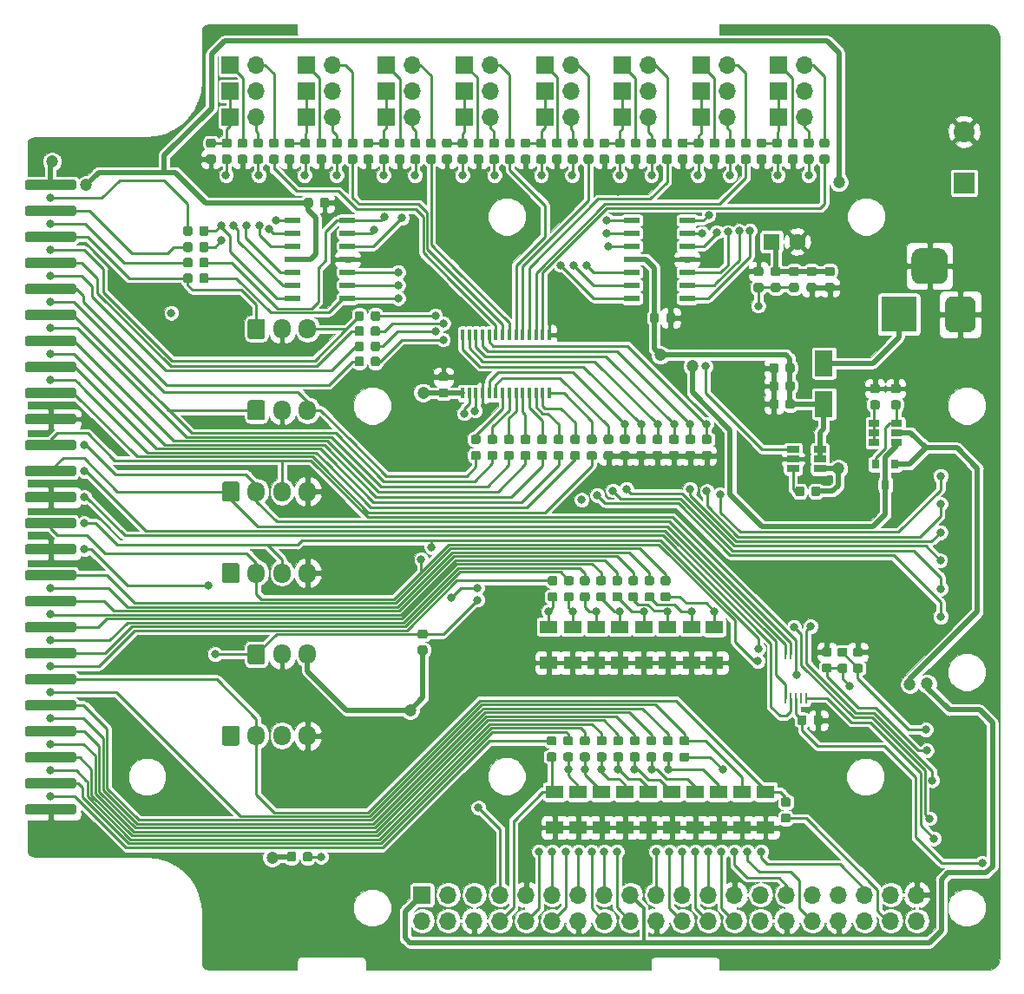
<source format=gbr>
G04 #@! TF.GenerationSoftware,KiCad,Pcbnew,(5.0.1)-3*
G04 #@! TF.CreationDate,2020-04-19T11:53:27-04:00*
G04 #@! TF.ProjectId,sailfin,7361696C66696E2E6B696361645F7063,rev?*
G04 #@! TF.SameCoordinates,Original*
G04 #@! TF.FileFunction,Copper,L2,Bot,Signal*
G04 #@! TF.FilePolarity,Positive*
%FSLAX46Y46*%
G04 Gerber Fmt 4.6, Leading zero omitted, Abs format (unit mm)*
G04 Created by KiCad (PCBNEW (5.0.1)-3) date 4/19/2020 11:53:27 AM*
%MOMM*%
%LPD*%
G01*
G04 APERTURE LIST*
G04 #@! TA.AperFunction,Conductor*
%ADD10C,0.100000*%
G04 #@! TD*
G04 #@! TA.AperFunction,SMDPad,CuDef*
%ADD11C,1.000000*%
G04 #@! TD*
G04 #@! TA.AperFunction,ComponentPad*
%ADD12C,2.032000*%
G04 #@! TD*
G04 #@! TA.AperFunction,ComponentPad*
%ADD13R,2.032000X2.032000*%
G04 #@! TD*
G04 #@! TA.AperFunction,SMDPad,CuDef*
%ADD14R,1.500000X0.600000*%
G04 #@! TD*
G04 #@! TA.AperFunction,SMDPad,CuDef*
%ADD15R,1.220000X0.650000*%
G04 #@! TD*
G04 #@! TA.AperFunction,SMDPad,CuDef*
%ADD16R,1.800000X2.500000*%
G04 #@! TD*
G04 #@! TA.AperFunction,ComponentPad*
%ADD17C,3.500000*%
G04 #@! TD*
G04 #@! TA.AperFunction,ComponentPad*
%ADD18C,3.000000*%
G04 #@! TD*
G04 #@! TA.AperFunction,ComponentPad*
%ADD19R,3.500000X3.500000*%
G04 #@! TD*
G04 #@! TA.AperFunction,SMDPad,CuDef*
%ADD20R,1.700000X1.300000*%
G04 #@! TD*
G04 #@! TA.AperFunction,ComponentPad*
%ADD21O,1.700000X1.950000*%
G04 #@! TD*
G04 #@! TA.AperFunction,ComponentPad*
%ADD22C,1.700000*%
G04 #@! TD*
G04 #@! TA.AperFunction,SMDPad,CuDef*
%ADD23C,0.875000*%
G04 #@! TD*
G04 #@! TA.AperFunction,ComponentPad*
%ADD24O,1.700000X1.700000*%
G04 #@! TD*
G04 #@! TA.AperFunction,ComponentPad*
%ADD25R,1.700000X1.700000*%
G04 #@! TD*
G04 #@! TA.AperFunction,SMDPad,CuDef*
%ADD26R,0.250000X1.100000*%
G04 #@! TD*
G04 #@! TA.AperFunction,SMDPad,CuDef*
%ADD27R,0.400000X1.100000*%
G04 #@! TD*
G04 #@! TA.AperFunction,SMDPad,CuDef*
%ADD28R,1.060000X0.650000*%
G04 #@! TD*
G04 #@! TA.AperFunction,ComponentPad*
%ADD29R,1.600000X1.600000*%
G04 #@! TD*
G04 #@! TA.AperFunction,ComponentPad*
%ADD30C,1.600000*%
G04 #@! TD*
G04 #@! TA.AperFunction,SMDPad,CuDef*
%ADD31R,0.800000X0.900000*%
G04 #@! TD*
G04 #@! TA.AperFunction,ViaPad*
%ADD32C,0.800000*%
G04 #@! TD*
G04 #@! TA.AperFunction,ViaPad*
%ADD33C,1.200000*%
G04 #@! TD*
G04 #@! TA.AperFunction,Conductor*
%ADD34C,0.500000*%
G04 #@! TD*
G04 #@! TA.AperFunction,Conductor*
%ADD35C,0.300000*%
G04 #@! TD*
G04 #@! TA.AperFunction,Conductor*
%ADD36C,0.250000*%
G04 #@! TD*
G04 APERTURE END LIST*
D10*
G04 #@! TO.N,GND*
G04 #@! TO.C,J4*
G36*
X21344504Y-174799204D02*
X21368773Y-174802804D01*
X21392571Y-174808765D01*
X21415671Y-174817030D01*
X21437849Y-174827520D01*
X21458893Y-174840133D01*
X21478598Y-174854747D01*
X21496777Y-174871223D01*
X21513253Y-174889402D01*
X21527867Y-174909107D01*
X21540480Y-174930151D01*
X21550970Y-174952329D01*
X21559235Y-174975429D01*
X21565196Y-174999227D01*
X21568796Y-175023496D01*
X21570000Y-175048000D01*
X21570000Y-175548000D01*
X21568796Y-175572504D01*
X21565196Y-175596773D01*
X21559235Y-175620571D01*
X21550970Y-175643671D01*
X21540480Y-175665849D01*
X21527867Y-175686893D01*
X21513253Y-175706598D01*
X21496777Y-175724777D01*
X21478598Y-175741253D01*
X21458893Y-175755867D01*
X21437849Y-175768480D01*
X21415671Y-175778970D01*
X21392571Y-175787235D01*
X21368773Y-175793196D01*
X21344504Y-175796796D01*
X21320000Y-175798000D01*
X16820000Y-175798000D01*
X16795496Y-175796796D01*
X16771227Y-175793196D01*
X16747429Y-175787235D01*
X16724329Y-175778970D01*
X16702151Y-175768480D01*
X16681107Y-175755867D01*
X16661402Y-175741253D01*
X16643223Y-175724777D01*
X16626747Y-175706598D01*
X16612133Y-175686893D01*
X16599520Y-175665849D01*
X16589030Y-175643671D01*
X16580765Y-175620571D01*
X16574804Y-175596773D01*
X16571204Y-175572504D01*
X16570000Y-175548000D01*
X16570000Y-175048000D01*
X16571204Y-175023496D01*
X16574804Y-174999227D01*
X16580765Y-174975429D01*
X16589030Y-174952329D01*
X16599520Y-174930151D01*
X16612133Y-174909107D01*
X16626747Y-174889402D01*
X16643223Y-174871223D01*
X16661402Y-174854747D01*
X16681107Y-174840133D01*
X16702151Y-174827520D01*
X16724329Y-174817030D01*
X16747429Y-174808765D01*
X16771227Y-174802804D01*
X16795496Y-174799204D01*
X16820000Y-174798000D01*
X21320000Y-174798000D01*
X21344504Y-174799204D01*
X21344504Y-174799204D01*
G37*
D11*
G04 #@! TD*
G04 #@! TO.P,J4,49*
G04 #@! TO.N,GND*
X19070000Y-175298000D03*
D10*
G04 #@! TO.N,/PA2*
G04 #@! TO.C,J4*
G36*
X21344504Y-172259204D02*
X21368773Y-172262804D01*
X21392571Y-172268765D01*
X21415671Y-172277030D01*
X21437849Y-172287520D01*
X21458893Y-172300133D01*
X21478598Y-172314747D01*
X21496777Y-172331223D01*
X21513253Y-172349402D01*
X21527867Y-172369107D01*
X21540480Y-172390151D01*
X21550970Y-172412329D01*
X21559235Y-172435429D01*
X21565196Y-172459227D01*
X21568796Y-172483496D01*
X21570000Y-172508000D01*
X21570000Y-173008000D01*
X21568796Y-173032504D01*
X21565196Y-173056773D01*
X21559235Y-173080571D01*
X21550970Y-173103671D01*
X21540480Y-173125849D01*
X21527867Y-173146893D01*
X21513253Y-173166598D01*
X21496777Y-173184777D01*
X21478598Y-173201253D01*
X21458893Y-173215867D01*
X21437849Y-173228480D01*
X21415671Y-173238970D01*
X21392571Y-173247235D01*
X21368773Y-173253196D01*
X21344504Y-173256796D01*
X21320000Y-173258000D01*
X16820000Y-173258000D01*
X16795496Y-173256796D01*
X16771227Y-173253196D01*
X16747429Y-173247235D01*
X16724329Y-173238970D01*
X16702151Y-173228480D01*
X16681107Y-173215867D01*
X16661402Y-173201253D01*
X16643223Y-173184777D01*
X16626747Y-173166598D01*
X16612133Y-173146893D01*
X16599520Y-173125849D01*
X16589030Y-173103671D01*
X16580765Y-173080571D01*
X16574804Y-173056773D01*
X16571204Y-173032504D01*
X16570000Y-173008000D01*
X16570000Y-172508000D01*
X16571204Y-172483496D01*
X16574804Y-172459227D01*
X16580765Y-172435429D01*
X16589030Y-172412329D01*
X16599520Y-172390151D01*
X16612133Y-172369107D01*
X16626747Y-172349402D01*
X16643223Y-172331223D01*
X16661402Y-172314747D01*
X16681107Y-172300133D01*
X16702151Y-172287520D01*
X16724329Y-172277030D01*
X16747429Y-172268765D01*
X16771227Y-172262804D01*
X16795496Y-172259204D01*
X16820000Y-172258000D01*
X21320000Y-172258000D01*
X21344504Y-172259204D01*
X21344504Y-172259204D01*
G37*
D11*
G04 #@! TD*
G04 #@! TO.P,J4,47*
G04 #@! TO.N,/PA2*
X19070000Y-172758000D03*
D10*
G04 #@! TO.N,/PA4*
G04 #@! TO.C,J4*
G36*
X21344504Y-169719204D02*
X21368773Y-169722804D01*
X21392571Y-169728765D01*
X21415671Y-169737030D01*
X21437849Y-169747520D01*
X21458893Y-169760133D01*
X21478598Y-169774747D01*
X21496777Y-169791223D01*
X21513253Y-169809402D01*
X21527867Y-169829107D01*
X21540480Y-169850151D01*
X21550970Y-169872329D01*
X21559235Y-169895429D01*
X21565196Y-169919227D01*
X21568796Y-169943496D01*
X21570000Y-169968000D01*
X21570000Y-170468000D01*
X21568796Y-170492504D01*
X21565196Y-170516773D01*
X21559235Y-170540571D01*
X21550970Y-170563671D01*
X21540480Y-170585849D01*
X21527867Y-170606893D01*
X21513253Y-170626598D01*
X21496777Y-170644777D01*
X21478598Y-170661253D01*
X21458893Y-170675867D01*
X21437849Y-170688480D01*
X21415671Y-170698970D01*
X21392571Y-170707235D01*
X21368773Y-170713196D01*
X21344504Y-170716796D01*
X21320000Y-170718000D01*
X16820000Y-170718000D01*
X16795496Y-170716796D01*
X16771227Y-170713196D01*
X16747429Y-170707235D01*
X16724329Y-170698970D01*
X16702151Y-170688480D01*
X16681107Y-170675867D01*
X16661402Y-170661253D01*
X16643223Y-170644777D01*
X16626747Y-170626598D01*
X16612133Y-170606893D01*
X16599520Y-170585849D01*
X16589030Y-170563671D01*
X16580765Y-170540571D01*
X16574804Y-170516773D01*
X16571204Y-170492504D01*
X16570000Y-170468000D01*
X16570000Y-169968000D01*
X16571204Y-169943496D01*
X16574804Y-169919227D01*
X16580765Y-169895429D01*
X16589030Y-169872329D01*
X16599520Y-169850151D01*
X16612133Y-169829107D01*
X16626747Y-169809402D01*
X16643223Y-169791223D01*
X16661402Y-169774747D01*
X16681107Y-169760133D01*
X16702151Y-169747520D01*
X16724329Y-169737030D01*
X16747429Y-169728765D01*
X16771227Y-169722804D01*
X16795496Y-169719204D01*
X16820000Y-169718000D01*
X21320000Y-169718000D01*
X21344504Y-169719204D01*
X21344504Y-169719204D01*
G37*
D11*
G04 #@! TD*
G04 #@! TO.P,J4,45*
G04 #@! TO.N,/PA4*
X19070000Y-170218000D03*
D10*
G04 #@! TO.N,/PA6*
G04 #@! TO.C,J4*
G36*
X21344504Y-167179204D02*
X21368773Y-167182804D01*
X21392571Y-167188765D01*
X21415671Y-167197030D01*
X21437849Y-167207520D01*
X21458893Y-167220133D01*
X21478598Y-167234747D01*
X21496777Y-167251223D01*
X21513253Y-167269402D01*
X21527867Y-167289107D01*
X21540480Y-167310151D01*
X21550970Y-167332329D01*
X21559235Y-167355429D01*
X21565196Y-167379227D01*
X21568796Y-167403496D01*
X21570000Y-167428000D01*
X21570000Y-167928000D01*
X21568796Y-167952504D01*
X21565196Y-167976773D01*
X21559235Y-168000571D01*
X21550970Y-168023671D01*
X21540480Y-168045849D01*
X21527867Y-168066893D01*
X21513253Y-168086598D01*
X21496777Y-168104777D01*
X21478598Y-168121253D01*
X21458893Y-168135867D01*
X21437849Y-168148480D01*
X21415671Y-168158970D01*
X21392571Y-168167235D01*
X21368773Y-168173196D01*
X21344504Y-168176796D01*
X21320000Y-168178000D01*
X16820000Y-168178000D01*
X16795496Y-168176796D01*
X16771227Y-168173196D01*
X16747429Y-168167235D01*
X16724329Y-168158970D01*
X16702151Y-168148480D01*
X16681107Y-168135867D01*
X16661402Y-168121253D01*
X16643223Y-168104777D01*
X16626747Y-168086598D01*
X16612133Y-168066893D01*
X16599520Y-168045849D01*
X16589030Y-168023671D01*
X16580765Y-168000571D01*
X16574804Y-167976773D01*
X16571204Y-167952504D01*
X16570000Y-167928000D01*
X16570000Y-167428000D01*
X16571204Y-167403496D01*
X16574804Y-167379227D01*
X16580765Y-167355429D01*
X16589030Y-167332329D01*
X16599520Y-167310151D01*
X16612133Y-167289107D01*
X16626747Y-167269402D01*
X16643223Y-167251223D01*
X16661402Y-167234747D01*
X16681107Y-167220133D01*
X16702151Y-167207520D01*
X16724329Y-167197030D01*
X16747429Y-167188765D01*
X16771227Y-167182804D01*
X16795496Y-167179204D01*
X16820000Y-167178000D01*
X21320000Y-167178000D01*
X21344504Y-167179204D01*
X21344504Y-167179204D01*
G37*
D11*
G04 #@! TD*
G04 #@! TO.P,J4,43*
G04 #@! TO.N,/PA6*
X19070000Y-167678000D03*
D10*
G04 #@! TO.N,/PA8*
G04 #@! TO.C,J4*
G36*
X21344504Y-164639204D02*
X21368773Y-164642804D01*
X21392571Y-164648765D01*
X21415671Y-164657030D01*
X21437849Y-164667520D01*
X21458893Y-164680133D01*
X21478598Y-164694747D01*
X21496777Y-164711223D01*
X21513253Y-164729402D01*
X21527867Y-164749107D01*
X21540480Y-164770151D01*
X21550970Y-164792329D01*
X21559235Y-164815429D01*
X21565196Y-164839227D01*
X21568796Y-164863496D01*
X21570000Y-164888000D01*
X21570000Y-165388000D01*
X21568796Y-165412504D01*
X21565196Y-165436773D01*
X21559235Y-165460571D01*
X21550970Y-165483671D01*
X21540480Y-165505849D01*
X21527867Y-165526893D01*
X21513253Y-165546598D01*
X21496777Y-165564777D01*
X21478598Y-165581253D01*
X21458893Y-165595867D01*
X21437849Y-165608480D01*
X21415671Y-165618970D01*
X21392571Y-165627235D01*
X21368773Y-165633196D01*
X21344504Y-165636796D01*
X21320000Y-165638000D01*
X16820000Y-165638000D01*
X16795496Y-165636796D01*
X16771227Y-165633196D01*
X16747429Y-165627235D01*
X16724329Y-165618970D01*
X16702151Y-165608480D01*
X16681107Y-165595867D01*
X16661402Y-165581253D01*
X16643223Y-165564777D01*
X16626747Y-165546598D01*
X16612133Y-165526893D01*
X16599520Y-165505849D01*
X16589030Y-165483671D01*
X16580765Y-165460571D01*
X16574804Y-165436773D01*
X16571204Y-165412504D01*
X16570000Y-165388000D01*
X16570000Y-164888000D01*
X16571204Y-164863496D01*
X16574804Y-164839227D01*
X16580765Y-164815429D01*
X16589030Y-164792329D01*
X16599520Y-164770151D01*
X16612133Y-164749107D01*
X16626747Y-164729402D01*
X16643223Y-164711223D01*
X16661402Y-164694747D01*
X16681107Y-164680133D01*
X16702151Y-164667520D01*
X16724329Y-164657030D01*
X16747429Y-164648765D01*
X16771227Y-164642804D01*
X16795496Y-164639204D01*
X16820000Y-164638000D01*
X21320000Y-164638000D01*
X21344504Y-164639204D01*
X21344504Y-164639204D01*
G37*
D11*
G04 #@! TD*
G04 #@! TO.P,J4,41*
G04 #@! TO.N,/PA8*
X19070000Y-165138000D03*
D10*
G04 #@! TO.N,/ATO2*
G04 #@! TO.C,J4*
G36*
X21344504Y-162099204D02*
X21368773Y-162102804D01*
X21392571Y-162108765D01*
X21415671Y-162117030D01*
X21437849Y-162127520D01*
X21458893Y-162140133D01*
X21478598Y-162154747D01*
X21496777Y-162171223D01*
X21513253Y-162189402D01*
X21527867Y-162209107D01*
X21540480Y-162230151D01*
X21550970Y-162252329D01*
X21559235Y-162275429D01*
X21565196Y-162299227D01*
X21568796Y-162323496D01*
X21570000Y-162348000D01*
X21570000Y-162848000D01*
X21568796Y-162872504D01*
X21565196Y-162896773D01*
X21559235Y-162920571D01*
X21550970Y-162943671D01*
X21540480Y-162965849D01*
X21527867Y-162986893D01*
X21513253Y-163006598D01*
X21496777Y-163024777D01*
X21478598Y-163041253D01*
X21458893Y-163055867D01*
X21437849Y-163068480D01*
X21415671Y-163078970D01*
X21392571Y-163087235D01*
X21368773Y-163093196D01*
X21344504Y-163096796D01*
X21320000Y-163098000D01*
X16820000Y-163098000D01*
X16795496Y-163096796D01*
X16771227Y-163093196D01*
X16747429Y-163087235D01*
X16724329Y-163078970D01*
X16702151Y-163068480D01*
X16681107Y-163055867D01*
X16661402Y-163041253D01*
X16643223Y-163024777D01*
X16626747Y-163006598D01*
X16612133Y-162986893D01*
X16599520Y-162965849D01*
X16589030Y-162943671D01*
X16580765Y-162920571D01*
X16574804Y-162896773D01*
X16571204Y-162872504D01*
X16570000Y-162848000D01*
X16570000Y-162348000D01*
X16571204Y-162323496D01*
X16574804Y-162299227D01*
X16580765Y-162275429D01*
X16589030Y-162252329D01*
X16599520Y-162230151D01*
X16612133Y-162209107D01*
X16626747Y-162189402D01*
X16643223Y-162171223D01*
X16661402Y-162154747D01*
X16681107Y-162140133D01*
X16702151Y-162127520D01*
X16724329Y-162117030D01*
X16747429Y-162108765D01*
X16771227Y-162102804D01*
X16795496Y-162099204D01*
X16820000Y-162098000D01*
X21320000Y-162098000D01*
X21344504Y-162099204D01*
X21344504Y-162099204D01*
G37*
D11*
G04 #@! TD*
G04 #@! TO.P,J4,39*
G04 #@! TO.N,/ATO2*
X19070000Y-162598000D03*
D10*
G04 #@! TO.N,/PB2*
G04 #@! TO.C,J4*
G36*
X21344504Y-159559204D02*
X21368773Y-159562804D01*
X21392571Y-159568765D01*
X21415671Y-159577030D01*
X21437849Y-159587520D01*
X21458893Y-159600133D01*
X21478598Y-159614747D01*
X21496777Y-159631223D01*
X21513253Y-159649402D01*
X21527867Y-159669107D01*
X21540480Y-159690151D01*
X21550970Y-159712329D01*
X21559235Y-159735429D01*
X21565196Y-159759227D01*
X21568796Y-159783496D01*
X21570000Y-159808000D01*
X21570000Y-160308000D01*
X21568796Y-160332504D01*
X21565196Y-160356773D01*
X21559235Y-160380571D01*
X21550970Y-160403671D01*
X21540480Y-160425849D01*
X21527867Y-160446893D01*
X21513253Y-160466598D01*
X21496777Y-160484777D01*
X21478598Y-160501253D01*
X21458893Y-160515867D01*
X21437849Y-160528480D01*
X21415671Y-160538970D01*
X21392571Y-160547235D01*
X21368773Y-160553196D01*
X21344504Y-160556796D01*
X21320000Y-160558000D01*
X16820000Y-160558000D01*
X16795496Y-160556796D01*
X16771227Y-160553196D01*
X16747429Y-160547235D01*
X16724329Y-160538970D01*
X16702151Y-160528480D01*
X16681107Y-160515867D01*
X16661402Y-160501253D01*
X16643223Y-160484777D01*
X16626747Y-160466598D01*
X16612133Y-160446893D01*
X16599520Y-160425849D01*
X16589030Y-160403671D01*
X16580765Y-160380571D01*
X16574804Y-160356773D01*
X16571204Y-160332504D01*
X16570000Y-160308000D01*
X16570000Y-159808000D01*
X16571204Y-159783496D01*
X16574804Y-159759227D01*
X16580765Y-159735429D01*
X16589030Y-159712329D01*
X16599520Y-159690151D01*
X16612133Y-159669107D01*
X16626747Y-159649402D01*
X16643223Y-159631223D01*
X16661402Y-159614747D01*
X16681107Y-159600133D01*
X16702151Y-159587520D01*
X16724329Y-159577030D01*
X16747429Y-159568765D01*
X16771227Y-159562804D01*
X16795496Y-159559204D01*
X16820000Y-159558000D01*
X21320000Y-159558000D01*
X21344504Y-159559204D01*
X21344504Y-159559204D01*
G37*
D11*
G04 #@! TD*
G04 #@! TO.P,J4,37*
G04 #@! TO.N,/PB2*
X19070000Y-160058000D03*
D10*
G04 #@! TO.N,/PB4*
G04 #@! TO.C,J4*
G36*
X21344504Y-157019204D02*
X21368773Y-157022804D01*
X21392571Y-157028765D01*
X21415671Y-157037030D01*
X21437849Y-157047520D01*
X21458893Y-157060133D01*
X21478598Y-157074747D01*
X21496777Y-157091223D01*
X21513253Y-157109402D01*
X21527867Y-157129107D01*
X21540480Y-157150151D01*
X21550970Y-157172329D01*
X21559235Y-157195429D01*
X21565196Y-157219227D01*
X21568796Y-157243496D01*
X21570000Y-157268000D01*
X21570000Y-157768000D01*
X21568796Y-157792504D01*
X21565196Y-157816773D01*
X21559235Y-157840571D01*
X21550970Y-157863671D01*
X21540480Y-157885849D01*
X21527867Y-157906893D01*
X21513253Y-157926598D01*
X21496777Y-157944777D01*
X21478598Y-157961253D01*
X21458893Y-157975867D01*
X21437849Y-157988480D01*
X21415671Y-157998970D01*
X21392571Y-158007235D01*
X21368773Y-158013196D01*
X21344504Y-158016796D01*
X21320000Y-158018000D01*
X16820000Y-158018000D01*
X16795496Y-158016796D01*
X16771227Y-158013196D01*
X16747429Y-158007235D01*
X16724329Y-157998970D01*
X16702151Y-157988480D01*
X16681107Y-157975867D01*
X16661402Y-157961253D01*
X16643223Y-157944777D01*
X16626747Y-157926598D01*
X16612133Y-157906893D01*
X16599520Y-157885849D01*
X16589030Y-157863671D01*
X16580765Y-157840571D01*
X16574804Y-157816773D01*
X16571204Y-157792504D01*
X16570000Y-157768000D01*
X16570000Y-157268000D01*
X16571204Y-157243496D01*
X16574804Y-157219227D01*
X16580765Y-157195429D01*
X16589030Y-157172329D01*
X16599520Y-157150151D01*
X16612133Y-157129107D01*
X16626747Y-157109402D01*
X16643223Y-157091223D01*
X16661402Y-157074747D01*
X16681107Y-157060133D01*
X16702151Y-157047520D01*
X16724329Y-157037030D01*
X16747429Y-157028765D01*
X16771227Y-157022804D01*
X16795496Y-157019204D01*
X16820000Y-157018000D01*
X21320000Y-157018000D01*
X21344504Y-157019204D01*
X21344504Y-157019204D01*
G37*
D11*
G04 #@! TD*
G04 #@! TO.P,J4,35*
G04 #@! TO.N,/PB4*
X19070000Y-157518000D03*
D10*
G04 #@! TO.N,/PB6*
G04 #@! TO.C,J4*
G36*
X21344504Y-154479204D02*
X21368773Y-154482804D01*
X21392571Y-154488765D01*
X21415671Y-154497030D01*
X21437849Y-154507520D01*
X21458893Y-154520133D01*
X21478598Y-154534747D01*
X21496777Y-154551223D01*
X21513253Y-154569402D01*
X21527867Y-154589107D01*
X21540480Y-154610151D01*
X21550970Y-154632329D01*
X21559235Y-154655429D01*
X21565196Y-154679227D01*
X21568796Y-154703496D01*
X21570000Y-154728000D01*
X21570000Y-155228000D01*
X21568796Y-155252504D01*
X21565196Y-155276773D01*
X21559235Y-155300571D01*
X21550970Y-155323671D01*
X21540480Y-155345849D01*
X21527867Y-155366893D01*
X21513253Y-155386598D01*
X21496777Y-155404777D01*
X21478598Y-155421253D01*
X21458893Y-155435867D01*
X21437849Y-155448480D01*
X21415671Y-155458970D01*
X21392571Y-155467235D01*
X21368773Y-155473196D01*
X21344504Y-155476796D01*
X21320000Y-155478000D01*
X16820000Y-155478000D01*
X16795496Y-155476796D01*
X16771227Y-155473196D01*
X16747429Y-155467235D01*
X16724329Y-155458970D01*
X16702151Y-155448480D01*
X16681107Y-155435867D01*
X16661402Y-155421253D01*
X16643223Y-155404777D01*
X16626747Y-155386598D01*
X16612133Y-155366893D01*
X16599520Y-155345849D01*
X16589030Y-155323671D01*
X16580765Y-155300571D01*
X16574804Y-155276773D01*
X16571204Y-155252504D01*
X16570000Y-155228000D01*
X16570000Y-154728000D01*
X16571204Y-154703496D01*
X16574804Y-154679227D01*
X16580765Y-154655429D01*
X16589030Y-154632329D01*
X16599520Y-154610151D01*
X16612133Y-154589107D01*
X16626747Y-154569402D01*
X16643223Y-154551223D01*
X16661402Y-154534747D01*
X16681107Y-154520133D01*
X16702151Y-154507520D01*
X16724329Y-154497030D01*
X16747429Y-154488765D01*
X16771227Y-154482804D01*
X16795496Y-154479204D01*
X16820000Y-154478000D01*
X21320000Y-154478000D01*
X21344504Y-154479204D01*
X21344504Y-154479204D01*
G37*
D11*
G04 #@! TD*
G04 #@! TO.P,J4,33*
G04 #@! TO.N,/PB6*
X19070000Y-154978000D03*
D10*
G04 #@! TO.N,/PB8*
G04 #@! TO.C,J4*
G36*
X21344504Y-151939204D02*
X21368773Y-151942804D01*
X21392571Y-151948765D01*
X21415671Y-151957030D01*
X21437849Y-151967520D01*
X21458893Y-151980133D01*
X21478598Y-151994747D01*
X21496777Y-152011223D01*
X21513253Y-152029402D01*
X21527867Y-152049107D01*
X21540480Y-152070151D01*
X21550970Y-152092329D01*
X21559235Y-152115429D01*
X21565196Y-152139227D01*
X21568796Y-152163496D01*
X21570000Y-152188000D01*
X21570000Y-152688000D01*
X21568796Y-152712504D01*
X21565196Y-152736773D01*
X21559235Y-152760571D01*
X21550970Y-152783671D01*
X21540480Y-152805849D01*
X21527867Y-152826893D01*
X21513253Y-152846598D01*
X21496777Y-152864777D01*
X21478598Y-152881253D01*
X21458893Y-152895867D01*
X21437849Y-152908480D01*
X21415671Y-152918970D01*
X21392571Y-152927235D01*
X21368773Y-152933196D01*
X21344504Y-152936796D01*
X21320000Y-152938000D01*
X16820000Y-152938000D01*
X16795496Y-152936796D01*
X16771227Y-152933196D01*
X16747429Y-152927235D01*
X16724329Y-152918970D01*
X16702151Y-152908480D01*
X16681107Y-152895867D01*
X16661402Y-152881253D01*
X16643223Y-152864777D01*
X16626747Y-152846598D01*
X16612133Y-152826893D01*
X16599520Y-152805849D01*
X16589030Y-152783671D01*
X16580765Y-152760571D01*
X16574804Y-152736773D01*
X16571204Y-152712504D01*
X16570000Y-152688000D01*
X16570000Y-152188000D01*
X16571204Y-152163496D01*
X16574804Y-152139227D01*
X16580765Y-152115429D01*
X16589030Y-152092329D01*
X16599520Y-152070151D01*
X16612133Y-152049107D01*
X16626747Y-152029402D01*
X16643223Y-152011223D01*
X16661402Y-151994747D01*
X16681107Y-151980133D01*
X16702151Y-151967520D01*
X16724329Y-151957030D01*
X16747429Y-151948765D01*
X16771227Y-151942804D01*
X16795496Y-151939204D01*
X16820000Y-151938000D01*
X21320000Y-151938000D01*
X21344504Y-151939204D01*
X21344504Y-151939204D01*
G37*
D11*
G04 #@! TD*
G04 #@! TO.P,J4,31*
G04 #@! TO.N,/PB8*
X19070000Y-152438000D03*
D10*
G04 #@! TO.N,GND*
G04 #@! TO.C,J4*
G36*
X21344504Y-149399204D02*
X21368773Y-149402804D01*
X21392571Y-149408765D01*
X21415671Y-149417030D01*
X21437849Y-149427520D01*
X21458893Y-149440133D01*
X21478598Y-149454747D01*
X21496777Y-149471223D01*
X21513253Y-149489402D01*
X21527867Y-149509107D01*
X21540480Y-149530151D01*
X21550970Y-149552329D01*
X21559235Y-149575429D01*
X21565196Y-149599227D01*
X21568796Y-149623496D01*
X21570000Y-149648000D01*
X21570000Y-150148000D01*
X21568796Y-150172504D01*
X21565196Y-150196773D01*
X21559235Y-150220571D01*
X21550970Y-150243671D01*
X21540480Y-150265849D01*
X21527867Y-150286893D01*
X21513253Y-150306598D01*
X21496777Y-150324777D01*
X21478598Y-150341253D01*
X21458893Y-150355867D01*
X21437849Y-150368480D01*
X21415671Y-150378970D01*
X21392571Y-150387235D01*
X21368773Y-150393196D01*
X21344504Y-150396796D01*
X21320000Y-150398000D01*
X16820000Y-150398000D01*
X16795496Y-150396796D01*
X16771227Y-150393196D01*
X16747429Y-150387235D01*
X16724329Y-150378970D01*
X16702151Y-150368480D01*
X16681107Y-150355867D01*
X16661402Y-150341253D01*
X16643223Y-150324777D01*
X16626747Y-150306598D01*
X16612133Y-150286893D01*
X16599520Y-150265849D01*
X16589030Y-150243671D01*
X16580765Y-150220571D01*
X16574804Y-150196773D01*
X16571204Y-150172504D01*
X16570000Y-150148000D01*
X16570000Y-149648000D01*
X16571204Y-149623496D01*
X16574804Y-149599227D01*
X16580765Y-149575429D01*
X16589030Y-149552329D01*
X16599520Y-149530151D01*
X16612133Y-149509107D01*
X16626747Y-149489402D01*
X16643223Y-149471223D01*
X16661402Y-149454747D01*
X16681107Y-149440133D01*
X16702151Y-149427520D01*
X16724329Y-149417030D01*
X16747429Y-149408765D01*
X16771227Y-149402804D01*
X16795496Y-149399204D01*
X16820000Y-149398000D01*
X21320000Y-149398000D01*
X21344504Y-149399204D01*
X21344504Y-149399204D01*
G37*
D11*
G04 #@! TD*
G04 #@! TO.P,J4,29*
G04 #@! TO.N,GND*
X19070000Y-149898000D03*
D10*
G04 #@! TO.N,/SCL*
G04 #@! TO.C,J4*
G36*
X21344504Y-146859204D02*
X21368773Y-146862804D01*
X21392571Y-146868765D01*
X21415671Y-146877030D01*
X21437849Y-146887520D01*
X21458893Y-146900133D01*
X21478598Y-146914747D01*
X21496777Y-146931223D01*
X21513253Y-146949402D01*
X21527867Y-146969107D01*
X21540480Y-146990151D01*
X21550970Y-147012329D01*
X21559235Y-147035429D01*
X21565196Y-147059227D01*
X21568796Y-147083496D01*
X21570000Y-147108000D01*
X21570000Y-147608000D01*
X21568796Y-147632504D01*
X21565196Y-147656773D01*
X21559235Y-147680571D01*
X21550970Y-147703671D01*
X21540480Y-147725849D01*
X21527867Y-147746893D01*
X21513253Y-147766598D01*
X21496777Y-147784777D01*
X21478598Y-147801253D01*
X21458893Y-147815867D01*
X21437849Y-147828480D01*
X21415671Y-147838970D01*
X21392571Y-147847235D01*
X21368773Y-147853196D01*
X21344504Y-147856796D01*
X21320000Y-147858000D01*
X16820000Y-147858000D01*
X16795496Y-147856796D01*
X16771227Y-147853196D01*
X16747429Y-147847235D01*
X16724329Y-147838970D01*
X16702151Y-147828480D01*
X16681107Y-147815867D01*
X16661402Y-147801253D01*
X16643223Y-147784777D01*
X16626747Y-147766598D01*
X16612133Y-147746893D01*
X16599520Y-147725849D01*
X16589030Y-147703671D01*
X16580765Y-147680571D01*
X16574804Y-147656773D01*
X16571204Y-147632504D01*
X16570000Y-147608000D01*
X16570000Y-147108000D01*
X16571204Y-147083496D01*
X16574804Y-147059227D01*
X16580765Y-147035429D01*
X16589030Y-147012329D01*
X16599520Y-146990151D01*
X16612133Y-146969107D01*
X16626747Y-146949402D01*
X16643223Y-146931223D01*
X16661402Y-146914747D01*
X16681107Y-146900133D01*
X16702151Y-146887520D01*
X16724329Y-146877030D01*
X16747429Y-146868765D01*
X16771227Y-146862804D01*
X16795496Y-146859204D01*
X16820000Y-146858000D01*
X21320000Y-146858000D01*
X21344504Y-146859204D01*
X21344504Y-146859204D01*
G37*
D11*
G04 #@! TD*
G04 #@! TO.P,J4,27*
G04 #@! TO.N,/SCL*
X19070000Y-147358000D03*
D10*
G04 #@! TO.N,GND*
G04 #@! TO.C,J4*
G36*
X21344504Y-144319204D02*
X21368773Y-144322804D01*
X21392571Y-144328765D01*
X21415671Y-144337030D01*
X21437849Y-144347520D01*
X21458893Y-144360133D01*
X21478598Y-144374747D01*
X21496777Y-144391223D01*
X21513253Y-144409402D01*
X21527867Y-144429107D01*
X21540480Y-144450151D01*
X21550970Y-144472329D01*
X21559235Y-144495429D01*
X21565196Y-144519227D01*
X21568796Y-144543496D01*
X21570000Y-144568000D01*
X21570000Y-145068000D01*
X21568796Y-145092504D01*
X21565196Y-145116773D01*
X21559235Y-145140571D01*
X21550970Y-145163671D01*
X21540480Y-145185849D01*
X21527867Y-145206893D01*
X21513253Y-145226598D01*
X21496777Y-145244777D01*
X21478598Y-145261253D01*
X21458893Y-145275867D01*
X21437849Y-145288480D01*
X21415671Y-145298970D01*
X21392571Y-145307235D01*
X21368773Y-145313196D01*
X21344504Y-145316796D01*
X21320000Y-145318000D01*
X16820000Y-145318000D01*
X16795496Y-145316796D01*
X16771227Y-145313196D01*
X16747429Y-145307235D01*
X16724329Y-145298970D01*
X16702151Y-145288480D01*
X16681107Y-145275867D01*
X16661402Y-145261253D01*
X16643223Y-145244777D01*
X16626747Y-145226598D01*
X16612133Y-145206893D01*
X16599520Y-145185849D01*
X16589030Y-145163671D01*
X16580765Y-145140571D01*
X16574804Y-145116773D01*
X16571204Y-145092504D01*
X16570000Y-145068000D01*
X16570000Y-144568000D01*
X16571204Y-144543496D01*
X16574804Y-144519227D01*
X16580765Y-144495429D01*
X16589030Y-144472329D01*
X16599520Y-144450151D01*
X16612133Y-144429107D01*
X16626747Y-144409402D01*
X16643223Y-144391223D01*
X16661402Y-144374747D01*
X16681107Y-144360133D01*
X16702151Y-144347520D01*
X16724329Y-144337030D01*
X16747429Y-144328765D01*
X16771227Y-144322804D01*
X16795496Y-144319204D01*
X16820000Y-144318000D01*
X21320000Y-144318000D01*
X21344504Y-144319204D01*
X21344504Y-144319204D01*
G37*
D11*
G04 #@! TD*
G04 #@! TO.P,J4,25*
G04 #@! TO.N,GND*
X19070000Y-144818000D03*
D10*
G04 #@! TO.N,/AIN3*
G04 #@! TO.C,J4*
G36*
X21344504Y-141779204D02*
X21368773Y-141782804D01*
X21392571Y-141788765D01*
X21415671Y-141797030D01*
X21437849Y-141807520D01*
X21458893Y-141820133D01*
X21478598Y-141834747D01*
X21496777Y-141851223D01*
X21513253Y-141869402D01*
X21527867Y-141889107D01*
X21540480Y-141910151D01*
X21550970Y-141932329D01*
X21559235Y-141955429D01*
X21565196Y-141979227D01*
X21568796Y-142003496D01*
X21570000Y-142028000D01*
X21570000Y-142528000D01*
X21568796Y-142552504D01*
X21565196Y-142576773D01*
X21559235Y-142600571D01*
X21550970Y-142623671D01*
X21540480Y-142645849D01*
X21527867Y-142666893D01*
X21513253Y-142686598D01*
X21496777Y-142704777D01*
X21478598Y-142721253D01*
X21458893Y-142735867D01*
X21437849Y-142748480D01*
X21415671Y-142758970D01*
X21392571Y-142767235D01*
X21368773Y-142773196D01*
X21344504Y-142776796D01*
X21320000Y-142778000D01*
X16820000Y-142778000D01*
X16795496Y-142776796D01*
X16771227Y-142773196D01*
X16747429Y-142767235D01*
X16724329Y-142758970D01*
X16702151Y-142748480D01*
X16681107Y-142735867D01*
X16661402Y-142721253D01*
X16643223Y-142704777D01*
X16626747Y-142686598D01*
X16612133Y-142666893D01*
X16599520Y-142645849D01*
X16589030Y-142623671D01*
X16580765Y-142600571D01*
X16574804Y-142576773D01*
X16571204Y-142552504D01*
X16570000Y-142528000D01*
X16570000Y-142028000D01*
X16571204Y-142003496D01*
X16574804Y-141979227D01*
X16580765Y-141955429D01*
X16589030Y-141932329D01*
X16599520Y-141910151D01*
X16612133Y-141889107D01*
X16626747Y-141869402D01*
X16643223Y-141851223D01*
X16661402Y-141834747D01*
X16681107Y-141820133D01*
X16702151Y-141807520D01*
X16724329Y-141797030D01*
X16747429Y-141788765D01*
X16771227Y-141782804D01*
X16795496Y-141779204D01*
X16820000Y-141778000D01*
X21320000Y-141778000D01*
X21344504Y-141779204D01*
X21344504Y-141779204D01*
G37*
D11*
G04 #@! TD*
G04 #@! TO.P,J4,23*
G04 #@! TO.N,/AIN3*
X19070000Y-142278000D03*
D10*
G04 #@! TO.N,/AV+*
G04 #@! TO.C,J4*
G36*
X21344504Y-139239204D02*
X21368773Y-139242804D01*
X21392571Y-139248765D01*
X21415671Y-139257030D01*
X21437849Y-139267520D01*
X21458893Y-139280133D01*
X21478598Y-139294747D01*
X21496777Y-139311223D01*
X21513253Y-139329402D01*
X21527867Y-139349107D01*
X21540480Y-139370151D01*
X21550970Y-139392329D01*
X21559235Y-139415429D01*
X21565196Y-139439227D01*
X21568796Y-139463496D01*
X21570000Y-139488000D01*
X21570000Y-139988000D01*
X21568796Y-140012504D01*
X21565196Y-140036773D01*
X21559235Y-140060571D01*
X21550970Y-140083671D01*
X21540480Y-140105849D01*
X21527867Y-140126893D01*
X21513253Y-140146598D01*
X21496777Y-140164777D01*
X21478598Y-140181253D01*
X21458893Y-140195867D01*
X21437849Y-140208480D01*
X21415671Y-140218970D01*
X21392571Y-140227235D01*
X21368773Y-140233196D01*
X21344504Y-140236796D01*
X21320000Y-140238000D01*
X16820000Y-140238000D01*
X16795496Y-140236796D01*
X16771227Y-140233196D01*
X16747429Y-140227235D01*
X16724329Y-140218970D01*
X16702151Y-140208480D01*
X16681107Y-140195867D01*
X16661402Y-140181253D01*
X16643223Y-140164777D01*
X16626747Y-140146598D01*
X16612133Y-140126893D01*
X16599520Y-140105849D01*
X16589030Y-140083671D01*
X16580765Y-140060571D01*
X16574804Y-140036773D01*
X16571204Y-140012504D01*
X16570000Y-139988000D01*
X16570000Y-139488000D01*
X16571204Y-139463496D01*
X16574804Y-139439227D01*
X16580765Y-139415429D01*
X16589030Y-139392329D01*
X16599520Y-139370151D01*
X16612133Y-139349107D01*
X16626747Y-139329402D01*
X16643223Y-139311223D01*
X16661402Y-139294747D01*
X16681107Y-139280133D01*
X16702151Y-139267520D01*
X16724329Y-139257030D01*
X16747429Y-139248765D01*
X16771227Y-139242804D01*
X16795496Y-139239204D01*
X16820000Y-139238000D01*
X21320000Y-139238000D01*
X21344504Y-139239204D01*
X21344504Y-139239204D01*
G37*
D11*
G04 #@! TD*
G04 #@! TO.P,J4,21*
G04 #@! TO.N,/AV+*
X19070000Y-139738000D03*
D10*
G04 #@! TO.N,GND*
G04 #@! TO.C,J4*
G36*
X21344504Y-136699204D02*
X21368773Y-136702804D01*
X21392571Y-136708765D01*
X21415671Y-136717030D01*
X21437849Y-136727520D01*
X21458893Y-136740133D01*
X21478598Y-136754747D01*
X21496777Y-136771223D01*
X21513253Y-136789402D01*
X21527867Y-136809107D01*
X21540480Y-136830151D01*
X21550970Y-136852329D01*
X21559235Y-136875429D01*
X21565196Y-136899227D01*
X21568796Y-136923496D01*
X21570000Y-136948000D01*
X21570000Y-137448000D01*
X21568796Y-137472504D01*
X21565196Y-137496773D01*
X21559235Y-137520571D01*
X21550970Y-137543671D01*
X21540480Y-137565849D01*
X21527867Y-137586893D01*
X21513253Y-137606598D01*
X21496777Y-137624777D01*
X21478598Y-137641253D01*
X21458893Y-137655867D01*
X21437849Y-137668480D01*
X21415671Y-137678970D01*
X21392571Y-137687235D01*
X21368773Y-137693196D01*
X21344504Y-137696796D01*
X21320000Y-137698000D01*
X16820000Y-137698000D01*
X16795496Y-137696796D01*
X16771227Y-137693196D01*
X16747429Y-137687235D01*
X16724329Y-137678970D01*
X16702151Y-137668480D01*
X16681107Y-137655867D01*
X16661402Y-137641253D01*
X16643223Y-137624777D01*
X16626747Y-137606598D01*
X16612133Y-137586893D01*
X16599520Y-137565849D01*
X16589030Y-137543671D01*
X16580765Y-137520571D01*
X16574804Y-137496773D01*
X16571204Y-137472504D01*
X16570000Y-137448000D01*
X16570000Y-136948000D01*
X16571204Y-136923496D01*
X16574804Y-136899227D01*
X16580765Y-136875429D01*
X16589030Y-136852329D01*
X16599520Y-136830151D01*
X16612133Y-136809107D01*
X16626747Y-136789402D01*
X16643223Y-136771223D01*
X16661402Y-136754747D01*
X16681107Y-136740133D01*
X16702151Y-136727520D01*
X16724329Y-136717030D01*
X16747429Y-136708765D01*
X16771227Y-136702804D01*
X16795496Y-136699204D01*
X16820000Y-136698000D01*
X21320000Y-136698000D01*
X21344504Y-136699204D01*
X21344504Y-136699204D01*
G37*
D11*
G04 #@! TD*
G04 #@! TO.P,J4,19*
G04 #@! TO.N,GND*
X19070000Y-137198000D03*
D10*
G04 #@! TO.N,/PWM1*
G04 #@! TO.C,J4*
G36*
X21344504Y-134159204D02*
X21368773Y-134162804D01*
X21392571Y-134168765D01*
X21415671Y-134177030D01*
X21437849Y-134187520D01*
X21458893Y-134200133D01*
X21478598Y-134214747D01*
X21496777Y-134231223D01*
X21513253Y-134249402D01*
X21527867Y-134269107D01*
X21540480Y-134290151D01*
X21550970Y-134312329D01*
X21559235Y-134335429D01*
X21565196Y-134359227D01*
X21568796Y-134383496D01*
X21570000Y-134408000D01*
X21570000Y-134908000D01*
X21568796Y-134932504D01*
X21565196Y-134956773D01*
X21559235Y-134980571D01*
X21550970Y-135003671D01*
X21540480Y-135025849D01*
X21527867Y-135046893D01*
X21513253Y-135066598D01*
X21496777Y-135084777D01*
X21478598Y-135101253D01*
X21458893Y-135115867D01*
X21437849Y-135128480D01*
X21415671Y-135138970D01*
X21392571Y-135147235D01*
X21368773Y-135153196D01*
X21344504Y-135156796D01*
X21320000Y-135158000D01*
X16820000Y-135158000D01*
X16795496Y-135156796D01*
X16771227Y-135153196D01*
X16747429Y-135147235D01*
X16724329Y-135138970D01*
X16702151Y-135128480D01*
X16681107Y-135115867D01*
X16661402Y-135101253D01*
X16643223Y-135084777D01*
X16626747Y-135066598D01*
X16612133Y-135046893D01*
X16599520Y-135025849D01*
X16589030Y-135003671D01*
X16580765Y-134980571D01*
X16574804Y-134956773D01*
X16571204Y-134932504D01*
X16570000Y-134908000D01*
X16570000Y-134408000D01*
X16571204Y-134383496D01*
X16574804Y-134359227D01*
X16580765Y-134335429D01*
X16589030Y-134312329D01*
X16599520Y-134290151D01*
X16612133Y-134269107D01*
X16626747Y-134249402D01*
X16643223Y-134231223D01*
X16661402Y-134214747D01*
X16681107Y-134200133D01*
X16702151Y-134187520D01*
X16724329Y-134177030D01*
X16747429Y-134168765D01*
X16771227Y-134162804D01*
X16795496Y-134159204D01*
X16820000Y-134158000D01*
X21320000Y-134158000D01*
X21344504Y-134159204D01*
X21344504Y-134159204D01*
G37*
D11*
G04 #@! TD*
G04 #@! TO.P,J4,17*
G04 #@! TO.N,/PWM1*
X19070000Y-134658000D03*
D10*
G04 #@! TO.N,/PWM3*
G04 #@! TO.C,J4*
G36*
X21344504Y-131619204D02*
X21368773Y-131622804D01*
X21392571Y-131628765D01*
X21415671Y-131637030D01*
X21437849Y-131647520D01*
X21458893Y-131660133D01*
X21478598Y-131674747D01*
X21496777Y-131691223D01*
X21513253Y-131709402D01*
X21527867Y-131729107D01*
X21540480Y-131750151D01*
X21550970Y-131772329D01*
X21559235Y-131795429D01*
X21565196Y-131819227D01*
X21568796Y-131843496D01*
X21570000Y-131868000D01*
X21570000Y-132368000D01*
X21568796Y-132392504D01*
X21565196Y-132416773D01*
X21559235Y-132440571D01*
X21550970Y-132463671D01*
X21540480Y-132485849D01*
X21527867Y-132506893D01*
X21513253Y-132526598D01*
X21496777Y-132544777D01*
X21478598Y-132561253D01*
X21458893Y-132575867D01*
X21437849Y-132588480D01*
X21415671Y-132598970D01*
X21392571Y-132607235D01*
X21368773Y-132613196D01*
X21344504Y-132616796D01*
X21320000Y-132618000D01*
X16820000Y-132618000D01*
X16795496Y-132616796D01*
X16771227Y-132613196D01*
X16747429Y-132607235D01*
X16724329Y-132598970D01*
X16702151Y-132588480D01*
X16681107Y-132575867D01*
X16661402Y-132561253D01*
X16643223Y-132544777D01*
X16626747Y-132526598D01*
X16612133Y-132506893D01*
X16599520Y-132485849D01*
X16589030Y-132463671D01*
X16580765Y-132440571D01*
X16574804Y-132416773D01*
X16571204Y-132392504D01*
X16570000Y-132368000D01*
X16570000Y-131868000D01*
X16571204Y-131843496D01*
X16574804Y-131819227D01*
X16580765Y-131795429D01*
X16589030Y-131772329D01*
X16599520Y-131750151D01*
X16612133Y-131729107D01*
X16626747Y-131709402D01*
X16643223Y-131691223D01*
X16661402Y-131674747D01*
X16681107Y-131660133D01*
X16702151Y-131647520D01*
X16724329Y-131637030D01*
X16747429Y-131628765D01*
X16771227Y-131622804D01*
X16795496Y-131619204D01*
X16820000Y-131618000D01*
X21320000Y-131618000D01*
X21344504Y-131619204D01*
X21344504Y-131619204D01*
G37*
D11*
G04 #@! TD*
G04 #@! TO.P,J4,15*
G04 #@! TO.N,/PWM3*
X19070000Y-132118000D03*
D10*
G04 #@! TO.N,/PWM5*
G04 #@! TO.C,J4*
G36*
X21344504Y-129079204D02*
X21368773Y-129082804D01*
X21392571Y-129088765D01*
X21415671Y-129097030D01*
X21437849Y-129107520D01*
X21458893Y-129120133D01*
X21478598Y-129134747D01*
X21496777Y-129151223D01*
X21513253Y-129169402D01*
X21527867Y-129189107D01*
X21540480Y-129210151D01*
X21550970Y-129232329D01*
X21559235Y-129255429D01*
X21565196Y-129279227D01*
X21568796Y-129303496D01*
X21570000Y-129328000D01*
X21570000Y-129828000D01*
X21568796Y-129852504D01*
X21565196Y-129876773D01*
X21559235Y-129900571D01*
X21550970Y-129923671D01*
X21540480Y-129945849D01*
X21527867Y-129966893D01*
X21513253Y-129986598D01*
X21496777Y-130004777D01*
X21478598Y-130021253D01*
X21458893Y-130035867D01*
X21437849Y-130048480D01*
X21415671Y-130058970D01*
X21392571Y-130067235D01*
X21368773Y-130073196D01*
X21344504Y-130076796D01*
X21320000Y-130078000D01*
X16820000Y-130078000D01*
X16795496Y-130076796D01*
X16771227Y-130073196D01*
X16747429Y-130067235D01*
X16724329Y-130058970D01*
X16702151Y-130048480D01*
X16681107Y-130035867D01*
X16661402Y-130021253D01*
X16643223Y-130004777D01*
X16626747Y-129986598D01*
X16612133Y-129966893D01*
X16599520Y-129945849D01*
X16589030Y-129923671D01*
X16580765Y-129900571D01*
X16574804Y-129876773D01*
X16571204Y-129852504D01*
X16570000Y-129828000D01*
X16570000Y-129328000D01*
X16571204Y-129303496D01*
X16574804Y-129279227D01*
X16580765Y-129255429D01*
X16589030Y-129232329D01*
X16599520Y-129210151D01*
X16612133Y-129189107D01*
X16626747Y-129169402D01*
X16643223Y-129151223D01*
X16661402Y-129134747D01*
X16681107Y-129120133D01*
X16702151Y-129107520D01*
X16724329Y-129097030D01*
X16747429Y-129088765D01*
X16771227Y-129082804D01*
X16795496Y-129079204D01*
X16820000Y-129078000D01*
X21320000Y-129078000D01*
X21344504Y-129079204D01*
X21344504Y-129079204D01*
G37*
D11*
G04 #@! TD*
G04 #@! TO.P,J4,13*
G04 #@! TO.N,/PWM5*
X19070000Y-129578000D03*
D10*
G04 #@! TO.N,/PWM7*
G04 #@! TO.C,J4*
G36*
X21344504Y-126539204D02*
X21368773Y-126542804D01*
X21392571Y-126548765D01*
X21415671Y-126557030D01*
X21437849Y-126567520D01*
X21458893Y-126580133D01*
X21478598Y-126594747D01*
X21496777Y-126611223D01*
X21513253Y-126629402D01*
X21527867Y-126649107D01*
X21540480Y-126670151D01*
X21550970Y-126692329D01*
X21559235Y-126715429D01*
X21565196Y-126739227D01*
X21568796Y-126763496D01*
X21570000Y-126788000D01*
X21570000Y-127288000D01*
X21568796Y-127312504D01*
X21565196Y-127336773D01*
X21559235Y-127360571D01*
X21550970Y-127383671D01*
X21540480Y-127405849D01*
X21527867Y-127426893D01*
X21513253Y-127446598D01*
X21496777Y-127464777D01*
X21478598Y-127481253D01*
X21458893Y-127495867D01*
X21437849Y-127508480D01*
X21415671Y-127518970D01*
X21392571Y-127527235D01*
X21368773Y-127533196D01*
X21344504Y-127536796D01*
X21320000Y-127538000D01*
X16820000Y-127538000D01*
X16795496Y-127536796D01*
X16771227Y-127533196D01*
X16747429Y-127527235D01*
X16724329Y-127518970D01*
X16702151Y-127508480D01*
X16681107Y-127495867D01*
X16661402Y-127481253D01*
X16643223Y-127464777D01*
X16626747Y-127446598D01*
X16612133Y-127426893D01*
X16599520Y-127405849D01*
X16589030Y-127383671D01*
X16580765Y-127360571D01*
X16574804Y-127336773D01*
X16571204Y-127312504D01*
X16570000Y-127288000D01*
X16570000Y-126788000D01*
X16571204Y-126763496D01*
X16574804Y-126739227D01*
X16580765Y-126715429D01*
X16589030Y-126692329D01*
X16599520Y-126670151D01*
X16612133Y-126649107D01*
X16626747Y-126629402D01*
X16643223Y-126611223D01*
X16661402Y-126594747D01*
X16681107Y-126580133D01*
X16702151Y-126567520D01*
X16724329Y-126557030D01*
X16747429Y-126548765D01*
X16771227Y-126542804D01*
X16795496Y-126539204D01*
X16820000Y-126538000D01*
X21320000Y-126538000D01*
X21344504Y-126539204D01*
X21344504Y-126539204D01*
G37*
D11*
G04 #@! TD*
G04 #@! TO.P,J4,11*
G04 #@! TO.N,/PWM7*
X19070000Y-127038000D03*
D10*
G04 #@! TO.N,/AOUT8*
G04 #@! TO.C,J4*
G36*
X21344504Y-123999204D02*
X21368773Y-124002804D01*
X21392571Y-124008765D01*
X21415671Y-124017030D01*
X21437849Y-124027520D01*
X21458893Y-124040133D01*
X21478598Y-124054747D01*
X21496777Y-124071223D01*
X21513253Y-124089402D01*
X21527867Y-124109107D01*
X21540480Y-124130151D01*
X21550970Y-124152329D01*
X21559235Y-124175429D01*
X21565196Y-124199227D01*
X21568796Y-124223496D01*
X21570000Y-124248000D01*
X21570000Y-124748000D01*
X21568796Y-124772504D01*
X21565196Y-124796773D01*
X21559235Y-124820571D01*
X21550970Y-124843671D01*
X21540480Y-124865849D01*
X21527867Y-124886893D01*
X21513253Y-124906598D01*
X21496777Y-124924777D01*
X21478598Y-124941253D01*
X21458893Y-124955867D01*
X21437849Y-124968480D01*
X21415671Y-124978970D01*
X21392571Y-124987235D01*
X21368773Y-124993196D01*
X21344504Y-124996796D01*
X21320000Y-124998000D01*
X16820000Y-124998000D01*
X16795496Y-124996796D01*
X16771227Y-124993196D01*
X16747429Y-124987235D01*
X16724329Y-124978970D01*
X16702151Y-124968480D01*
X16681107Y-124955867D01*
X16661402Y-124941253D01*
X16643223Y-124924777D01*
X16626747Y-124906598D01*
X16612133Y-124886893D01*
X16599520Y-124865849D01*
X16589030Y-124843671D01*
X16580765Y-124820571D01*
X16574804Y-124796773D01*
X16571204Y-124772504D01*
X16570000Y-124748000D01*
X16570000Y-124248000D01*
X16571204Y-124223496D01*
X16574804Y-124199227D01*
X16580765Y-124175429D01*
X16589030Y-124152329D01*
X16599520Y-124130151D01*
X16612133Y-124109107D01*
X16626747Y-124089402D01*
X16643223Y-124071223D01*
X16661402Y-124054747D01*
X16681107Y-124040133D01*
X16702151Y-124027520D01*
X16724329Y-124017030D01*
X16747429Y-124008765D01*
X16771227Y-124002804D01*
X16795496Y-123999204D01*
X16820000Y-123998000D01*
X21320000Y-123998000D01*
X21344504Y-123999204D01*
X21344504Y-123999204D01*
G37*
D11*
G04 #@! TD*
G04 #@! TO.P,J4,9*
G04 #@! TO.N,/AOUT8*
X19070000Y-124498000D03*
D10*
G04 #@! TO.N,/AOUT6*
G04 #@! TO.C,J4*
G36*
X21344504Y-121459204D02*
X21368773Y-121462804D01*
X21392571Y-121468765D01*
X21415671Y-121477030D01*
X21437849Y-121487520D01*
X21458893Y-121500133D01*
X21478598Y-121514747D01*
X21496777Y-121531223D01*
X21513253Y-121549402D01*
X21527867Y-121569107D01*
X21540480Y-121590151D01*
X21550970Y-121612329D01*
X21559235Y-121635429D01*
X21565196Y-121659227D01*
X21568796Y-121683496D01*
X21570000Y-121708000D01*
X21570000Y-122208000D01*
X21568796Y-122232504D01*
X21565196Y-122256773D01*
X21559235Y-122280571D01*
X21550970Y-122303671D01*
X21540480Y-122325849D01*
X21527867Y-122346893D01*
X21513253Y-122366598D01*
X21496777Y-122384777D01*
X21478598Y-122401253D01*
X21458893Y-122415867D01*
X21437849Y-122428480D01*
X21415671Y-122438970D01*
X21392571Y-122447235D01*
X21368773Y-122453196D01*
X21344504Y-122456796D01*
X21320000Y-122458000D01*
X16820000Y-122458000D01*
X16795496Y-122456796D01*
X16771227Y-122453196D01*
X16747429Y-122447235D01*
X16724329Y-122438970D01*
X16702151Y-122428480D01*
X16681107Y-122415867D01*
X16661402Y-122401253D01*
X16643223Y-122384777D01*
X16626747Y-122366598D01*
X16612133Y-122346893D01*
X16599520Y-122325849D01*
X16589030Y-122303671D01*
X16580765Y-122280571D01*
X16574804Y-122256773D01*
X16571204Y-122232504D01*
X16570000Y-122208000D01*
X16570000Y-121708000D01*
X16571204Y-121683496D01*
X16574804Y-121659227D01*
X16580765Y-121635429D01*
X16589030Y-121612329D01*
X16599520Y-121590151D01*
X16612133Y-121569107D01*
X16626747Y-121549402D01*
X16643223Y-121531223D01*
X16661402Y-121514747D01*
X16681107Y-121500133D01*
X16702151Y-121487520D01*
X16724329Y-121477030D01*
X16747429Y-121468765D01*
X16771227Y-121462804D01*
X16795496Y-121459204D01*
X16820000Y-121458000D01*
X21320000Y-121458000D01*
X21344504Y-121459204D01*
X21344504Y-121459204D01*
G37*
D11*
G04 #@! TD*
G04 #@! TO.P,J4,7*
G04 #@! TO.N,/AOUT6*
X19070000Y-121958000D03*
D10*
G04 #@! TO.N,/AOUT4*
G04 #@! TO.C,J4*
G36*
X21344504Y-118919204D02*
X21368773Y-118922804D01*
X21392571Y-118928765D01*
X21415671Y-118937030D01*
X21437849Y-118947520D01*
X21458893Y-118960133D01*
X21478598Y-118974747D01*
X21496777Y-118991223D01*
X21513253Y-119009402D01*
X21527867Y-119029107D01*
X21540480Y-119050151D01*
X21550970Y-119072329D01*
X21559235Y-119095429D01*
X21565196Y-119119227D01*
X21568796Y-119143496D01*
X21570000Y-119168000D01*
X21570000Y-119668000D01*
X21568796Y-119692504D01*
X21565196Y-119716773D01*
X21559235Y-119740571D01*
X21550970Y-119763671D01*
X21540480Y-119785849D01*
X21527867Y-119806893D01*
X21513253Y-119826598D01*
X21496777Y-119844777D01*
X21478598Y-119861253D01*
X21458893Y-119875867D01*
X21437849Y-119888480D01*
X21415671Y-119898970D01*
X21392571Y-119907235D01*
X21368773Y-119913196D01*
X21344504Y-119916796D01*
X21320000Y-119918000D01*
X16820000Y-119918000D01*
X16795496Y-119916796D01*
X16771227Y-119913196D01*
X16747429Y-119907235D01*
X16724329Y-119898970D01*
X16702151Y-119888480D01*
X16681107Y-119875867D01*
X16661402Y-119861253D01*
X16643223Y-119844777D01*
X16626747Y-119826598D01*
X16612133Y-119806893D01*
X16599520Y-119785849D01*
X16589030Y-119763671D01*
X16580765Y-119740571D01*
X16574804Y-119716773D01*
X16571204Y-119692504D01*
X16570000Y-119668000D01*
X16570000Y-119168000D01*
X16571204Y-119143496D01*
X16574804Y-119119227D01*
X16580765Y-119095429D01*
X16589030Y-119072329D01*
X16599520Y-119050151D01*
X16612133Y-119029107D01*
X16626747Y-119009402D01*
X16643223Y-118991223D01*
X16661402Y-118974747D01*
X16681107Y-118960133D01*
X16702151Y-118947520D01*
X16724329Y-118937030D01*
X16747429Y-118928765D01*
X16771227Y-118922804D01*
X16795496Y-118919204D01*
X16820000Y-118918000D01*
X21320000Y-118918000D01*
X21344504Y-118919204D01*
X21344504Y-118919204D01*
G37*
D11*
G04 #@! TD*
G04 #@! TO.P,J4,5*
G04 #@! TO.N,/AOUT4*
X19070000Y-119418000D03*
D10*
G04 #@! TO.N,/AOUT2*
G04 #@! TO.C,J4*
G36*
X21344504Y-116379204D02*
X21368773Y-116382804D01*
X21392571Y-116388765D01*
X21415671Y-116397030D01*
X21437849Y-116407520D01*
X21458893Y-116420133D01*
X21478598Y-116434747D01*
X21496777Y-116451223D01*
X21513253Y-116469402D01*
X21527867Y-116489107D01*
X21540480Y-116510151D01*
X21550970Y-116532329D01*
X21559235Y-116555429D01*
X21565196Y-116579227D01*
X21568796Y-116603496D01*
X21570000Y-116628000D01*
X21570000Y-117128000D01*
X21568796Y-117152504D01*
X21565196Y-117176773D01*
X21559235Y-117200571D01*
X21550970Y-117223671D01*
X21540480Y-117245849D01*
X21527867Y-117266893D01*
X21513253Y-117286598D01*
X21496777Y-117304777D01*
X21478598Y-117321253D01*
X21458893Y-117335867D01*
X21437849Y-117348480D01*
X21415671Y-117358970D01*
X21392571Y-117367235D01*
X21368773Y-117373196D01*
X21344504Y-117376796D01*
X21320000Y-117378000D01*
X16820000Y-117378000D01*
X16795496Y-117376796D01*
X16771227Y-117373196D01*
X16747429Y-117367235D01*
X16724329Y-117358970D01*
X16702151Y-117348480D01*
X16681107Y-117335867D01*
X16661402Y-117321253D01*
X16643223Y-117304777D01*
X16626747Y-117286598D01*
X16612133Y-117266893D01*
X16599520Y-117245849D01*
X16589030Y-117223671D01*
X16580765Y-117200571D01*
X16574804Y-117176773D01*
X16571204Y-117152504D01*
X16570000Y-117128000D01*
X16570000Y-116628000D01*
X16571204Y-116603496D01*
X16574804Y-116579227D01*
X16580765Y-116555429D01*
X16589030Y-116532329D01*
X16599520Y-116510151D01*
X16612133Y-116489107D01*
X16626747Y-116469402D01*
X16643223Y-116451223D01*
X16661402Y-116434747D01*
X16681107Y-116420133D01*
X16702151Y-116407520D01*
X16724329Y-116397030D01*
X16747429Y-116388765D01*
X16771227Y-116382804D01*
X16795496Y-116379204D01*
X16820000Y-116378000D01*
X21320000Y-116378000D01*
X21344504Y-116379204D01*
X21344504Y-116379204D01*
G37*
D11*
G04 #@! TD*
G04 #@! TO.P,J4,3*
G04 #@! TO.N,/AOUT2*
X19070000Y-116878000D03*
D10*
G04 #@! TO.N,+3V3*
G04 #@! TO.C,J4*
G36*
X21344504Y-113839204D02*
X21368773Y-113842804D01*
X21392571Y-113848765D01*
X21415671Y-113857030D01*
X21437849Y-113867520D01*
X21458893Y-113880133D01*
X21478598Y-113894747D01*
X21496777Y-113911223D01*
X21513253Y-113929402D01*
X21527867Y-113949107D01*
X21540480Y-113970151D01*
X21550970Y-113992329D01*
X21559235Y-114015429D01*
X21565196Y-114039227D01*
X21568796Y-114063496D01*
X21570000Y-114088000D01*
X21570000Y-114588000D01*
X21568796Y-114612504D01*
X21565196Y-114636773D01*
X21559235Y-114660571D01*
X21550970Y-114683671D01*
X21540480Y-114705849D01*
X21527867Y-114726893D01*
X21513253Y-114746598D01*
X21496777Y-114764777D01*
X21478598Y-114781253D01*
X21458893Y-114795867D01*
X21437849Y-114808480D01*
X21415671Y-114818970D01*
X21392571Y-114827235D01*
X21368773Y-114833196D01*
X21344504Y-114836796D01*
X21320000Y-114838000D01*
X16820000Y-114838000D01*
X16795496Y-114836796D01*
X16771227Y-114833196D01*
X16747429Y-114827235D01*
X16724329Y-114818970D01*
X16702151Y-114808480D01*
X16681107Y-114795867D01*
X16661402Y-114781253D01*
X16643223Y-114764777D01*
X16626747Y-114746598D01*
X16612133Y-114726893D01*
X16599520Y-114705849D01*
X16589030Y-114683671D01*
X16580765Y-114660571D01*
X16574804Y-114636773D01*
X16571204Y-114612504D01*
X16570000Y-114588000D01*
X16570000Y-114088000D01*
X16571204Y-114063496D01*
X16574804Y-114039227D01*
X16580765Y-114015429D01*
X16589030Y-113992329D01*
X16599520Y-113970151D01*
X16612133Y-113949107D01*
X16626747Y-113929402D01*
X16643223Y-113911223D01*
X16661402Y-113894747D01*
X16681107Y-113880133D01*
X16702151Y-113867520D01*
X16724329Y-113857030D01*
X16747429Y-113848765D01*
X16771227Y-113842804D01*
X16795496Y-113839204D01*
X16820000Y-113838000D01*
X21320000Y-113838000D01*
X21344504Y-113839204D01*
X21344504Y-113839204D01*
G37*
D11*
G04 #@! TD*
G04 #@! TO.P,J4,1*
G04 #@! TO.N,+3V3*
X19070000Y-114338000D03*
D12*
G04 #@! TO.P,J6,2*
G04 #@! TO.N,GND*
X108204000Y-109141280D03*
D13*
G04 #@! TO.P,J6,1*
G04 #@! TO.N,Net-(D3-Pad2)*
X108204000Y-114140000D03*
G04 #@! TD*
D14*
G04 #@! TO.P,U2,14*
G04 #@! TO.N,Net-(JP17-Pad2)*
X81186000Y-125420000D03*
G04 #@! TO.P,U2,13*
G04 #@! TO.N,Net-(JP17-Pad1)*
X81186000Y-124150000D03*
G04 #@! TO.P,U2,12*
G04 #@! TO.N,Net-(JP14-Pad2)*
X81186000Y-122880000D03*
G04 #@! TO.P,U2,11*
G04 #@! TO.N,GND*
X81186000Y-121610000D03*
G04 #@! TO.P,U2,10*
G04 #@! TO.N,Net-(JP8-Pad2)*
X81186000Y-120340000D03*
G04 #@! TO.P,U2,9*
G04 #@! TO.N,Net-(JP11-Pad1)*
X81186000Y-119070000D03*
G04 #@! TO.P,U2,8*
G04 #@! TO.N,Net-(JP11-Pad2)*
X81186000Y-117800000D03*
G04 #@! TO.P,U2,7*
G04 #@! TO.N,Net-(JP15-Pad2)*
X75786000Y-117800000D03*
G04 #@! TO.P,U2,6*
G04 #@! TO.N,Net-(JP15-Pad1)*
X75786000Y-119070000D03*
G04 #@! TO.P,U2,5*
G04 #@! TO.N,Net-(JP13-Pad2)*
X75786000Y-120340000D03*
G04 #@! TO.P,U2,4*
G04 #@! TO.N,+12V*
X75786000Y-121610000D03*
G04 #@! TO.P,U2,3*
G04 #@! TO.N,Net-(JP7-Pad2)*
X75786000Y-122880000D03*
G04 #@! TO.P,U2,2*
G04 #@! TO.N,Net-(JP10-Pad1)*
X75786000Y-124150000D03*
G04 #@! TO.P,U2,1*
G04 #@! TO.N,Net-(JP9-Pad2)*
X75786000Y-125420000D03*
G04 #@! TD*
G04 #@! TO.P,U3,14*
G04 #@! TO.N,Net-(JP29-Pad2)*
X48040000Y-125420000D03*
G04 #@! TO.P,U3,13*
G04 #@! TO.N,Net-(JP29-Pad1)*
X48040000Y-124150000D03*
G04 #@! TO.P,U3,12*
G04 #@! TO.N,Net-(JP26-Pad2)*
X48040000Y-122880000D03*
G04 #@! TO.P,U3,11*
G04 #@! TO.N,GND*
X48040000Y-121610000D03*
G04 #@! TO.P,U3,10*
G04 #@! TO.N,Net-(JP20-Pad2)*
X48040000Y-120340000D03*
G04 #@! TO.P,U3,9*
G04 #@! TO.N,Net-(JP23-Pad1)*
X48040000Y-119070000D03*
G04 #@! TO.P,U3,8*
G04 #@! TO.N,Net-(JP23-Pad2)*
X48040000Y-117800000D03*
G04 #@! TO.P,U3,7*
G04 #@! TO.N,Net-(JP27-Pad2)*
X42640000Y-117800000D03*
G04 #@! TO.P,U3,6*
G04 #@! TO.N,Net-(JP27-Pad1)*
X42640000Y-119070000D03*
G04 #@! TO.P,U3,5*
G04 #@! TO.N,Net-(JP25-Pad2)*
X42640000Y-120340000D03*
G04 #@! TO.P,U3,4*
G04 #@! TO.N,+12V*
X42640000Y-121610000D03*
G04 #@! TO.P,U3,3*
G04 #@! TO.N,Net-(JP19-Pad2)*
X42640000Y-122880000D03*
G04 #@! TO.P,U3,2*
G04 #@! TO.N,Net-(JP21-Pad1)*
X42640000Y-124150000D03*
G04 #@! TO.P,U3,1*
G04 #@! TO.N,Net-(JP21-Pad2)*
X42640000Y-125420000D03*
G04 #@! TD*
D15*
G04 #@! TO.P,U5,6*
G04 #@! TO.N,Net-(C16-Pad1)*
X94120000Y-142060000D03*
G04 #@! TO.P,U5,5*
G04 #@! TO.N,+12V*
X94120000Y-141110000D03*
G04 #@! TO.P,U5,4*
X94120000Y-140160000D03*
G04 #@! TO.P,U5,3*
G04 #@! TO.N,Net-(C17-Pad2)*
X91500000Y-140160000D03*
G04 #@! TO.P,U5,2*
G04 #@! TO.N,GND*
X91500000Y-141110000D03*
G04 #@! TO.P,U5,1*
G04 #@! TO.N,Net-(C16-Pad2)*
X91500000Y-142060000D03*
G04 #@! TD*
D16*
G04 #@! TO.P,D3,2*
G04 #@! TO.N,Net-(D3-Pad2)*
X94520000Y-131740000D03*
G04 #@! TO.P,D3,1*
G04 #@! TO.N,+12V*
X94520000Y-135740000D03*
G04 #@! TD*
D10*
G04 #@! TO.N,GND*
G04 #@! TO.C,J19*
G36*
X105790765Y-120524213D02*
X105875704Y-120536813D01*
X105958999Y-120557677D01*
X106039848Y-120586605D01*
X106117472Y-120623319D01*
X106191124Y-120667464D01*
X106260094Y-120718616D01*
X106323718Y-120776282D01*
X106381384Y-120839906D01*
X106432536Y-120908876D01*
X106476681Y-120982528D01*
X106513395Y-121060152D01*
X106542323Y-121141001D01*
X106563187Y-121224296D01*
X106575787Y-121309235D01*
X106580000Y-121395000D01*
X106580000Y-123145000D01*
X106575787Y-123230765D01*
X106563187Y-123315704D01*
X106542323Y-123398999D01*
X106513395Y-123479848D01*
X106476681Y-123557472D01*
X106432536Y-123631124D01*
X106381384Y-123700094D01*
X106323718Y-123763718D01*
X106260094Y-123821384D01*
X106191124Y-123872536D01*
X106117472Y-123916681D01*
X106039848Y-123953395D01*
X105958999Y-123982323D01*
X105875704Y-124003187D01*
X105790765Y-124015787D01*
X105705000Y-124020000D01*
X103955000Y-124020000D01*
X103869235Y-124015787D01*
X103784296Y-124003187D01*
X103701001Y-123982323D01*
X103620152Y-123953395D01*
X103542528Y-123916681D01*
X103468876Y-123872536D01*
X103399906Y-123821384D01*
X103336282Y-123763718D01*
X103278616Y-123700094D01*
X103227464Y-123631124D01*
X103183319Y-123557472D01*
X103146605Y-123479848D01*
X103117677Y-123398999D01*
X103096813Y-123315704D01*
X103084213Y-123230765D01*
X103080000Y-123145000D01*
X103080000Y-121395000D01*
X103084213Y-121309235D01*
X103096813Y-121224296D01*
X103117677Y-121141001D01*
X103146605Y-121060152D01*
X103183319Y-120982528D01*
X103227464Y-120908876D01*
X103278616Y-120839906D01*
X103336282Y-120776282D01*
X103399906Y-120718616D01*
X103468876Y-120667464D01*
X103542528Y-120623319D01*
X103620152Y-120586605D01*
X103701001Y-120557677D01*
X103784296Y-120536813D01*
X103869235Y-120524213D01*
X103955000Y-120520000D01*
X105705000Y-120520000D01*
X105790765Y-120524213D01*
X105790765Y-120524213D01*
G37*
D17*
G04 #@! TD*
G04 #@! TO.P,J19,3*
G04 #@! TO.N,GND*
X104830000Y-122270000D03*
D10*
G04 #@! TO.N,GND*
G04 #@! TO.C,J19*
G36*
X108653513Y-125223611D02*
X108726318Y-125234411D01*
X108797714Y-125252295D01*
X108867013Y-125277090D01*
X108933548Y-125308559D01*
X108996678Y-125346398D01*
X109055795Y-125390242D01*
X109110330Y-125439670D01*
X109159758Y-125494205D01*
X109203602Y-125553322D01*
X109241441Y-125616452D01*
X109272910Y-125682987D01*
X109297705Y-125752286D01*
X109315589Y-125823682D01*
X109326389Y-125896487D01*
X109330000Y-125970000D01*
X109330000Y-127970000D01*
X109326389Y-128043513D01*
X109315589Y-128116318D01*
X109297705Y-128187714D01*
X109272910Y-128257013D01*
X109241441Y-128323548D01*
X109203602Y-128386678D01*
X109159758Y-128445795D01*
X109110330Y-128500330D01*
X109055795Y-128549758D01*
X108996678Y-128593602D01*
X108933548Y-128631441D01*
X108867013Y-128662910D01*
X108797714Y-128687705D01*
X108726318Y-128705589D01*
X108653513Y-128716389D01*
X108580000Y-128720000D01*
X107080000Y-128720000D01*
X107006487Y-128716389D01*
X106933682Y-128705589D01*
X106862286Y-128687705D01*
X106792987Y-128662910D01*
X106726452Y-128631441D01*
X106663322Y-128593602D01*
X106604205Y-128549758D01*
X106549670Y-128500330D01*
X106500242Y-128445795D01*
X106456398Y-128386678D01*
X106418559Y-128323548D01*
X106387090Y-128257013D01*
X106362295Y-128187714D01*
X106344411Y-128116318D01*
X106333611Y-128043513D01*
X106330000Y-127970000D01*
X106330000Y-125970000D01*
X106333611Y-125896487D01*
X106344411Y-125823682D01*
X106362295Y-125752286D01*
X106387090Y-125682987D01*
X106418559Y-125616452D01*
X106456398Y-125553322D01*
X106500242Y-125494205D01*
X106549670Y-125439670D01*
X106604205Y-125390242D01*
X106663322Y-125346398D01*
X106726452Y-125308559D01*
X106792987Y-125277090D01*
X106862286Y-125252295D01*
X106933682Y-125234411D01*
X107006487Y-125223611D01*
X107080000Y-125220000D01*
X108580000Y-125220000D01*
X108653513Y-125223611D01*
X108653513Y-125223611D01*
G37*
D18*
G04 #@! TD*
G04 #@! TO.P,J19,2*
G04 #@! TO.N,GND*
X107830000Y-126970000D03*
D19*
G04 #@! TO.P,J19,1*
G04 #@! TO.N,Net-(D3-Pad2)*
X101830000Y-126970000D03*
G04 #@! TD*
D20*
G04 #@! TO.P,D7,2*
G04 #@! TO.N,GND*
X75122000Y-177078528D03*
G04 #@! TO.P,D7,1*
G04 #@! TO.N,/GPIO18*
X75122000Y-173578528D03*
G04 #@! TD*
D21*
G04 #@! TO.P,J2,4*
G04 #@! TO.N,GND*
X44150000Y-168110000D03*
G04 #@! TO.P,J2,3*
G04 #@! TO.N,Net-(J2-Pad3)*
X41650000Y-168110000D03*
G04 #@! TO.P,J2,2*
G04 #@! TO.N,/ATO2*
X39150000Y-168110000D03*
D10*
G04 #@! TD*
G04 #@! TO.N,+5V*
G04 #@! TO.C,J2*
G36*
X37274504Y-167136204D02*
X37298773Y-167139804D01*
X37322571Y-167145765D01*
X37345671Y-167154030D01*
X37367849Y-167164520D01*
X37388893Y-167177133D01*
X37408598Y-167191747D01*
X37426777Y-167208223D01*
X37443253Y-167226402D01*
X37457867Y-167246107D01*
X37470480Y-167267151D01*
X37480970Y-167289329D01*
X37489235Y-167312429D01*
X37495196Y-167336227D01*
X37498796Y-167360496D01*
X37500000Y-167385000D01*
X37500000Y-168835000D01*
X37498796Y-168859504D01*
X37495196Y-168883773D01*
X37489235Y-168907571D01*
X37480970Y-168930671D01*
X37470480Y-168952849D01*
X37457867Y-168973893D01*
X37443253Y-168993598D01*
X37426777Y-169011777D01*
X37408598Y-169028253D01*
X37388893Y-169042867D01*
X37367849Y-169055480D01*
X37345671Y-169065970D01*
X37322571Y-169074235D01*
X37298773Y-169080196D01*
X37274504Y-169083796D01*
X37250000Y-169085000D01*
X36050000Y-169085000D01*
X36025496Y-169083796D01*
X36001227Y-169080196D01*
X35977429Y-169074235D01*
X35954329Y-169065970D01*
X35932151Y-169055480D01*
X35911107Y-169042867D01*
X35891402Y-169028253D01*
X35873223Y-169011777D01*
X35856747Y-168993598D01*
X35842133Y-168973893D01*
X35829520Y-168952849D01*
X35819030Y-168930671D01*
X35810765Y-168907571D01*
X35804804Y-168883773D01*
X35801204Y-168859504D01*
X35800000Y-168835000D01*
X35800000Y-167385000D01*
X35801204Y-167360496D01*
X35804804Y-167336227D01*
X35810765Y-167312429D01*
X35819030Y-167289329D01*
X35829520Y-167267151D01*
X35842133Y-167246107D01*
X35856747Y-167226402D01*
X35873223Y-167208223D01*
X35891402Y-167191747D01*
X35911107Y-167177133D01*
X35932151Y-167164520D01*
X35954329Y-167154030D01*
X35977429Y-167145765D01*
X36001227Y-167139804D01*
X36025496Y-167136204D01*
X36050000Y-167135000D01*
X37250000Y-167135000D01*
X37274504Y-167136204D01*
X37274504Y-167136204D01*
G37*
D22*
G04 #@! TO.P,J2,1*
G04 #@! TO.N,+5V*
X36650000Y-168110000D03*
G04 #@! TD*
D10*
G04 #@! TO.N,/PWM/A4*
G04 #@! TO.C,R8*
G36*
X83357691Y-138746053D02*
X83378926Y-138749203D01*
X83399750Y-138754419D01*
X83419962Y-138761651D01*
X83439368Y-138770830D01*
X83457781Y-138781866D01*
X83475024Y-138794654D01*
X83490930Y-138809070D01*
X83505346Y-138824976D01*
X83518134Y-138842219D01*
X83529170Y-138860632D01*
X83538349Y-138880038D01*
X83545581Y-138900250D01*
X83550797Y-138921074D01*
X83553947Y-138942309D01*
X83555000Y-138963750D01*
X83555000Y-139401250D01*
X83553947Y-139422691D01*
X83550797Y-139443926D01*
X83545581Y-139464750D01*
X83538349Y-139484962D01*
X83529170Y-139504368D01*
X83518134Y-139522781D01*
X83505346Y-139540024D01*
X83490930Y-139555930D01*
X83475024Y-139570346D01*
X83457781Y-139583134D01*
X83439368Y-139594170D01*
X83419962Y-139603349D01*
X83399750Y-139610581D01*
X83378926Y-139615797D01*
X83357691Y-139618947D01*
X83336250Y-139620000D01*
X82823750Y-139620000D01*
X82802309Y-139618947D01*
X82781074Y-139615797D01*
X82760250Y-139610581D01*
X82740038Y-139603349D01*
X82720632Y-139594170D01*
X82702219Y-139583134D01*
X82684976Y-139570346D01*
X82669070Y-139555930D01*
X82654654Y-139540024D01*
X82641866Y-139522781D01*
X82630830Y-139504368D01*
X82621651Y-139484962D01*
X82614419Y-139464750D01*
X82609203Y-139443926D01*
X82606053Y-139422691D01*
X82605000Y-139401250D01*
X82605000Y-138963750D01*
X82606053Y-138942309D01*
X82609203Y-138921074D01*
X82614419Y-138900250D01*
X82621651Y-138880038D01*
X82630830Y-138860632D01*
X82641866Y-138842219D01*
X82654654Y-138824976D01*
X82669070Y-138809070D01*
X82684976Y-138794654D01*
X82702219Y-138781866D01*
X82720632Y-138770830D01*
X82740038Y-138761651D01*
X82760250Y-138754419D01*
X82781074Y-138749203D01*
X82802309Y-138746053D01*
X82823750Y-138745000D01*
X83336250Y-138745000D01*
X83357691Y-138746053D01*
X83357691Y-138746053D01*
G37*
D23*
G04 #@! TD*
G04 #@! TO.P,R8,1*
G04 #@! TO.N,/PWM/A4*
X83080000Y-139182500D03*
D10*
G04 #@! TO.N,GND*
G04 #@! TO.C,R8*
G36*
X83357691Y-140321053D02*
X83378926Y-140324203D01*
X83399750Y-140329419D01*
X83419962Y-140336651D01*
X83439368Y-140345830D01*
X83457781Y-140356866D01*
X83475024Y-140369654D01*
X83490930Y-140384070D01*
X83505346Y-140399976D01*
X83518134Y-140417219D01*
X83529170Y-140435632D01*
X83538349Y-140455038D01*
X83545581Y-140475250D01*
X83550797Y-140496074D01*
X83553947Y-140517309D01*
X83555000Y-140538750D01*
X83555000Y-140976250D01*
X83553947Y-140997691D01*
X83550797Y-141018926D01*
X83545581Y-141039750D01*
X83538349Y-141059962D01*
X83529170Y-141079368D01*
X83518134Y-141097781D01*
X83505346Y-141115024D01*
X83490930Y-141130930D01*
X83475024Y-141145346D01*
X83457781Y-141158134D01*
X83439368Y-141169170D01*
X83419962Y-141178349D01*
X83399750Y-141185581D01*
X83378926Y-141190797D01*
X83357691Y-141193947D01*
X83336250Y-141195000D01*
X82823750Y-141195000D01*
X82802309Y-141193947D01*
X82781074Y-141190797D01*
X82760250Y-141185581D01*
X82740038Y-141178349D01*
X82720632Y-141169170D01*
X82702219Y-141158134D01*
X82684976Y-141145346D01*
X82669070Y-141130930D01*
X82654654Y-141115024D01*
X82641866Y-141097781D01*
X82630830Y-141079368D01*
X82621651Y-141059962D01*
X82614419Y-141039750D01*
X82609203Y-141018926D01*
X82606053Y-140997691D01*
X82605000Y-140976250D01*
X82605000Y-140538750D01*
X82606053Y-140517309D01*
X82609203Y-140496074D01*
X82614419Y-140475250D01*
X82621651Y-140455038D01*
X82630830Y-140435632D01*
X82641866Y-140417219D01*
X82654654Y-140399976D01*
X82669070Y-140384070D01*
X82684976Y-140369654D01*
X82702219Y-140356866D01*
X82720632Y-140345830D01*
X82740038Y-140336651D01*
X82760250Y-140329419D01*
X82781074Y-140324203D01*
X82802309Y-140321053D01*
X82823750Y-140320000D01*
X83336250Y-140320000D01*
X83357691Y-140321053D01*
X83357691Y-140321053D01*
G37*
D23*
G04 #@! TD*
G04 #@! TO.P,R8,2*
G04 #@! TO.N,GND*
X83080000Y-140757500D03*
D10*
G04 #@! TO.N,Net-(JP13-Pad2)*
G04 #@! TO.C,R29*
G36*
X79504390Y-109826185D02*
X79525625Y-109829335D01*
X79546449Y-109834551D01*
X79566661Y-109841783D01*
X79586067Y-109850962D01*
X79604480Y-109861998D01*
X79621723Y-109874786D01*
X79637629Y-109889202D01*
X79652045Y-109905108D01*
X79664833Y-109922351D01*
X79675869Y-109940764D01*
X79685048Y-109960170D01*
X79692280Y-109980382D01*
X79697496Y-110001206D01*
X79700646Y-110022441D01*
X79701699Y-110043882D01*
X79701699Y-110481382D01*
X79700646Y-110502823D01*
X79697496Y-110524058D01*
X79692280Y-110544882D01*
X79685048Y-110565094D01*
X79675869Y-110584500D01*
X79664833Y-110602913D01*
X79652045Y-110620156D01*
X79637629Y-110636062D01*
X79621723Y-110650478D01*
X79604480Y-110663266D01*
X79586067Y-110674302D01*
X79566661Y-110683481D01*
X79546449Y-110690713D01*
X79525625Y-110695929D01*
X79504390Y-110699079D01*
X79482949Y-110700132D01*
X78970449Y-110700132D01*
X78949008Y-110699079D01*
X78927773Y-110695929D01*
X78906949Y-110690713D01*
X78886737Y-110683481D01*
X78867331Y-110674302D01*
X78848918Y-110663266D01*
X78831675Y-110650478D01*
X78815769Y-110636062D01*
X78801353Y-110620156D01*
X78788565Y-110602913D01*
X78777529Y-110584500D01*
X78768350Y-110565094D01*
X78761118Y-110544882D01*
X78755902Y-110524058D01*
X78752752Y-110502823D01*
X78751699Y-110481382D01*
X78751699Y-110043882D01*
X78752752Y-110022441D01*
X78755902Y-110001206D01*
X78761118Y-109980382D01*
X78768350Y-109960170D01*
X78777529Y-109940764D01*
X78788565Y-109922351D01*
X78801353Y-109905108D01*
X78815769Y-109889202D01*
X78831675Y-109874786D01*
X78848918Y-109861998D01*
X78867331Y-109850962D01*
X78886737Y-109841783D01*
X78906949Y-109834551D01*
X78927773Y-109829335D01*
X78949008Y-109826185D01*
X78970449Y-109825132D01*
X79482949Y-109825132D01*
X79504390Y-109826185D01*
X79504390Y-109826185D01*
G37*
D23*
G04 #@! TD*
G04 #@! TO.P,R29,1*
G04 #@! TO.N,Net-(JP13-Pad2)*
X79226699Y-110262632D03*
D10*
G04 #@! TO.N,/PWM/LED5*
G04 #@! TO.C,R29*
G36*
X79504390Y-111401185D02*
X79525625Y-111404335D01*
X79546449Y-111409551D01*
X79566661Y-111416783D01*
X79586067Y-111425962D01*
X79604480Y-111436998D01*
X79621723Y-111449786D01*
X79637629Y-111464202D01*
X79652045Y-111480108D01*
X79664833Y-111497351D01*
X79675869Y-111515764D01*
X79685048Y-111535170D01*
X79692280Y-111555382D01*
X79697496Y-111576206D01*
X79700646Y-111597441D01*
X79701699Y-111618882D01*
X79701699Y-112056382D01*
X79700646Y-112077823D01*
X79697496Y-112099058D01*
X79692280Y-112119882D01*
X79685048Y-112140094D01*
X79675869Y-112159500D01*
X79664833Y-112177913D01*
X79652045Y-112195156D01*
X79637629Y-112211062D01*
X79621723Y-112225478D01*
X79604480Y-112238266D01*
X79586067Y-112249302D01*
X79566661Y-112258481D01*
X79546449Y-112265713D01*
X79525625Y-112270929D01*
X79504390Y-112274079D01*
X79482949Y-112275132D01*
X78970449Y-112275132D01*
X78949008Y-112274079D01*
X78927773Y-112270929D01*
X78906949Y-112265713D01*
X78886737Y-112258481D01*
X78867331Y-112249302D01*
X78848918Y-112238266D01*
X78831675Y-112225478D01*
X78815769Y-112211062D01*
X78801353Y-112195156D01*
X78788565Y-112177913D01*
X78777529Y-112159500D01*
X78768350Y-112140094D01*
X78761118Y-112119882D01*
X78755902Y-112099058D01*
X78752752Y-112077823D01*
X78751699Y-112056382D01*
X78751699Y-111618882D01*
X78752752Y-111597441D01*
X78755902Y-111576206D01*
X78761118Y-111555382D01*
X78768350Y-111535170D01*
X78777529Y-111515764D01*
X78788565Y-111497351D01*
X78801353Y-111480108D01*
X78815769Y-111464202D01*
X78831675Y-111449786D01*
X78848918Y-111436998D01*
X78867331Y-111425962D01*
X78886737Y-111416783D01*
X78906949Y-111409551D01*
X78927773Y-111404335D01*
X78949008Y-111401185D01*
X78970449Y-111400132D01*
X79482949Y-111400132D01*
X79504390Y-111401185D01*
X79504390Y-111401185D01*
G37*
D23*
G04 #@! TD*
G04 #@! TO.P,R29,2*
G04 #@! TO.N,/PWM/LED5*
X79226699Y-111837632D03*
D10*
G04 #@! TO.N,GND*
G04 #@! TO.C,R41*
G36*
X34994349Y-111401185D02*
X35015584Y-111404335D01*
X35036408Y-111409551D01*
X35056620Y-111416783D01*
X35076026Y-111425962D01*
X35094439Y-111436998D01*
X35111682Y-111449786D01*
X35127588Y-111464202D01*
X35142004Y-111480108D01*
X35154792Y-111497351D01*
X35165828Y-111515764D01*
X35175007Y-111535170D01*
X35182239Y-111555382D01*
X35187455Y-111576206D01*
X35190605Y-111597441D01*
X35191658Y-111618882D01*
X35191658Y-112056382D01*
X35190605Y-112077823D01*
X35187455Y-112099058D01*
X35182239Y-112119882D01*
X35175007Y-112140094D01*
X35165828Y-112159500D01*
X35154792Y-112177913D01*
X35142004Y-112195156D01*
X35127588Y-112211062D01*
X35111682Y-112225478D01*
X35094439Y-112238266D01*
X35076026Y-112249302D01*
X35056620Y-112258481D01*
X35036408Y-112265713D01*
X35015584Y-112270929D01*
X34994349Y-112274079D01*
X34972908Y-112275132D01*
X34460408Y-112275132D01*
X34438967Y-112274079D01*
X34417732Y-112270929D01*
X34396908Y-112265713D01*
X34376696Y-112258481D01*
X34357290Y-112249302D01*
X34338877Y-112238266D01*
X34321634Y-112225478D01*
X34305728Y-112211062D01*
X34291312Y-112195156D01*
X34278524Y-112177913D01*
X34267488Y-112159500D01*
X34258309Y-112140094D01*
X34251077Y-112119882D01*
X34245861Y-112099058D01*
X34242711Y-112077823D01*
X34241658Y-112056382D01*
X34241658Y-111618882D01*
X34242711Y-111597441D01*
X34245861Y-111576206D01*
X34251077Y-111555382D01*
X34258309Y-111535170D01*
X34267488Y-111515764D01*
X34278524Y-111497351D01*
X34291312Y-111480108D01*
X34305728Y-111464202D01*
X34321634Y-111449786D01*
X34338877Y-111436998D01*
X34357290Y-111425962D01*
X34376696Y-111416783D01*
X34396908Y-111409551D01*
X34417732Y-111404335D01*
X34438967Y-111401185D01*
X34460408Y-111400132D01*
X34972908Y-111400132D01*
X34994349Y-111401185D01*
X34994349Y-111401185D01*
G37*
D23*
G04 #@! TD*
G04 #@! TO.P,R41,1*
G04 #@! TO.N,GND*
X34716658Y-111837632D03*
D10*
G04 #@! TO.N,Net-(JP21-Pad1)*
G04 #@! TO.C,R41*
G36*
X34994349Y-109826185D02*
X35015584Y-109829335D01*
X35036408Y-109834551D01*
X35056620Y-109841783D01*
X35076026Y-109850962D01*
X35094439Y-109861998D01*
X35111682Y-109874786D01*
X35127588Y-109889202D01*
X35142004Y-109905108D01*
X35154792Y-109922351D01*
X35165828Y-109940764D01*
X35175007Y-109960170D01*
X35182239Y-109980382D01*
X35187455Y-110001206D01*
X35190605Y-110022441D01*
X35191658Y-110043882D01*
X35191658Y-110481382D01*
X35190605Y-110502823D01*
X35187455Y-110524058D01*
X35182239Y-110544882D01*
X35175007Y-110565094D01*
X35165828Y-110584500D01*
X35154792Y-110602913D01*
X35142004Y-110620156D01*
X35127588Y-110636062D01*
X35111682Y-110650478D01*
X35094439Y-110663266D01*
X35076026Y-110674302D01*
X35056620Y-110683481D01*
X35036408Y-110690713D01*
X35015584Y-110695929D01*
X34994349Y-110699079D01*
X34972908Y-110700132D01*
X34460408Y-110700132D01*
X34438967Y-110699079D01*
X34417732Y-110695929D01*
X34396908Y-110690713D01*
X34376696Y-110683481D01*
X34357290Y-110674302D01*
X34338877Y-110663266D01*
X34321634Y-110650478D01*
X34305728Y-110636062D01*
X34291312Y-110620156D01*
X34278524Y-110602913D01*
X34267488Y-110584500D01*
X34258309Y-110565094D01*
X34251077Y-110544882D01*
X34245861Y-110524058D01*
X34242711Y-110502823D01*
X34241658Y-110481382D01*
X34241658Y-110043882D01*
X34242711Y-110022441D01*
X34245861Y-110001206D01*
X34251077Y-109980382D01*
X34258309Y-109960170D01*
X34267488Y-109940764D01*
X34278524Y-109922351D01*
X34291312Y-109905108D01*
X34305728Y-109889202D01*
X34321634Y-109874786D01*
X34338877Y-109861998D01*
X34357290Y-109850962D01*
X34376696Y-109841783D01*
X34396908Y-109834551D01*
X34417732Y-109829335D01*
X34438967Y-109826185D01*
X34460408Y-109825132D01*
X34972908Y-109825132D01*
X34994349Y-109826185D01*
X34994349Y-109826185D01*
G37*
D23*
G04 #@! TD*
G04 #@! TO.P,R41,2*
G04 #@! TO.N,Net-(JP21-Pad1)*
X34716658Y-110262632D03*
D10*
G04 #@! TO.N,Net-(JP21-Pad2)*
G04 #@! TO.C,R44*
G36*
X39598836Y-111401185D02*
X39620071Y-111404335D01*
X39640895Y-111409551D01*
X39661107Y-111416783D01*
X39680513Y-111425962D01*
X39698926Y-111436998D01*
X39716169Y-111449786D01*
X39732075Y-111464202D01*
X39746491Y-111480108D01*
X39759279Y-111497351D01*
X39770315Y-111515764D01*
X39779494Y-111535170D01*
X39786726Y-111555382D01*
X39791942Y-111576206D01*
X39795092Y-111597441D01*
X39796145Y-111618882D01*
X39796145Y-112056382D01*
X39795092Y-112077823D01*
X39791942Y-112099058D01*
X39786726Y-112119882D01*
X39779494Y-112140094D01*
X39770315Y-112159500D01*
X39759279Y-112177913D01*
X39746491Y-112195156D01*
X39732075Y-112211062D01*
X39716169Y-112225478D01*
X39698926Y-112238266D01*
X39680513Y-112249302D01*
X39661107Y-112258481D01*
X39640895Y-112265713D01*
X39620071Y-112270929D01*
X39598836Y-112274079D01*
X39577395Y-112275132D01*
X39064895Y-112275132D01*
X39043454Y-112274079D01*
X39022219Y-112270929D01*
X39001395Y-112265713D01*
X38981183Y-112258481D01*
X38961777Y-112249302D01*
X38943364Y-112238266D01*
X38926121Y-112225478D01*
X38910215Y-112211062D01*
X38895799Y-112195156D01*
X38883011Y-112177913D01*
X38871975Y-112159500D01*
X38862796Y-112140094D01*
X38855564Y-112119882D01*
X38850348Y-112099058D01*
X38847198Y-112077823D01*
X38846145Y-112056382D01*
X38846145Y-111618882D01*
X38847198Y-111597441D01*
X38850348Y-111576206D01*
X38855564Y-111555382D01*
X38862796Y-111535170D01*
X38871975Y-111515764D01*
X38883011Y-111497351D01*
X38895799Y-111480108D01*
X38910215Y-111464202D01*
X38926121Y-111449786D01*
X38943364Y-111436998D01*
X38961777Y-111425962D01*
X38981183Y-111416783D01*
X39001395Y-111409551D01*
X39022219Y-111404335D01*
X39043454Y-111401185D01*
X39064895Y-111400132D01*
X39577395Y-111400132D01*
X39598836Y-111401185D01*
X39598836Y-111401185D01*
G37*
D23*
G04 #@! TD*
G04 #@! TO.P,R44,2*
G04 #@! TO.N,Net-(JP21-Pad2)*
X39321145Y-111837632D03*
D10*
G04 #@! TO.N,Net-(JP22-Pad2)*
G04 #@! TO.C,R44*
G36*
X39598836Y-109826185D02*
X39620071Y-109829335D01*
X39640895Y-109834551D01*
X39661107Y-109841783D01*
X39680513Y-109850962D01*
X39698926Y-109861998D01*
X39716169Y-109874786D01*
X39732075Y-109889202D01*
X39746491Y-109905108D01*
X39759279Y-109922351D01*
X39770315Y-109940764D01*
X39779494Y-109960170D01*
X39786726Y-109980382D01*
X39791942Y-110001206D01*
X39795092Y-110022441D01*
X39796145Y-110043882D01*
X39796145Y-110481382D01*
X39795092Y-110502823D01*
X39791942Y-110524058D01*
X39786726Y-110544882D01*
X39779494Y-110565094D01*
X39770315Y-110584500D01*
X39759279Y-110602913D01*
X39746491Y-110620156D01*
X39732075Y-110636062D01*
X39716169Y-110650478D01*
X39698926Y-110663266D01*
X39680513Y-110674302D01*
X39661107Y-110683481D01*
X39640895Y-110690713D01*
X39620071Y-110695929D01*
X39598836Y-110699079D01*
X39577395Y-110700132D01*
X39064895Y-110700132D01*
X39043454Y-110699079D01*
X39022219Y-110695929D01*
X39001395Y-110690713D01*
X38981183Y-110683481D01*
X38961777Y-110674302D01*
X38943364Y-110663266D01*
X38926121Y-110650478D01*
X38910215Y-110636062D01*
X38895799Y-110620156D01*
X38883011Y-110602913D01*
X38871975Y-110584500D01*
X38862796Y-110565094D01*
X38855564Y-110544882D01*
X38850348Y-110524058D01*
X38847198Y-110502823D01*
X38846145Y-110481382D01*
X38846145Y-110043882D01*
X38847198Y-110022441D01*
X38850348Y-110001206D01*
X38855564Y-109980382D01*
X38862796Y-109960170D01*
X38871975Y-109940764D01*
X38883011Y-109922351D01*
X38895799Y-109905108D01*
X38910215Y-109889202D01*
X38926121Y-109874786D01*
X38943364Y-109861998D01*
X38961777Y-109850962D01*
X38981183Y-109841783D01*
X39001395Y-109834551D01*
X39022219Y-109829335D01*
X39043454Y-109826185D01*
X39064895Y-109825132D01*
X39577395Y-109825132D01*
X39598836Y-109826185D01*
X39598836Y-109826185D01*
G37*
D23*
G04 #@! TD*
G04 #@! TO.P,R44,1*
G04 #@! TO.N,Net-(JP22-Pad2)*
X39321145Y-110262632D03*
D10*
G04 #@! TO.N,Net-(JP23-Pad2)*
G04 #@! TO.C,R46*
G36*
X54947126Y-111401185D02*
X54968361Y-111404335D01*
X54989185Y-111409551D01*
X55009397Y-111416783D01*
X55028803Y-111425962D01*
X55047216Y-111436998D01*
X55064459Y-111449786D01*
X55080365Y-111464202D01*
X55094781Y-111480108D01*
X55107569Y-111497351D01*
X55118605Y-111515764D01*
X55127784Y-111535170D01*
X55135016Y-111555382D01*
X55140232Y-111576206D01*
X55143382Y-111597441D01*
X55144435Y-111618882D01*
X55144435Y-112056382D01*
X55143382Y-112077823D01*
X55140232Y-112099058D01*
X55135016Y-112119882D01*
X55127784Y-112140094D01*
X55118605Y-112159500D01*
X55107569Y-112177913D01*
X55094781Y-112195156D01*
X55080365Y-112211062D01*
X55064459Y-112225478D01*
X55047216Y-112238266D01*
X55028803Y-112249302D01*
X55009397Y-112258481D01*
X54989185Y-112265713D01*
X54968361Y-112270929D01*
X54947126Y-112274079D01*
X54925685Y-112275132D01*
X54413185Y-112275132D01*
X54391744Y-112274079D01*
X54370509Y-112270929D01*
X54349685Y-112265713D01*
X54329473Y-112258481D01*
X54310067Y-112249302D01*
X54291654Y-112238266D01*
X54274411Y-112225478D01*
X54258505Y-112211062D01*
X54244089Y-112195156D01*
X54231301Y-112177913D01*
X54220265Y-112159500D01*
X54211086Y-112140094D01*
X54203854Y-112119882D01*
X54198638Y-112099058D01*
X54195488Y-112077823D01*
X54194435Y-112056382D01*
X54194435Y-111618882D01*
X54195488Y-111597441D01*
X54198638Y-111576206D01*
X54203854Y-111555382D01*
X54211086Y-111535170D01*
X54220265Y-111515764D01*
X54231301Y-111497351D01*
X54244089Y-111480108D01*
X54258505Y-111464202D01*
X54274411Y-111449786D01*
X54291654Y-111436998D01*
X54310067Y-111425962D01*
X54329473Y-111416783D01*
X54349685Y-111409551D01*
X54370509Y-111404335D01*
X54391744Y-111401185D01*
X54413185Y-111400132D01*
X54925685Y-111400132D01*
X54947126Y-111401185D01*
X54947126Y-111401185D01*
G37*
D23*
G04 #@! TD*
G04 #@! TO.P,R46,2*
G04 #@! TO.N,Net-(JP23-Pad2)*
X54669435Y-111837632D03*
D10*
G04 #@! TO.N,Net-(JP24-Pad2)*
G04 #@! TO.C,R46*
G36*
X54947126Y-109826185D02*
X54968361Y-109829335D01*
X54989185Y-109834551D01*
X55009397Y-109841783D01*
X55028803Y-109850962D01*
X55047216Y-109861998D01*
X55064459Y-109874786D01*
X55080365Y-109889202D01*
X55094781Y-109905108D01*
X55107569Y-109922351D01*
X55118605Y-109940764D01*
X55127784Y-109960170D01*
X55135016Y-109980382D01*
X55140232Y-110001206D01*
X55143382Y-110022441D01*
X55144435Y-110043882D01*
X55144435Y-110481382D01*
X55143382Y-110502823D01*
X55140232Y-110524058D01*
X55135016Y-110544882D01*
X55127784Y-110565094D01*
X55118605Y-110584500D01*
X55107569Y-110602913D01*
X55094781Y-110620156D01*
X55080365Y-110636062D01*
X55064459Y-110650478D01*
X55047216Y-110663266D01*
X55028803Y-110674302D01*
X55009397Y-110683481D01*
X54989185Y-110690713D01*
X54968361Y-110695929D01*
X54947126Y-110699079D01*
X54925685Y-110700132D01*
X54413185Y-110700132D01*
X54391744Y-110699079D01*
X54370509Y-110695929D01*
X54349685Y-110690713D01*
X54329473Y-110683481D01*
X54310067Y-110674302D01*
X54291654Y-110663266D01*
X54274411Y-110650478D01*
X54258505Y-110636062D01*
X54244089Y-110620156D01*
X54231301Y-110602913D01*
X54220265Y-110584500D01*
X54211086Y-110565094D01*
X54203854Y-110544882D01*
X54198638Y-110524058D01*
X54195488Y-110502823D01*
X54194435Y-110481382D01*
X54194435Y-110043882D01*
X54195488Y-110022441D01*
X54198638Y-110001206D01*
X54203854Y-109980382D01*
X54211086Y-109960170D01*
X54220265Y-109940764D01*
X54231301Y-109922351D01*
X54244089Y-109905108D01*
X54258505Y-109889202D01*
X54274411Y-109874786D01*
X54291654Y-109861998D01*
X54310067Y-109850962D01*
X54329473Y-109841783D01*
X54349685Y-109834551D01*
X54370509Y-109829335D01*
X54391744Y-109826185D01*
X54413185Y-109825132D01*
X54925685Y-109825132D01*
X54947126Y-109826185D01*
X54947126Y-109826185D01*
G37*
D23*
G04 #@! TD*
G04 #@! TO.P,R46,1*
G04 #@! TO.N,Net-(JP24-Pad2)*
X54669435Y-110262632D03*
D10*
G04 #@! TO.N,GND*
G04 #@! TO.C,R21*
G36*
X65690929Y-111401185D02*
X65712164Y-111404335D01*
X65732988Y-111409551D01*
X65753200Y-111416783D01*
X65772606Y-111425962D01*
X65791019Y-111436998D01*
X65808262Y-111449786D01*
X65824168Y-111464202D01*
X65838584Y-111480108D01*
X65851372Y-111497351D01*
X65862408Y-111515764D01*
X65871587Y-111535170D01*
X65878819Y-111555382D01*
X65884035Y-111576206D01*
X65887185Y-111597441D01*
X65888238Y-111618882D01*
X65888238Y-112056382D01*
X65887185Y-112077823D01*
X65884035Y-112099058D01*
X65878819Y-112119882D01*
X65871587Y-112140094D01*
X65862408Y-112159500D01*
X65851372Y-112177913D01*
X65838584Y-112195156D01*
X65824168Y-112211062D01*
X65808262Y-112225478D01*
X65791019Y-112238266D01*
X65772606Y-112249302D01*
X65753200Y-112258481D01*
X65732988Y-112265713D01*
X65712164Y-112270929D01*
X65690929Y-112274079D01*
X65669488Y-112275132D01*
X65156988Y-112275132D01*
X65135547Y-112274079D01*
X65114312Y-112270929D01*
X65093488Y-112265713D01*
X65073276Y-112258481D01*
X65053870Y-112249302D01*
X65035457Y-112238266D01*
X65018214Y-112225478D01*
X65002308Y-112211062D01*
X64987892Y-112195156D01*
X64975104Y-112177913D01*
X64964068Y-112159500D01*
X64954889Y-112140094D01*
X64947657Y-112119882D01*
X64942441Y-112099058D01*
X64939291Y-112077823D01*
X64938238Y-112056382D01*
X64938238Y-111618882D01*
X64939291Y-111597441D01*
X64942441Y-111576206D01*
X64947657Y-111555382D01*
X64954889Y-111535170D01*
X64964068Y-111515764D01*
X64975104Y-111497351D01*
X64987892Y-111480108D01*
X65002308Y-111464202D01*
X65018214Y-111449786D01*
X65035457Y-111436998D01*
X65053870Y-111425962D01*
X65073276Y-111416783D01*
X65093488Y-111409551D01*
X65114312Y-111404335D01*
X65135547Y-111401185D01*
X65156988Y-111400132D01*
X65669488Y-111400132D01*
X65690929Y-111401185D01*
X65690929Y-111401185D01*
G37*
D23*
G04 #@! TD*
G04 #@! TO.P,R21,1*
G04 #@! TO.N,GND*
X65413238Y-111837632D03*
D10*
G04 #@! TO.N,Net-(JP10-Pad1)*
G04 #@! TO.C,R21*
G36*
X65690929Y-109826185D02*
X65712164Y-109829335D01*
X65732988Y-109834551D01*
X65753200Y-109841783D01*
X65772606Y-109850962D01*
X65791019Y-109861998D01*
X65808262Y-109874786D01*
X65824168Y-109889202D01*
X65838584Y-109905108D01*
X65851372Y-109922351D01*
X65862408Y-109940764D01*
X65871587Y-109960170D01*
X65878819Y-109980382D01*
X65884035Y-110001206D01*
X65887185Y-110022441D01*
X65888238Y-110043882D01*
X65888238Y-110481382D01*
X65887185Y-110502823D01*
X65884035Y-110524058D01*
X65878819Y-110544882D01*
X65871587Y-110565094D01*
X65862408Y-110584500D01*
X65851372Y-110602913D01*
X65838584Y-110620156D01*
X65824168Y-110636062D01*
X65808262Y-110650478D01*
X65791019Y-110663266D01*
X65772606Y-110674302D01*
X65753200Y-110683481D01*
X65732988Y-110690713D01*
X65712164Y-110695929D01*
X65690929Y-110699079D01*
X65669488Y-110700132D01*
X65156988Y-110700132D01*
X65135547Y-110699079D01*
X65114312Y-110695929D01*
X65093488Y-110690713D01*
X65073276Y-110683481D01*
X65053870Y-110674302D01*
X65035457Y-110663266D01*
X65018214Y-110650478D01*
X65002308Y-110636062D01*
X64987892Y-110620156D01*
X64975104Y-110602913D01*
X64964068Y-110584500D01*
X64954889Y-110565094D01*
X64947657Y-110544882D01*
X64942441Y-110524058D01*
X64939291Y-110502823D01*
X64938238Y-110481382D01*
X64938238Y-110043882D01*
X64939291Y-110022441D01*
X64942441Y-110001206D01*
X64947657Y-109980382D01*
X64954889Y-109960170D01*
X64964068Y-109940764D01*
X64975104Y-109922351D01*
X64987892Y-109905108D01*
X65002308Y-109889202D01*
X65018214Y-109874786D01*
X65035457Y-109861998D01*
X65053870Y-109850962D01*
X65073276Y-109841783D01*
X65093488Y-109834551D01*
X65114312Y-109829335D01*
X65135547Y-109826185D01*
X65156988Y-109825132D01*
X65669488Y-109825132D01*
X65690929Y-109826185D01*
X65690929Y-109826185D01*
G37*
D23*
G04 #@! TD*
G04 #@! TO.P,R21,2*
G04 #@! TO.N,Net-(JP10-Pad1)*
X65413238Y-110262632D03*
D10*
G04 #@! TO.N,Net-(JP11-Pad1)*
G04 #@! TO.C,R22*
G36*
X81039219Y-109826185D02*
X81060454Y-109829335D01*
X81081278Y-109834551D01*
X81101490Y-109841783D01*
X81120896Y-109850962D01*
X81139309Y-109861998D01*
X81156552Y-109874786D01*
X81172458Y-109889202D01*
X81186874Y-109905108D01*
X81199662Y-109922351D01*
X81210698Y-109940764D01*
X81219877Y-109960170D01*
X81227109Y-109980382D01*
X81232325Y-110001206D01*
X81235475Y-110022441D01*
X81236528Y-110043882D01*
X81236528Y-110481382D01*
X81235475Y-110502823D01*
X81232325Y-110524058D01*
X81227109Y-110544882D01*
X81219877Y-110565094D01*
X81210698Y-110584500D01*
X81199662Y-110602913D01*
X81186874Y-110620156D01*
X81172458Y-110636062D01*
X81156552Y-110650478D01*
X81139309Y-110663266D01*
X81120896Y-110674302D01*
X81101490Y-110683481D01*
X81081278Y-110690713D01*
X81060454Y-110695929D01*
X81039219Y-110699079D01*
X81017778Y-110700132D01*
X80505278Y-110700132D01*
X80483837Y-110699079D01*
X80462602Y-110695929D01*
X80441778Y-110690713D01*
X80421566Y-110683481D01*
X80402160Y-110674302D01*
X80383747Y-110663266D01*
X80366504Y-110650478D01*
X80350598Y-110636062D01*
X80336182Y-110620156D01*
X80323394Y-110602913D01*
X80312358Y-110584500D01*
X80303179Y-110565094D01*
X80295947Y-110544882D01*
X80290731Y-110524058D01*
X80287581Y-110502823D01*
X80286528Y-110481382D01*
X80286528Y-110043882D01*
X80287581Y-110022441D01*
X80290731Y-110001206D01*
X80295947Y-109980382D01*
X80303179Y-109960170D01*
X80312358Y-109940764D01*
X80323394Y-109922351D01*
X80336182Y-109905108D01*
X80350598Y-109889202D01*
X80366504Y-109874786D01*
X80383747Y-109861998D01*
X80402160Y-109850962D01*
X80421566Y-109841783D01*
X80441778Y-109834551D01*
X80462602Y-109829335D01*
X80483837Y-109826185D01*
X80505278Y-109825132D01*
X81017778Y-109825132D01*
X81039219Y-109826185D01*
X81039219Y-109826185D01*
G37*
D23*
G04 #@! TD*
G04 #@! TO.P,R22,2*
G04 #@! TO.N,Net-(JP11-Pad1)*
X80761528Y-110262632D03*
D10*
G04 #@! TO.N,GND*
G04 #@! TO.C,R22*
G36*
X81039219Y-111401185D02*
X81060454Y-111404335D01*
X81081278Y-111409551D01*
X81101490Y-111416783D01*
X81120896Y-111425962D01*
X81139309Y-111436998D01*
X81156552Y-111449786D01*
X81172458Y-111464202D01*
X81186874Y-111480108D01*
X81199662Y-111497351D01*
X81210698Y-111515764D01*
X81219877Y-111535170D01*
X81227109Y-111555382D01*
X81232325Y-111576206D01*
X81235475Y-111597441D01*
X81236528Y-111618882D01*
X81236528Y-112056382D01*
X81235475Y-112077823D01*
X81232325Y-112099058D01*
X81227109Y-112119882D01*
X81219877Y-112140094D01*
X81210698Y-112159500D01*
X81199662Y-112177913D01*
X81186874Y-112195156D01*
X81172458Y-112211062D01*
X81156552Y-112225478D01*
X81139309Y-112238266D01*
X81120896Y-112249302D01*
X81101490Y-112258481D01*
X81081278Y-112265713D01*
X81060454Y-112270929D01*
X81039219Y-112274079D01*
X81017778Y-112275132D01*
X80505278Y-112275132D01*
X80483837Y-112274079D01*
X80462602Y-112270929D01*
X80441778Y-112265713D01*
X80421566Y-112258481D01*
X80402160Y-112249302D01*
X80383747Y-112238266D01*
X80366504Y-112225478D01*
X80350598Y-112211062D01*
X80336182Y-112195156D01*
X80323394Y-112177913D01*
X80312358Y-112159500D01*
X80303179Y-112140094D01*
X80295947Y-112119882D01*
X80290731Y-112099058D01*
X80287581Y-112077823D01*
X80286528Y-112056382D01*
X80286528Y-111618882D01*
X80287581Y-111597441D01*
X80290731Y-111576206D01*
X80295947Y-111555382D01*
X80303179Y-111535170D01*
X80312358Y-111515764D01*
X80323394Y-111497351D01*
X80336182Y-111480108D01*
X80350598Y-111464202D01*
X80366504Y-111449786D01*
X80383747Y-111436998D01*
X80402160Y-111425962D01*
X80421566Y-111416783D01*
X80441778Y-111409551D01*
X80462602Y-111404335D01*
X80483837Y-111401185D01*
X80505278Y-111400132D01*
X81017778Y-111400132D01*
X81039219Y-111401185D01*
X81039219Y-111401185D01*
G37*
D23*
G04 #@! TD*
G04 #@! TO.P,R22,1*
G04 #@! TO.N,GND*
X80761528Y-111837632D03*
D10*
G04 #@! TO.N,/PWM/LED6*
G04 #@! TO.C,R20*
G36*
X87178535Y-111401185D02*
X87199770Y-111404335D01*
X87220594Y-111409551D01*
X87240806Y-111416783D01*
X87260212Y-111425962D01*
X87278625Y-111436998D01*
X87295868Y-111449786D01*
X87311774Y-111464202D01*
X87326190Y-111480108D01*
X87338978Y-111497351D01*
X87350014Y-111515764D01*
X87359193Y-111535170D01*
X87366425Y-111555382D01*
X87371641Y-111576206D01*
X87374791Y-111597441D01*
X87375844Y-111618882D01*
X87375844Y-112056382D01*
X87374791Y-112077823D01*
X87371641Y-112099058D01*
X87366425Y-112119882D01*
X87359193Y-112140094D01*
X87350014Y-112159500D01*
X87338978Y-112177913D01*
X87326190Y-112195156D01*
X87311774Y-112211062D01*
X87295868Y-112225478D01*
X87278625Y-112238266D01*
X87260212Y-112249302D01*
X87240806Y-112258481D01*
X87220594Y-112265713D01*
X87199770Y-112270929D01*
X87178535Y-112274079D01*
X87157094Y-112275132D01*
X86644594Y-112275132D01*
X86623153Y-112274079D01*
X86601918Y-112270929D01*
X86581094Y-112265713D01*
X86560882Y-112258481D01*
X86541476Y-112249302D01*
X86523063Y-112238266D01*
X86505820Y-112225478D01*
X86489914Y-112211062D01*
X86475498Y-112195156D01*
X86462710Y-112177913D01*
X86451674Y-112159500D01*
X86442495Y-112140094D01*
X86435263Y-112119882D01*
X86430047Y-112099058D01*
X86426897Y-112077823D01*
X86425844Y-112056382D01*
X86425844Y-111618882D01*
X86426897Y-111597441D01*
X86430047Y-111576206D01*
X86435263Y-111555382D01*
X86442495Y-111535170D01*
X86451674Y-111515764D01*
X86462710Y-111497351D01*
X86475498Y-111480108D01*
X86489914Y-111464202D01*
X86505820Y-111449786D01*
X86523063Y-111436998D01*
X86541476Y-111425962D01*
X86560882Y-111416783D01*
X86581094Y-111409551D01*
X86601918Y-111404335D01*
X86623153Y-111401185D01*
X86644594Y-111400132D01*
X87157094Y-111400132D01*
X87178535Y-111401185D01*
X87178535Y-111401185D01*
G37*
D23*
G04 #@! TD*
G04 #@! TO.P,R20,2*
G04 #@! TO.N,/PWM/LED6*
X86900844Y-111837632D03*
D10*
G04 #@! TO.N,Net-(JP8-Pad2)*
G04 #@! TO.C,R20*
G36*
X87178535Y-109826185D02*
X87199770Y-109829335D01*
X87220594Y-109834551D01*
X87240806Y-109841783D01*
X87260212Y-109850962D01*
X87278625Y-109861998D01*
X87295868Y-109874786D01*
X87311774Y-109889202D01*
X87326190Y-109905108D01*
X87338978Y-109922351D01*
X87350014Y-109940764D01*
X87359193Y-109960170D01*
X87366425Y-109980382D01*
X87371641Y-110001206D01*
X87374791Y-110022441D01*
X87375844Y-110043882D01*
X87375844Y-110481382D01*
X87374791Y-110502823D01*
X87371641Y-110524058D01*
X87366425Y-110544882D01*
X87359193Y-110565094D01*
X87350014Y-110584500D01*
X87338978Y-110602913D01*
X87326190Y-110620156D01*
X87311774Y-110636062D01*
X87295868Y-110650478D01*
X87278625Y-110663266D01*
X87260212Y-110674302D01*
X87240806Y-110683481D01*
X87220594Y-110690713D01*
X87199770Y-110695929D01*
X87178535Y-110699079D01*
X87157094Y-110700132D01*
X86644594Y-110700132D01*
X86623153Y-110699079D01*
X86601918Y-110695929D01*
X86581094Y-110690713D01*
X86560882Y-110683481D01*
X86541476Y-110674302D01*
X86523063Y-110663266D01*
X86505820Y-110650478D01*
X86489914Y-110636062D01*
X86475498Y-110620156D01*
X86462710Y-110602913D01*
X86451674Y-110584500D01*
X86442495Y-110565094D01*
X86435263Y-110544882D01*
X86430047Y-110524058D01*
X86426897Y-110502823D01*
X86425844Y-110481382D01*
X86425844Y-110043882D01*
X86426897Y-110022441D01*
X86430047Y-110001206D01*
X86435263Y-109980382D01*
X86442495Y-109960170D01*
X86451674Y-109940764D01*
X86462710Y-109922351D01*
X86475498Y-109905108D01*
X86489914Y-109889202D01*
X86505820Y-109874786D01*
X86523063Y-109861998D01*
X86541476Y-109850962D01*
X86560882Y-109841783D01*
X86581094Y-109834551D01*
X86601918Y-109829335D01*
X86623153Y-109826185D01*
X86644594Y-109825132D01*
X87157094Y-109825132D01*
X87178535Y-109826185D01*
X87178535Y-109826185D01*
G37*
D23*
G04 #@! TD*
G04 #@! TO.P,R20,1*
G04 #@! TO.N,Net-(JP8-Pad2)*
X86900844Y-110262632D03*
D10*
G04 #@! TO.N,Net-(JP9-Pad2)*
G04 #@! TO.C,R23*
G36*
X67225758Y-111401185D02*
X67246993Y-111404335D01*
X67267817Y-111409551D01*
X67288029Y-111416783D01*
X67307435Y-111425962D01*
X67325848Y-111436998D01*
X67343091Y-111449786D01*
X67358997Y-111464202D01*
X67373413Y-111480108D01*
X67386201Y-111497351D01*
X67397237Y-111515764D01*
X67406416Y-111535170D01*
X67413648Y-111555382D01*
X67418864Y-111576206D01*
X67422014Y-111597441D01*
X67423067Y-111618882D01*
X67423067Y-112056382D01*
X67422014Y-112077823D01*
X67418864Y-112099058D01*
X67413648Y-112119882D01*
X67406416Y-112140094D01*
X67397237Y-112159500D01*
X67386201Y-112177913D01*
X67373413Y-112195156D01*
X67358997Y-112211062D01*
X67343091Y-112225478D01*
X67325848Y-112238266D01*
X67307435Y-112249302D01*
X67288029Y-112258481D01*
X67267817Y-112265713D01*
X67246993Y-112270929D01*
X67225758Y-112274079D01*
X67204317Y-112275132D01*
X66691817Y-112275132D01*
X66670376Y-112274079D01*
X66649141Y-112270929D01*
X66628317Y-112265713D01*
X66608105Y-112258481D01*
X66588699Y-112249302D01*
X66570286Y-112238266D01*
X66553043Y-112225478D01*
X66537137Y-112211062D01*
X66522721Y-112195156D01*
X66509933Y-112177913D01*
X66498897Y-112159500D01*
X66489718Y-112140094D01*
X66482486Y-112119882D01*
X66477270Y-112099058D01*
X66474120Y-112077823D01*
X66473067Y-112056382D01*
X66473067Y-111618882D01*
X66474120Y-111597441D01*
X66477270Y-111576206D01*
X66482486Y-111555382D01*
X66489718Y-111535170D01*
X66498897Y-111515764D01*
X66509933Y-111497351D01*
X66522721Y-111480108D01*
X66537137Y-111464202D01*
X66553043Y-111449786D01*
X66570286Y-111436998D01*
X66588699Y-111425962D01*
X66608105Y-111416783D01*
X66628317Y-111409551D01*
X66649141Y-111404335D01*
X66670376Y-111401185D01*
X66691817Y-111400132D01*
X67204317Y-111400132D01*
X67225758Y-111401185D01*
X67225758Y-111401185D01*
G37*
D23*
G04 #@! TD*
G04 #@! TO.P,R23,2*
G04 #@! TO.N,Net-(JP9-Pad2)*
X66948067Y-111837632D03*
D10*
G04 #@! TO.N,Net-(JP10-Pad1)*
G04 #@! TO.C,R23*
G36*
X67225758Y-109826185D02*
X67246993Y-109829335D01*
X67267817Y-109834551D01*
X67288029Y-109841783D01*
X67307435Y-109850962D01*
X67325848Y-109861998D01*
X67343091Y-109874786D01*
X67358997Y-109889202D01*
X67373413Y-109905108D01*
X67386201Y-109922351D01*
X67397237Y-109940764D01*
X67406416Y-109960170D01*
X67413648Y-109980382D01*
X67418864Y-110001206D01*
X67422014Y-110022441D01*
X67423067Y-110043882D01*
X67423067Y-110481382D01*
X67422014Y-110502823D01*
X67418864Y-110524058D01*
X67413648Y-110544882D01*
X67406416Y-110565094D01*
X67397237Y-110584500D01*
X67386201Y-110602913D01*
X67373413Y-110620156D01*
X67358997Y-110636062D01*
X67343091Y-110650478D01*
X67325848Y-110663266D01*
X67307435Y-110674302D01*
X67288029Y-110683481D01*
X67267817Y-110690713D01*
X67246993Y-110695929D01*
X67225758Y-110699079D01*
X67204317Y-110700132D01*
X66691817Y-110700132D01*
X66670376Y-110699079D01*
X66649141Y-110695929D01*
X66628317Y-110690713D01*
X66608105Y-110683481D01*
X66588699Y-110674302D01*
X66570286Y-110663266D01*
X66553043Y-110650478D01*
X66537137Y-110636062D01*
X66522721Y-110620156D01*
X66509933Y-110602913D01*
X66498897Y-110584500D01*
X66489718Y-110565094D01*
X66482486Y-110544882D01*
X66477270Y-110524058D01*
X66474120Y-110502823D01*
X66473067Y-110481382D01*
X66473067Y-110043882D01*
X66474120Y-110022441D01*
X66477270Y-110001206D01*
X66482486Y-109980382D01*
X66489718Y-109960170D01*
X66498897Y-109940764D01*
X66509933Y-109922351D01*
X66522721Y-109905108D01*
X66537137Y-109889202D01*
X66553043Y-109874786D01*
X66570286Y-109861998D01*
X66588699Y-109850962D01*
X66608105Y-109841783D01*
X66628317Y-109834551D01*
X66649141Y-109829335D01*
X66670376Y-109826185D01*
X66691817Y-109825132D01*
X67204317Y-109825132D01*
X67225758Y-109826185D01*
X67225758Y-109826185D01*
G37*
D23*
G04 #@! TD*
G04 #@! TO.P,R23,1*
G04 #@! TO.N,Net-(JP10-Pad1)*
X66948067Y-110262632D03*
D10*
G04 #@! TO.N,Net-(JP11-Pad1)*
G04 #@! TO.C,R25*
G36*
X82574048Y-109826185D02*
X82595283Y-109829335D01*
X82616107Y-109834551D01*
X82636319Y-109841783D01*
X82655725Y-109850962D01*
X82674138Y-109861998D01*
X82691381Y-109874786D01*
X82707287Y-109889202D01*
X82721703Y-109905108D01*
X82734491Y-109922351D01*
X82745527Y-109940764D01*
X82754706Y-109960170D01*
X82761938Y-109980382D01*
X82767154Y-110001206D01*
X82770304Y-110022441D01*
X82771357Y-110043882D01*
X82771357Y-110481382D01*
X82770304Y-110502823D01*
X82767154Y-110524058D01*
X82761938Y-110544882D01*
X82754706Y-110565094D01*
X82745527Y-110584500D01*
X82734491Y-110602913D01*
X82721703Y-110620156D01*
X82707287Y-110636062D01*
X82691381Y-110650478D01*
X82674138Y-110663266D01*
X82655725Y-110674302D01*
X82636319Y-110683481D01*
X82616107Y-110690713D01*
X82595283Y-110695929D01*
X82574048Y-110699079D01*
X82552607Y-110700132D01*
X82040107Y-110700132D01*
X82018666Y-110699079D01*
X81997431Y-110695929D01*
X81976607Y-110690713D01*
X81956395Y-110683481D01*
X81936989Y-110674302D01*
X81918576Y-110663266D01*
X81901333Y-110650478D01*
X81885427Y-110636062D01*
X81871011Y-110620156D01*
X81858223Y-110602913D01*
X81847187Y-110584500D01*
X81838008Y-110565094D01*
X81830776Y-110544882D01*
X81825560Y-110524058D01*
X81822410Y-110502823D01*
X81821357Y-110481382D01*
X81821357Y-110043882D01*
X81822410Y-110022441D01*
X81825560Y-110001206D01*
X81830776Y-109980382D01*
X81838008Y-109960170D01*
X81847187Y-109940764D01*
X81858223Y-109922351D01*
X81871011Y-109905108D01*
X81885427Y-109889202D01*
X81901333Y-109874786D01*
X81918576Y-109861998D01*
X81936989Y-109850962D01*
X81956395Y-109841783D01*
X81976607Y-109834551D01*
X81997431Y-109829335D01*
X82018666Y-109826185D01*
X82040107Y-109825132D01*
X82552607Y-109825132D01*
X82574048Y-109826185D01*
X82574048Y-109826185D01*
G37*
D23*
G04 #@! TD*
G04 #@! TO.P,R25,1*
G04 #@! TO.N,Net-(JP11-Pad1)*
X82296357Y-110262632D03*
D10*
G04 #@! TO.N,Net-(JP11-Pad2)*
G04 #@! TO.C,R25*
G36*
X82574048Y-111401185D02*
X82595283Y-111404335D01*
X82616107Y-111409551D01*
X82636319Y-111416783D01*
X82655725Y-111425962D01*
X82674138Y-111436998D01*
X82691381Y-111449786D01*
X82707287Y-111464202D01*
X82721703Y-111480108D01*
X82734491Y-111497351D01*
X82745527Y-111515764D01*
X82754706Y-111535170D01*
X82761938Y-111555382D01*
X82767154Y-111576206D01*
X82770304Y-111597441D01*
X82771357Y-111618882D01*
X82771357Y-112056382D01*
X82770304Y-112077823D01*
X82767154Y-112099058D01*
X82761938Y-112119882D01*
X82754706Y-112140094D01*
X82745527Y-112159500D01*
X82734491Y-112177913D01*
X82721703Y-112195156D01*
X82707287Y-112211062D01*
X82691381Y-112225478D01*
X82674138Y-112238266D01*
X82655725Y-112249302D01*
X82636319Y-112258481D01*
X82616107Y-112265713D01*
X82595283Y-112270929D01*
X82574048Y-112274079D01*
X82552607Y-112275132D01*
X82040107Y-112275132D01*
X82018666Y-112274079D01*
X81997431Y-112270929D01*
X81976607Y-112265713D01*
X81956395Y-112258481D01*
X81936989Y-112249302D01*
X81918576Y-112238266D01*
X81901333Y-112225478D01*
X81885427Y-112211062D01*
X81871011Y-112195156D01*
X81858223Y-112177913D01*
X81847187Y-112159500D01*
X81838008Y-112140094D01*
X81830776Y-112119882D01*
X81825560Y-112099058D01*
X81822410Y-112077823D01*
X81821357Y-112056382D01*
X81821357Y-111618882D01*
X81822410Y-111597441D01*
X81825560Y-111576206D01*
X81830776Y-111555382D01*
X81838008Y-111535170D01*
X81847187Y-111515764D01*
X81858223Y-111497351D01*
X81871011Y-111480108D01*
X81885427Y-111464202D01*
X81901333Y-111449786D01*
X81918576Y-111436998D01*
X81936989Y-111425962D01*
X81956395Y-111416783D01*
X81976607Y-111409551D01*
X81997431Y-111404335D01*
X82018666Y-111401185D01*
X82040107Y-111400132D01*
X82552607Y-111400132D01*
X82574048Y-111401185D01*
X82574048Y-111401185D01*
G37*
D23*
G04 #@! TD*
G04 #@! TO.P,R25,2*
G04 #@! TO.N,Net-(JP11-Pad2)*
X82296357Y-111837632D03*
D10*
G04 #@! TO.N,Net-(JP9-Pad2)*
G04 #@! TO.C,R24*
G36*
X70295416Y-111401185D02*
X70316651Y-111404335D01*
X70337475Y-111409551D01*
X70357687Y-111416783D01*
X70377093Y-111425962D01*
X70395506Y-111436998D01*
X70412749Y-111449786D01*
X70428655Y-111464202D01*
X70443071Y-111480108D01*
X70455859Y-111497351D01*
X70466895Y-111515764D01*
X70476074Y-111535170D01*
X70483306Y-111555382D01*
X70488522Y-111576206D01*
X70491672Y-111597441D01*
X70492725Y-111618882D01*
X70492725Y-112056382D01*
X70491672Y-112077823D01*
X70488522Y-112099058D01*
X70483306Y-112119882D01*
X70476074Y-112140094D01*
X70466895Y-112159500D01*
X70455859Y-112177913D01*
X70443071Y-112195156D01*
X70428655Y-112211062D01*
X70412749Y-112225478D01*
X70395506Y-112238266D01*
X70377093Y-112249302D01*
X70357687Y-112258481D01*
X70337475Y-112265713D01*
X70316651Y-112270929D01*
X70295416Y-112274079D01*
X70273975Y-112275132D01*
X69761475Y-112275132D01*
X69740034Y-112274079D01*
X69718799Y-112270929D01*
X69697975Y-112265713D01*
X69677763Y-112258481D01*
X69658357Y-112249302D01*
X69639944Y-112238266D01*
X69622701Y-112225478D01*
X69606795Y-112211062D01*
X69592379Y-112195156D01*
X69579591Y-112177913D01*
X69568555Y-112159500D01*
X69559376Y-112140094D01*
X69552144Y-112119882D01*
X69546928Y-112099058D01*
X69543778Y-112077823D01*
X69542725Y-112056382D01*
X69542725Y-111618882D01*
X69543778Y-111597441D01*
X69546928Y-111576206D01*
X69552144Y-111555382D01*
X69559376Y-111535170D01*
X69568555Y-111515764D01*
X69579591Y-111497351D01*
X69592379Y-111480108D01*
X69606795Y-111464202D01*
X69622701Y-111449786D01*
X69639944Y-111436998D01*
X69658357Y-111425962D01*
X69677763Y-111416783D01*
X69697975Y-111409551D01*
X69718799Y-111404335D01*
X69740034Y-111401185D01*
X69761475Y-111400132D01*
X70273975Y-111400132D01*
X70295416Y-111401185D01*
X70295416Y-111401185D01*
G37*
D23*
G04 #@! TD*
G04 #@! TO.P,R24,2*
G04 #@! TO.N,Net-(JP9-Pad2)*
X70017725Y-111837632D03*
D10*
G04 #@! TO.N,Net-(JP10-Pad2)*
G04 #@! TO.C,R24*
G36*
X70295416Y-109826185D02*
X70316651Y-109829335D01*
X70337475Y-109834551D01*
X70357687Y-109841783D01*
X70377093Y-109850962D01*
X70395506Y-109861998D01*
X70412749Y-109874786D01*
X70428655Y-109889202D01*
X70443071Y-109905108D01*
X70455859Y-109922351D01*
X70466895Y-109940764D01*
X70476074Y-109960170D01*
X70483306Y-109980382D01*
X70488522Y-110001206D01*
X70491672Y-110022441D01*
X70492725Y-110043882D01*
X70492725Y-110481382D01*
X70491672Y-110502823D01*
X70488522Y-110524058D01*
X70483306Y-110544882D01*
X70476074Y-110565094D01*
X70466895Y-110584500D01*
X70455859Y-110602913D01*
X70443071Y-110620156D01*
X70428655Y-110636062D01*
X70412749Y-110650478D01*
X70395506Y-110663266D01*
X70377093Y-110674302D01*
X70357687Y-110683481D01*
X70337475Y-110690713D01*
X70316651Y-110695929D01*
X70295416Y-110699079D01*
X70273975Y-110700132D01*
X69761475Y-110700132D01*
X69740034Y-110699079D01*
X69718799Y-110695929D01*
X69697975Y-110690713D01*
X69677763Y-110683481D01*
X69658357Y-110674302D01*
X69639944Y-110663266D01*
X69622701Y-110650478D01*
X69606795Y-110636062D01*
X69592379Y-110620156D01*
X69579591Y-110602913D01*
X69568555Y-110584500D01*
X69559376Y-110565094D01*
X69552144Y-110544882D01*
X69546928Y-110524058D01*
X69543778Y-110502823D01*
X69542725Y-110481382D01*
X69542725Y-110043882D01*
X69543778Y-110022441D01*
X69546928Y-110001206D01*
X69552144Y-109980382D01*
X69559376Y-109960170D01*
X69568555Y-109940764D01*
X69579591Y-109922351D01*
X69592379Y-109905108D01*
X69606795Y-109889202D01*
X69622701Y-109874786D01*
X69639944Y-109861998D01*
X69658357Y-109850962D01*
X69677763Y-109841783D01*
X69697975Y-109834551D01*
X69718799Y-109829335D01*
X69740034Y-109826185D01*
X69761475Y-109825132D01*
X70273975Y-109825132D01*
X70295416Y-109826185D01*
X70295416Y-109826185D01*
G37*
D23*
G04 #@! TD*
G04 #@! TO.P,R24,1*
G04 #@! TO.N,Net-(JP10-Pad2)*
X70017725Y-110262632D03*
D10*
G04 #@! TO.N,Net-(JP12-Pad2)*
G04 #@! TO.C,R26*
G36*
X85647691Y-109826185D02*
X85668926Y-109829335D01*
X85689750Y-109834551D01*
X85709962Y-109841783D01*
X85729368Y-109850962D01*
X85747781Y-109861998D01*
X85765024Y-109874786D01*
X85780930Y-109889202D01*
X85795346Y-109905108D01*
X85808134Y-109922351D01*
X85819170Y-109940764D01*
X85828349Y-109960170D01*
X85835581Y-109980382D01*
X85840797Y-110001206D01*
X85843947Y-110022441D01*
X85845000Y-110043882D01*
X85845000Y-110481382D01*
X85843947Y-110502823D01*
X85840797Y-110524058D01*
X85835581Y-110544882D01*
X85828349Y-110565094D01*
X85819170Y-110584500D01*
X85808134Y-110602913D01*
X85795346Y-110620156D01*
X85780930Y-110636062D01*
X85765024Y-110650478D01*
X85747781Y-110663266D01*
X85729368Y-110674302D01*
X85709962Y-110683481D01*
X85689750Y-110690713D01*
X85668926Y-110695929D01*
X85647691Y-110699079D01*
X85626250Y-110700132D01*
X85113750Y-110700132D01*
X85092309Y-110699079D01*
X85071074Y-110695929D01*
X85050250Y-110690713D01*
X85030038Y-110683481D01*
X85010632Y-110674302D01*
X84992219Y-110663266D01*
X84974976Y-110650478D01*
X84959070Y-110636062D01*
X84944654Y-110620156D01*
X84931866Y-110602913D01*
X84920830Y-110584500D01*
X84911651Y-110565094D01*
X84904419Y-110544882D01*
X84899203Y-110524058D01*
X84896053Y-110502823D01*
X84895000Y-110481382D01*
X84895000Y-110043882D01*
X84896053Y-110022441D01*
X84899203Y-110001206D01*
X84904419Y-109980382D01*
X84911651Y-109960170D01*
X84920830Y-109940764D01*
X84931866Y-109922351D01*
X84944654Y-109905108D01*
X84959070Y-109889202D01*
X84974976Y-109874786D01*
X84992219Y-109861998D01*
X85010632Y-109850962D01*
X85030038Y-109841783D01*
X85050250Y-109834551D01*
X85071074Y-109829335D01*
X85092309Y-109826185D01*
X85113750Y-109825132D01*
X85626250Y-109825132D01*
X85647691Y-109826185D01*
X85647691Y-109826185D01*
G37*
D23*
G04 #@! TD*
G04 #@! TO.P,R26,1*
G04 #@! TO.N,Net-(JP12-Pad2)*
X85370000Y-110262632D03*
D10*
G04 #@! TO.N,Net-(JP11-Pad2)*
G04 #@! TO.C,R26*
G36*
X85647691Y-111401185D02*
X85668926Y-111404335D01*
X85689750Y-111409551D01*
X85709962Y-111416783D01*
X85729368Y-111425962D01*
X85747781Y-111436998D01*
X85765024Y-111449786D01*
X85780930Y-111464202D01*
X85795346Y-111480108D01*
X85808134Y-111497351D01*
X85819170Y-111515764D01*
X85828349Y-111535170D01*
X85835581Y-111555382D01*
X85840797Y-111576206D01*
X85843947Y-111597441D01*
X85845000Y-111618882D01*
X85845000Y-112056382D01*
X85843947Y-112077823D01*
X85840797Y-112099058D01*
X85835581Y-112119882D01*
X85828349Y-112140094D01*
X85819170Y-112159500D01*
X85808134Y-112177913D01*
X85795346Y-112195156D01*
X85780930Y-112211062D01*
X85765024Y-112225478D01*
X85747781Y-112238266D01*
X85729368Y-112249302D01*
X85709962Y-112258481D01*
X85689750Y-112265713D01*
X85668926Y-112270929D01*
X85647691Y-112274079D01*
X85626250Y-112275132D01*
X85113750Y-112275132D01*
X85092309Y-112274079D01*
X85071074Y-112270929D01*
X85050250Y-112265713D01*
X85030038Y-112258481D01*
X85010632Y-112249302D01*
X84992219Y-112238266D01*
X84974976Y-112225478D01*
X84959070Y-112211062D01*
X84944654Y-112195156D01*
X84931866Y-112177913D01*
X84920830Y-112159500D01*
X84911651Y-112140094D01*
X84904419Y-112119882D01*
X84899203Y-112099058D01*
X84896053Y-112077823D01*
X84895000Y-112056382D01*
X84895000Y-111618882D01*
X84896053Y-111597441D01*
X84899203Y-111576206D01*
X84904419Y-111555382D01*
X84911651Y-111535170D01*
X84920830Y-111515764D01*
X84931866Y-111497351D01*
X84944654Y-111480108D01*
X84959070Y-111464202D01*
X84974976Y-111449786D01*
X84992219Y-111436998D01*
X85010632Y-111425962D01*
X85030038Y-111416783D01*
X85050250Y-111409551D01*
X85071074Y-111404335D01*
X85092309Y-111401185D01*
X85113750Y-111400132D01*
X85626250Y-111400132D01*
X85647691Y-111401185D01*
X85647691Y-111401185D01*
G37*
D23*
G04 #@! TD*
G04 #@! TO.P,R26,2*
G04 #@! TO.N,Net-(JP11-Pad2)*
X85370000Y-111837632D03*
D10*
G04 #@! TO.N,Net-(JP7-Pad2)*
G04 #@! TO.C,R19*
G36*
X71830245Y-109826185D02*
X71851480Y-109829335D01*
X71872304Y-109834551D01*
X71892516Y-109841783D01*
X71911922Y-109850962D01*
X71930335Y-109861998D01*
X71947578Y-109874786D01*
X71963484Y-109889202D01*
X71977900Y-109905108D01*
X71990688Y-109922351D01*
X72001724Y-109940764D01*
X72010903Y-109960170D01*
X72018135Y-109980382D01*
X72023351Y-110001206D01*
X72026501Y-110022441D01*
X72027554Y-110043882D01*
X72027554Y-110481382D01*
X72026501Y-110502823D01*
X72023351Y-110524058D01*
X72018135Y-110544882D01*
X72010903Y-110565094D01*
X72001724Y-110584500D01*
X71990688Y-110602913D01*
X71977900Y-110620156D01*
X71963484Y-110636062D01*
X71947578Y-110650478D01*
X71930335Y-110663266D01*
X71911922Y-110674302D01*
X71892516Y-110683481D01*
X71872304Y-110690713D01*
X71851480Y-110695929D01*
X71830245Y-110699079D01*
X71808804Y-110700132D01*
X71296304Y-110700132D01*
X71274863Y-110699079D01*
X71253628Y-110695929D01*
X71232804Y-110690713D01*
X71212592Y-110683481D01*
X71193186Y-110674302D01*
X71174773Y-110663266D01*
X71157530Y-110650478D01*
X71141624Y-110636062D01*
X71127208Y-110620156D01*
X71114420Y-110602913D01*
X71103384Y-110584500D01*
X71094205Y-110565094D01*
X71086973Y-110544882D01*
X71081757Y-110524058D01*
X71078607Y-110502823D01*
X71077554Y-110481382D01*
X71077554Y-110043882D01*
X71078607Y-110022441D01*
X71081757Y-110001206D01*
X71086973Y-109980382D01*
X71094205Y-109960170D01*
X71103384Y-109940764D01*
X71114420Y-109922351D01*
X71127208Y-109905108D01*
X71141624Y-109889202D01*
X71157530Y-109874786D01*
X71174773Y-109861998D01*
X71193186Y-109850962D01*
X71212592Y-109841783D01*
X71232804Y-109834551D01*
X71253628Y-109829335D01*
X71274863Y-109826185D01*
X71296304Y-109825132D01*
X71808804Y-109825132D01*
X71830245Y-109826185D01*
X71830245Y-109826185D01*
G37*
D23*
G04 #@! TD*
G04 #@! TO.P,R19,1*
G04 #@! TO.N,Net-(JP7-Pad2)*
X71552554Y-110262632D03*
D10*
G04 #@! TO.N,/PWM/LED4*
G04 #@! TO.C,R19*
G36*
X71830245Y-111401185D02*
X71851480Y-111404335D01*
X71872304Y-111409551D01*
X71892516Y-111416783D01*
X71911922Y-111425962D01*
X71930335Y-111436998D01*
X71947578Y-111449786D01*
X71963484Y-111464202D01*
X71977900Y-111480108D01*
X71990688Y-111497351D01*
X72001724Y-111515764D01*
X72010903Y-111535170D01*
X72018135Y-111555382D01*
X72023351Y-111576206D01*
X72026501Y-111597441D01*
X72027554Y-111618882D01*
X72027554Y-112056382D01*
X72026501Y-112077823D01*
X72023351Y-112099058D01*
X72018135Y-112119882D01*
X72010903Y-112140094D01*
X72001724Y-112159500D01*
X71990688Y-112177913D01*
X71977900Y-112195156D01*
X71963484Y-112211062D01*
X71947578Y-112225478D01*
X71930335Y-112238266D01*
X71911922Y-112249302D01*
X71892516Y-112258481D01*
X71872304Y-112265713D01*
X71851480Y-112270929D01*
X71830245Y-112274079D01*
X71808804Y-112275132D01*
X71296304Y-112275132D01*
X71274863Y-112274079D01*
X71253628Y-112270929D01*
X71232804Y-112265713D01*
X71212592Y-112258481D01*
X71193186Y-112249302D01*
X71174773Y-112238266D01*
X71157530Y-112225478D01*
X71141624Y-112211062D01*
X71127208Y-112195156D01*
X71114420Y-112177913D01*
X71103384Y-112159500D01*
X71094205Y-112140094D01*
X71086973Y-112119882D01*
X71081757Y-112099058D01*
X71078607Y-112077823D01*
X71077554Y-112056382D01*
X71077554Y-111618882D01*
X71078607Y-111597441D01*
X71081757Y-111576206D01*
X71086973Y-111555382D01*
X71094205Y-111535170D01*
X71103384Y-111515764D01*
X71114420Y-111497351D01*
X71127208Y-111480108D01*
X71141624Y-111464202D01*
X71157530Y-111449786D01*
X71174773Y-111436998D01*
X71193186Y-111425962D01*
X71212592Y-111416783D01*
X71232804Y-111409551D01*
X71253628Y-111404335D01*
X71274863Y-111401185D01*
X71296304Y-111400132D01*
X71808804Y-111400132D01*
X71830245Y-111401185D01*
X71830245Y-111401185D01*
G37*
D23*
G04 #@! TD*
G04 #@! TO.P,R19,2*
G04 #@! TO.N,/PWM/LED4*
X71552554Y-111837632D03*
D10*
G04 #@! TO.N,/PWM/LED7*
G04 #@! TO.C,R30*
G36*
X94852691Y-111401185D02*
X94873926Y-111404335D01*
X94894750Y-111409551D01*
X94914962Y-111416783D01*
X94934368Y-111425962D01*
X94952781Y-111436998D01*
X94970024Y-111449786D01*
X94985930Y-111464202D01*
X95000346Y-111480108D01*
X95013134Y-111497351D01*
X95024170Y-111515764D01*
X95033349Y-111535170D01*
X95040581Y-111555382D01*
X95045797Y-111576206D01*
X95048947Y-111597441D01*
X95050000Y-111618882D01*
X95050000Y-112056382D01*
X95048947Y-112077823D01*
X95045797Y-112099058D01*
X95040581Y-112119882D01*
X95033349Y-112140094D01*
X95024170Y-112159500D01*
X95013134Y-112177913D01*
X95000346Y-112195156D01*
X94985930Y-112211062D01*
X94970024Y-112225478D01*
X94952781Y-112238266D01*
X94934368Y-112249302D01*
X94914962Y-112258481D01*
X94894750Y-112265713D01*
X94873926Y-112270929D01*
X94852691Y-112274079D01*
X94831250Y-112275132D01*
X94318750Y-112275132D01*
X94297309Y-112274079D01*
X94276074Y-112270929D01*
X94255250Y-112265713D01*
X94235038Y-112258481D01*
X94215632Y-112249302D01*
X94197219Y-112238266D01*
X94179976Y-112225478D01*
X94164070Y-112211062D01*
X94149654Y-112195156D01*
X94136866Y-112177913D01*
X94125830Y-112159500D01*
X94116651Y-112140094D01*
X94109419Y-112119882D01*
X94104203Y-112099058D01*
X94101053Y-112077823D01*
X94100000Y-112056382D01*
X94100000Y-111618882D01*
X94101053Y-111597441D01*
X94104203Y-111576206D01*
X94109419Y-111555382D01*
X94116651Y-111535170D01*
X94125830Y-111515764D01*
X94136866Y-111497351D01*
X94149654Y-111480108D01*
X94164070Y-111464202D01*
X94179976Y-111449786D01*
X94197219Y-111436998D01*
X94215632Y-111425962D01*
X94235038Y-111416783D01*
X94255250Y-111409551D01*
X94276074Y-111404335D01*
X94297309Y-111401185D01*
X94318750Y-111400132D01*
X94831250Y-111400132D01*
X94852691Y-111401185D01*
X94852691Y-111401185D01*
G37*
D23*
G04 #@! TD*
G04 #@! TO.P,R30,2*
G04 #@! TO.N,/PWM/LED7*
X94575000Y-111837632D03*
D10*
G04 #@! TO.N,Net-(JP14-Pad2)*
G04 #@! TO.C,R30*
G36*
X94852691Y-109826185D02*
X94873926Y-109829335D01*
X94894750Y-109834551D01*
X94914962Y-109841783D01*
X94934368Y-109850962D01*
X94952781Y-109861998D01*
X94970024Y-109874786D01*
X94985930Y-109889202D01*
X95000346Y-109905108D01*
X95013134Y-109922351D01*
X95024170Y-109940764D01*
X95033349Y-109960170D01*
X95040581Y-109980382D01*
X95045797Y-110001206D01*
X95048947Y-110022441D01*
X95050000Y-110043882D01*
X95050000Y-110481382D01*
X95048947Y-110502823D01*
X95045797Y-110524058D01*
X95040581Y-110544882D01*
X95033349Y-110565094D01*
X95024170Y-110584500D01*
X95013134Y-110602913D01*
X95000346Y-110620156D01*
X94985930Y-110636062D01*
X94970024Y-110650478D01*
X94952781Y-110663266D01*
X94934368Y-110674302D01*
X94914962Y-110683481D01*
X94894750Y-110690713D01*
X94873926Y-110695929D01*
X94852691Y-110699079D01*
X94831250Y-110700132D01*
X94318750Y-110700132D01*
X94297309Y-110699079D01*
X94276074Y-110695929D01*
X94255250Y-110690713D01*
X94235038Y-110683481D01*
X94215632Y-110674302D01*
X94197219Y-110663266D01*
X94179976Y-110650478D01*
X94164070Y-110636062D01*
X94149654Y-110620156D01*
X94136866Y-110602913D01*
X94125830Y-110584500D01*
X94116651Y-110565094D01*
X94109419Y-110544882D01*
X94104203Y-110524058D01*
X94101053Y-110502823D01*
X94100000Y-110481382D01*
X94100000Y-110043882D01*
X94101053Y-110022441D01*
X94104203Y-110001206D01*
X94109419Y-109980382D01*
X94116651Y-109960170D01*
X94125830Y-109940764D01*
X94136866Y-109922351D01*
X94149654Y-109905108D01*
X94164070Y-109889202D01*
X94179976Y-109874786D01*
X94197219Y-109861998D01*
X94215632Y-109850962D01*
X94235038Y-109841783D01*
X94255250Y-109834551D01*
X94276074Y-109829335D01*
X94297309Y-109826185D01*
X94318750Y-109825132D01*
X94831250Y-109825132D01*
X94852691Y-109826185D01*
X94852691Y-109826185D01*
G37*
D23*
G04 #@! TD*
G04 #@! TO.P,R30,1*
G04 #@! TO.N,Net-(JP14-Pad2)*
X94575000Y-110262632D03*
D10*
G04 #@! TO.N,Net-(JP15-Pad1)*
G04 #@! TO.C,R31*
G36*
X73365074Y-109826185D02*
X73386309Y-109829335D01*
X73407133Y-109834551D01*
X73427345Y-109841783D01*
X73446751Y-109850962D01*
X73465164Y-109861998D01*
X73482407Y-109874786D01*
X73498313Y-109889202D01*
X73512729Y-109905108D01*
X73525517Y-109922351D01*
X73536553Y-109940764D01*
X73545732Y-109960170D01*
X73552964Y-109980382D01*
X73558180Y-110001206D01*
X73561330Y-110022441D01*
X73562383Y-110043882D01*
X73562383Y-110481382D01*
X73561330Y-110502823D01*
X73558180Y-110524058D01*
X73552964Y-110544882D01*
X73545732Y-110565094D01*
X73536553Y-110584500D01*
X73525517Y-110602913D01*
X73512729Y-110620156D01*
X73498313Y-110636062D01*
X73482407Y-110650478D01*
X73465164Y-110663266D01*
X73446751Y-110674302D01*
X73427345Y-110683481D01*
X73407133Y-110690713D01*
X73386309Y-110695929D01*
X73365074Y-110699079D01*
X73343633Y-110700132D01*
X72831133Y-110700132D01*
X72809692Y-110699079D01*
X72788457Y-110695929D01*
X72767633Y-110690713D01*
X72747421Y-110683481D01*
X72728015Y-110674302D01*
X72709602Y-110663266D01*
X72692359Y-110650478D01*
X72676453Y-110636062D01*
X72662037Y-110620156D01*
X72649249Y-110602913D01*
X72638213Y-110584500D01*
X72629034Y-110565094D01*
X72621802Y-110544882D01*
X72616586Y-110524058D01*
X72613436Y-110502823D01*
X72612383Y-110481382D01*
X72612383Y-110043882D01*
X72613436Y-110022441D01*
X72616586Y-110001206D01*
X72621802Y-109980382D01*
X72629034Y-109960170D01*
X72638213Y-109940764D01*
X72649249Y-109922351D01*
X72662037Y-109905108D01*
X72676453Y-109889202D01*
X72692359Y-109874786D01*
X72709602Y-109861998D01*
X72728015Y-109850962D01*
X72747421Y-109841783D01*
X72767633Y-109834551D01*
X72788457Y-109829335D01*
X72809692Y-109826185D01*
X72831133Y-109825132D01*
X73343633Y-109825132D01*
X73365074Y-109826185D01*
X73365074Y-109826185D01*
G37*
D23*
G04 #@! TD*
G04 #@! TO.P,R31,2*
G04 #@! TO.N,Net-(JP15-Pad1)*
X73087383Y-110262632D03*
D10*
G04 #@! TO.N,GND*
G04 #@! TO.C,R31*
G36*
X73365074Y-111401185D02*
X73386309Y-111404335D01*
X73407133Y-111409551D01*
X73427345Y-111416783D01*
X73446751Y-111425962D01*
X73465164Y-111436998D01*
X73482407Y-111449786D01*
X73498313Y-111464202D01*
X73512729Y-111480108D01*
X73525517Y-111497351D01*
X73536553Y-111515764D01*
X73545732Y-111535170D01*
X73552964Y-111555382D01*
X73558180Y-111576206D01*
X73561330Y-111597441D01*
X73562383Y-111618882D01*
X73562383Y-112056382D01*
X73561330Y-112077823D01*
X73558180Y-112099058D01*
X73552964Y-112119882D01*
X73545732Y-112140094D01*
X73536553Y-112159500D01*
X73525517Y-112177913D01*
X73512729Y-112195156D01*
X73498313Y-112211062D01*
X73482407Y-112225478D01*
X73465164Y-112238266D01*
X73446751Y-112249302D01*
X73427345Y-112258481D01*
X73407133Y-112265713D01*
X73386309Y-112270929D01*
X73365074Y-112274079D01*
X73343633Y-112275132D01*
X72831133Y-112275132D01*
X72809692Y-112274079D01*
X72788457Y-112270929D01*
X72767633Y-112265713D01*
X72747421Y-112258481D01*
X72728015Y-112249302D01*
X72709602Y-112238266D01*
X72692359Y-112225478D01*
X72676453Y-112211062D01*
X72662037Y-112195156D01*
X72649249Y-112177913D01*
X72638213Y-112159500D01*
X72629034Y-112140094D01*
X72621802Y-112119882D01*
X72616586Y-112099058D01*
X72613436Y-112077823D01*
X72612383Y-112056382D01*
X72612383Y-111618882D01*
X72613436Y-111597441D01*
X72616586Y-111576206D01*
X72621802Y-111555382D01*
X72629034Y-111535170D01*
X72638213Y-111515764D01*
X72649249Y-111497351D01*
X72662037Y-111480108D01*
X72676453Y-111464202D01*
X72692359Y-111449786D01*
X72709602Y-111436998D01*
X72728015Y-111425962D01*
X72747421Y-111416783D01*
X72767633Y-111409551D01*
X72788457Y-111404335D01*
X72809692Y-111401185D01*
X72831133Y-111400132D01*
X73343633Y-111400132D01*
X73365074Y-111401185D01*
X73365074Y-111401185D01*
G37*
D23*
G04 #@! TD*
G04 #@! TO.P,R31,1*
G04 #@! TO.N,GND*
X73087383Y-111837632D03*
D10*
G04 #@! TO.N,Net-(JP15-Pad1)*
G04 #@! TO.C,R33*
G36*
X74899903Y-109826185D02*
X74921138Y-109829335D01*
X74941962Y-109834551D01*
X74962174Y-109841783D01*
X74981580Y-109850962D01*
X74999993Y-109861998D01*
X75017236Y-109874786D01*
X75033142Y-109889202D01*
X75047558Y-109905108D01*
X75060346Y-109922351D01*
X75071382Y-109940764D01*
X75080561Y-109960170D01*
X75087793Y-109980382D01*
X75093009Y-110001206D01*
X75096159Y-110022441D01*
X75097212Y-110043882D01*
X75097212Y-110481382D01*
X75096159Y-110502823D01*
X75093009Y-110524058D01*
X75087793Y-110544882D01*
X75080561Y-110565094D01*
X75071382Y-110584500D01*
X75060346Y-110602913D01*
X75047558Y-110620156D01*
X75033142Y-110636062D01*
X75017236Y-110650478D01*
X74999993Y-110663266D01*
X74981580Y-110674302D01*
X74962174Y-110683481D01*
X74941962Y-110690713D01*
X74921138Y-110695929D01*
X74899903Y-110699079D01*
X74878462Y-110700132D01*
X74365962Y-110700132D01*
X74344521Y-110699079D01*
X74323286Y-110695929D01*
X74302462Y-110690713D01*
X74282250Y-110683481D01*
X74262844Y-110674302D01*
X74244431Y-110663266D01*
X74227188Y-110650478D01*
X74211282Y-110636062D01*
X74196866Y-110620156D01*
X74184078Y-110602913D01*
X74173042Y-110584500D01*
X74163863Y-110565094D01*
X74156631Y-110544882D01*
X74151415Y-110524058D01*
X74148265Y-110502823D01*
X74147212Y-110481382D01*
X74147212Y-110043882D01*
X74148265Y-110022441D01*
X74151415Y-110001206D01*
X74156631Y-109980382D01*
X74163863Y-109960170D01*
X74173042Y-109940764D01*
X74184078Y-109922351D01*
X74196866Y-109905108D01*
X74211282Y-109889202D01*
X74227188Y-109874786D01*
X74244431Y-109861998D01*
X74262844Y-109850962D01*
X74282250Y-109841783D01*
X74302462Y-109834551D01*
X74323286Y-109829335D01*
X74344521Y-109826185D01*
X74365962Y-109825132D01*
X74878462Y-109825132D01*
X74899903Y-109826185D01*
X74899903Y-109826185D01*
G37*
D23*
G04 #@! TD*
G04 #@! TO.P,R33,1*
G04 #@! TO.N,Net-(JP15-Pad1)*
X74622212Y-110262632D03*
D10*
G04 #@! TO.N,Net-(JP15-Pad2)*
G04 #@! TO.C,R33*
G36*
X74899903Y-111401185D02*
X74921138Y-111404335D01*
X74941962Y-111409551D01*
X74962174Y-111416783D01*
X74981580Y-111425962D01*
X74999993Y-111436998D01*
X75017236Y-111449786D01*
X75033142Y-111464202D01*
X75047558Y-111480108D01*
X75060346Y-111497351D01*
X75071382Y-111515764D01*
X75080561Y-111535170D01*
X75087793Y-111555382D01*
X75093009Y-111576206D01*
X75096159Y-111597441D01*
X75097212Y-111618882D01*
X75097212Y-112056382D01*
X75096159Y-112077823D01*
X75093009Y-112099058D01*
X75087793Y-112119882D01*
X75080561Y-112140094D01*
X75071382Y-112159500D01*
X75060346Y-112177913D01*
X75047558Y-112195156D01*
X75033142Y-112211062D01*
X75017236Y-112225478D01*
X74999993Y-112238266D01*
X74981580Y-112249302D01*
X74962174Y-112258481D01*
X74941962Y-112265713D01*
X74921138Y-112270929D01*
X74899903Y-112274079D01*
X74878462Y-112275132D01*
X74365962Y-112275132D01*
X74344521Y-112274079D01*
X74323286Y-112270929D01*
X74302462Y-112265713D01*
X74282250Y-112258481D01*
X74262844Y-112249302D01*
X74244431Y-112238266D01*
X74227188Y-112225478D01*
X74211282Y-112211062D01*
X74196866Y-112195156D01*
X74184078Y-112177913D01*
X74173042Y-112159500D01*
X74163863Y-112140094D01*
X74156631Y-112119882D01*
X74151415Y-112099058D01*
X74148265Y-112077823D01*
X74147212Y-112056382D01*
X74147212Y-111618882D01*
X74148265Y-111597441D01*
X74151415Y-111576206D01*
X74156631Y-111555382D01*
X74163863Y-111535170D01*
X74173042Y-111515764D01*
X74184078Y-111497351D01*
X74196866Y-111480108D01*
X74211282Y-111464202D01*
X74227188Y-111449786D01*
X74244431Y-111436998D01*
X74262844Y-111425962D01*
X74282250Y-111416783D01*
X74302462Y-111409551D01*
X74323286Y-111404335D01*
X74344521Y-111401185D01*
X74365962Y-111400132D01*
X74878462Y-111400132D01*
X74899903Y-111401185D01*
X74899903Y-111401185D01*
G37*
D23*
G04 #@! TD*
G04 #@! TO.P,R33,2*
G04 #@! TO.N,Net-(JP15-Pad2)*
X74622212Y-111837632D03*
D10*
G04 #@! TO.N,Net-(JP16-Pad2)*
G04 #@! TO.C,R34*
G36*
X77969561Y-109826185D02*
X77990796Y-109829335D01*
X78011620Y-109834551D01*
X78031832Y-109841783D01*
X78051238Y-109850962D01*
X78069651Y-109861998D01*
X78086894Y-109874786D01*
X78102800Y-109889202D01*
X78117216Y-109905108D01*
X78130004Y-109922351D01*
X78141040Y-109940764D01*
X78150219Y-109960170D01*
X78157451Y-109980382D01*
X78162667Y-110001206D01*
X78165817Y-110022441D01*
X78166870Y-110043882D01*
X78166870Y-110481382D01*
X78165817Y-110502823D01*
X78162667Y-110524058D01*
X78157451Y-110544882D01*
X78150219Y-110565094D01*
X78141040Y-110584500D01*
X78130004Y-110602913D01*
X78117216Y-110620156D01*
X78102800Y-110636062D01*
X78086894Y-110650478D01*
X78069651Y-110663266D01*
X78051238Y-110674302D01*
X78031832Y-110683481D01*
X78011620Y-110690713D01*
X77990796Y-110695929D01*
X77969561Y-110699079D01*
X77948120Y-110700132D01*
X77435620Y-110700132D01*
X77414179Y-110699079D01*
X77392944Y-110695929D01*
X77372120Y-110690713D01*
X77351908Y-110683481D01*
X77332502Y-110674302D01*
X77314089Y-110663266D01*
X77296846Y-110650478D01*
X77280940Y-110636062D01*
X77266524Y-110620156D01*
X77253736Y-110602913D01*
X77242700Y-110584500D01*
X77233521Y-110565094D01*
X77226289Y-110544882D01*
X77221073Y-110524058D01*
X77217923Y-110502823D01*
X77216870Y-110481382D01*
X77216870Y-110043882D01*
X77217923Y-110022441D01*
X77221073Y-110001206D01*
X77226289Y-109980382D01*
X77233521Y-109960170D01*
X77242700Y-109940764D01*
X77253736Y-109922351D01*
X77266524Y-109905108D01*
X77280940Y-109889202D01*
X77296846Y-109874786D01*
X77314089Y-109861998D01*
X77332502Y-109850962D01*
X77351908Y-109841783D01*
X77372120Y-109834551D01*
X77392944Y-109829335D01*
X77414179Y-109826185D01*
X77435620Y-109825132D01*
X77948120Y-109825132D01*
X77969561Y-109826185D01*
X77969561Y-109826185D01*
G37*
D23*
G04 #@! TD*
G04 #@! TO.P,R34,1*
G04 #@! TO.N,Net-(JP16-Pad2)*
X77691870Y-110262632D03*
D10*
G04 #@! TO.N,Net-(JP15-Pad2)*
G04 #@! TO.C,R34*
G36*
X77969561Y-111401185D02*
X77990796Y-111404335D01*
X78011620Y-111409551D01*
X78031832Y-111416783D01*
X78051238Y-111425962D01*
X78069651Y-111436998D01*
X78086894Y-111449786D01*
X78102800Y-111464202D01*
X78117216Y-111480108D01*
X78130004Y-111497351D01*
X78141040Y-111515764D01*
X78150219Y-111535170D01*
X78157451Y-111555382D01*
X78162667Y-111576206D01*
X78165817Y-111597441D01*
X78166870Y-111618882D01*
X78166870Y-112056382D01*
X78165817Y-112077823D01*
X78162667Y-112099058D01*
X78157451Y-112119882D01*
X78150219Y-112140094D01*
X78141040Y-112159500D01*
X78130004Y-112177913D01*
X78117216Y-112195156D01*
X78102800Y-112211062D01*
X78086894Y-112225478D01*
X78069651Y-112238266D01*
X78051238Y-112249302D01*
X78031832Y-112258481D01*
X78011620Y-112265713D01*
X77990796Y-112270929D01*
X77969561Y-112274079D01*
X77948120Y-112275132D01*
X77435620Y-112275132D01*
X77414179Y-112274079D01*
X77392944Y-112270929D01*
X77372120Y-112265713D01*
X77351908Y-112258481D01*
X77332502Y-112249302D01*
X77314089Y-112238266D01*
X77296846Y-112225478D01*
X77280940Y-112211062D01*
X77266524Y-112195156D01*
X77253736Y-112177913D01*
X77242700Y-112159500D01*
X77233521Y-112140094D01*
X77226289Y-112119882D01*
X77221073Y-112099058D01*
X77217923Y-112077823D01*
X77216870Y-112056382D01*
X77216870Y-111618882D01*
X77217923Y-111597441D01*
X77221073Y-111576206D01*
X77226289Y-111555382D01*
X77233521Y-111535170D01*
X77242700Y-111515764D01*
X77253736Y-111497351D01*
X77266524Y-111480108D01*
X77280940Y-111464202D01*
X77296846Y-111449786D01*
X77314089Y-111436998D01*
X77332502Y-111425962D01*
X77351908Y-111416783D01*
X77372120Y-111409551D01*
X77392944Y-111404335D01*
X77414179Y-111401185D01*
X77435620Y-111400132D01*
X77948120Y-111400132D01*
X77969561Y-111401185D01*
X77969561Y-111401185D01*
G37*
D23*
G04 #@! TD*
G04 #@! TO.P,R34,2*
G04 #@! TO.N,Net-(JP15-Pad2)*
X77691870Y-111837632D03*
D10*
G04 #@! TO.N,Net-(JP17-Pad1)*
G04 #@! TO.C,R35*
G36*
X90248193Y-109826185D02*
X90269428Y-109829335D01*
X90290252Y-109834551D01*
X90310464Y-109841783D01*
X90329870Y-109850962D01*
X90348283Y-109861998D01*
X90365526Y-109874786D01*
X90381432Y-109889202D01*
X90395848Y-109905108D01*
X90408636Y-109922351D01*
X90419672Y-109940764D01*
X90428851Y-109960170D01*
X90436083Y-109980382D01*
X90441299Y-110001206D01*
X90444449Y-110022441D01*
X90445502Y-110043882D01*
X90445502Y-110481382D01*
X90444449Y-110502823D01*
X90441299Y-110524058D01*
X90436083Y-110544882D01*
X90428851Y-110565094D01*
X90419672Y-110584500D01*
X90408636Y-110602913D01*
X90395848Y-110620156D01*
X90381432Y-110636062D01*
X90365526Y-110650478D01*
X90348283Y-110663266D01*
X90329870Y-110674302D01*
X90310464Y-110683481D01*
X90290252Y-110690713D01*
X90269428Y-110695929D01*
X90248193Y-110699079D01*
X90226752Y-110700132D01*
X89714252Y-110700132D01*
X89692811Y-110699079D01*
X89671576Y-110695929D01*
X89650752Y-110690713D01*
X89630540Y-110683481D01*
X89611134Y-110674302D01*
X89592721Y-110663266D01*
X89575478Y-110650478D01*
X89559572Y-110636062D01*
X89545156Y-110620156D01*
X89532368Y-110602913D01*
X89521332Y-110584500D01*
X89512153Y-110565094D01*
X89504921Y-110544882D01*
X89499705Y-110524058D01*
X89496555Y-110502823D01*
X89495502Y-110481382D01*
X89495502Y-110043882D01*
X89496555Y-110022441D01*
X89499705Y-110001206D01*
X89504921Y-109980382D01*
X89512153Y-109960170D01*
X89521332Y-109940764D01*
X89532368Y-109922351D01*
X89545156Y-109905108D01*
X89559572Y-109889202D01*
X89575478Y-109874786D01*
X89592721Y-109861998D01*
X89611134Y-109850962D01*
X89630540Y-109841783D01*
X89650752Y-109834551D01*
X89671576Y-109829335D01*
X89692811Y-109826185D01*
X89714252Y-109825132D01*
X90226752Y-109825132D01*
X90248193Y-109826185D01*
X90248193Y-109826185D01*
G37*
D23*
G04 #@! TD*
G04 #@! TO.P,R35,1*
G04 #@! TO.N,Net-(JP17-Pad1)*
X89970502Y-110262632D03*
D10*
G04 #@! TO.N,Net-(JP17-Pad2)*
G04 #@! TO.C,R35*
G36*
X90248193Y-111401185D02*
X90269428Y-111404335D01*
X90290252Y-111409551D01*
X90310464Y-111416783D01*
X90329870Y-111425962D01*
X90348283Y-111436998D01*
X90365526Y-111449786D01*
X90381432Y-111464202D01*
X90395848Y-111480108D01*
X90408636Y-111497351D01*
X90419672Y-111515764D01*
X90428851Y-111535170D01*
X90436083Y-111555382D01*
X90441299Y-111576206D01*
X90444449Y-111597441D01*
X90445502Y-111618882D01*
X90445502Y-112056382D01*
X90444449Y-112077823D01*
X90441299Y-112099058D01*
X90436083Y-112119882D01*
X90428851Y-112140094D01*
X90419672Y-112159500D01*
X90408636Y-112177913D01*
X90395848Y-112195156D01*
X90381432Y-112211062D01*
X90365526Y-112225478D01*
X90348283Y-112238266D01*
X90329870Y-112249302D01*
X90310464Y-112258481D01*
X90290252Y-112265713D01*
X90269428Y-112270929D01*
X90248193Y-112274079D01*
X90226752Y-112275132D01*
X89714252Y-112275132D01*
X89692811Y-112274079D01*
X89671576Y-112270929D01*
X89650752Y-112265713D01*
X89630540Y-112258481D01*
X89611134Y-112249302D01*
X89592721Y-112238266D01*
X89575478Y-112225478D01*
X89559572Y-112211062D01*
X89545156Y-112195156D01*
X89532368Y-112177913D01*
X89521332Y-112159500D01*
X89512153Y-112140094D01*
X89504921Y-112119882D01*
X89499705Y-112099058D01*
X89496555Y-112077823D01*
X89495502Y-112056382D01*
X89495502Y-111618882D01*
X89496555Y-111597441D01*
X89499705Y-111576206D01*
X89504921Y-111555382D01*
X89512153Y-111535170D01*
X89521332Y-111515764D01*
X89532368Y-111497351D01*
X89545156Y-111480108D01*
X89559572Y-111464202D01*
X89575478Y-111449786D01*
X89592721Y-111436998D01*
X89611134Y-111425962D01*
X89630540Y-111416783D01*
X89650752Y-111409551D01*
X89671576Y-111404335D01*
X89692811Y-111401185D01*
X89714252Y-111400132D01*
X90226752Y-111400132D01*
X90248193Y-111401185D01*
X90248193Y-111401185D01*
G37*
D23*
G04 #@! TD*
G04 #@! TO.P,R35,2*
G04 #@! TO.N,Net-(JP17-Pad2)*
X89970502Y-111837632D03*
D10*
G04 #@! TO.N,Net-(JP17-Pad1)*
G04 #@! TO.C,R32*
G36*
X88713364Y-109826185D02*
X88734599Y-109829335D01*
X88755423Y-109834551D01*
X88775635Y-109841783D01*
X88795041Y-109850962D01*
X88813454Y-109861998D01*
X88830697Y-109874786D01*
X88846603Y-109889202D01*
X88861019Y-109905108D01*
X88873807Y-109922351D01*
X88884843Y-109940764D01*
X88894022Y-109960170D01*
X88901254Y-109980382D01*
X88906470Y-110001206D01*
X88909620Y-110022441D01*
X88910673Y-110043882D01*
X88910673Y-110481382D01*
X88909620Y-110502823D01*
X88906470Y-110524058D01*
X88901254Y-110544882D01*
X88894022Y-110565094D01*
X88884843Y-110584500D01*
X88873807Y-110602913D01*
X88861019Y-110620156D01*
X88846603Y-110636062D01*
X88830697Y-110650478D01*
X88813454Y-110663266D01*
X88795041Y-110674302D01*
X88775635Y-110683481D01*
X88755423Y-110690713D01*
X88734599Y-110695929D01*
X88713364Y-110699079D01*
X88691923Y-110700132D01*
X88179423Y-110700132D01*
X88157982Y-110699079D01*
X88136747Y-110695929D01*
X88115923Y-110690713D01*
X88095711Y-110683481D01*
X88076305Y-110674302D01*
X88057892Y-110663266D01*
X88040649Y-110650478D01*
X88024743Y-110636062D01*
X88010327Y-110620156D01*
X87997539Y-110602913D01*
X87986503Y-110584500D01*
X87977324Y-110565094D01*
X87970092Y-110544882D01*
X87964876Y-110524058D01*
X87961726Y-110502823D01*
X87960673Y-110481382D01*
X87960673Y-110043882D01*
X87961726Y-110022441D01*
X87964876Y-110001206D01*
X87970092Y-109980382D01*
X87977324Y-109960170D01*
X87986503Y-109940764D01*
X87997539Y-109922351D01*
X88010327Y-109905108D01*
X88024743Y-109889202D01*
X88040649Y-109874786D01*
X88057892Y-109861998D01*
X88076305Y-109850962D01*
X88095711Y-109841783D01*
X88115923Y-109834551D01*
X88136747Y-109829335D01*
X88157982Y-109826185D01*
X88179423Y-109825132D01*
X88691923Y-109825132D01*
X88713364Y-109826185D01*
X88713364Y-109826185D01*
G37*
D23*
G04 #@! TD*
G04 #@! TO.P,R32,2*
G04 #@! TO.N,Net-(JP17-Pad1)*
X88435673Y-110262632D03*
D10*
G04 #@! TO.N,GND*
G04 #@! TO.C,R32*
G36*
X88713364Y-111401185D02*
X88734599Y-111404335D01*
X88755423Y-111409551D01*
X88775635Y-111416783D01*
X88795041Y-111425962D01*
X88813454Y-111436998D01*
X88830697Y-111449786D01*
X88846603Y-111464202D01*
X88861019Y-111480108D01*
X88873807Y-111497351D01*
X88884843Y-111515764D01*
X88894022Y-111535170D01*
X88901254Y-111555382D01*
X88906470Y-111576206D01*
X88909620Y-111597441D01*
X88910673Y-111618882D01*
X88910673Y-112056382D01*
X88909620Y-112077823D01*
X88906470Y-112099058D01*
X88901254Y-112119882D01*
X88894022Y-112140094D01*
X88884843Y-112159500D01*
X88873807Y-112177913D01*
X88861019Y-112195156D01*
X88846603Y-112211062D01*
X88830697Y-112225478D01*
X88813454Y-112238266D01*
X88795041Y-112249302D01*
X88775635Y-112258481D01*
X88755423Y-112265713D01*
X88734599Y-112270929D01*
X88713364Y-112274079D01*
X88691923Y-112275132D01*
X88179423Y-112275132D01*
X88157982Y-112274079D01*
X88136747Y-112270929D01*
X88115923Y-112265713D01*
X88095711Y-112258481D01*
X88076305Y-112249302D01*
X88057892Y-112238266D01*
X88040649Y-112225478D01*
X88024743Y-112211062D01*
X88010327Y-112195156D01*
X87997539Y-112177913D01*
X87986503Y-112159500D01*
X87977324Y-112140094D01*
X87970092Y-112119882D01*
X87964876Y-112099058D01*
X87961726Y-112077823D01*
X87960673Y-112056382D01*
X87960673Y-111618882D01*
X87961726Y-111597441D01*
X87964876Y-111576206D01*
X87970092Y-111555382D01*
X87977324Y-111535170D01*
X87986503Y-111515764D01*
X87997539Y-111497351D01*
X88010327Y-111480108D01*
X88024743Y-111464202D01*
X88040649Y-111449786D01*
X88057892Y-111436998D01*
X88076305Y-111425962D01*
X88095711Y-111416783D01*
X88115923Y-111409551D01*
X88136747Y-111404335D01*
X88157982Y-111401185D01*
X88179423Y-111400132D01*
X88691923Y-111400132D01*
X88713364Y-111401185D01*
X88713364Y-111401185D01*
G37*
D23*
G04 #@! TD*
G04 #@! TO.P,R32,1*
G04 #@! TO.N,GND*
X88435673Y-111837632D03*
D10*
G04 #@! TO.N,Net-(JP17-Pad2)*
G04 #@! TO.C,R36*
G36*
X93317851Y-111401185D02*
X93339086Y-111404335D01*
X93359910Y-111409551D01*
X93380122Y-111416783D01*
X93399528Y-111425962D01*
X93417941Y-111436998D01*
X93435184Y-111449786D01*
X93451090Y-111464202D01*
X93465506Y-111480108D01*
X93478294Y-111497351D01*
X93489330Y-111515764D01*
X93498509Y-111535170D01*
X93505741Y-111555382D01*
X93510957Y-111576206D01*
X93514107Y-111597441D01*
X93515160Y-111618882D01*
X93515160Y-112056382D01*
X93514107Y-112077823D01*
X93510957Y-112099058D01*
X93505741Y-112119882D01*
X93498509Y-112140094D01*
X93489330Y-112159500D01*
X93478294Y-112177913D01*
X93465506Y-112195156D01*
X93451090Y-112211062D01*
X93435184Y-112225478D01*
X93417941Y-112238266D01*
X93399528Y-112249302D01*
X93380122Y-112258481D01*
X93359910Y-112265713D01*
X93339086Y-112270929D01*
X93317851Y-112274079D01*
X93296410Y-112275132D01*
X92783910Y-112275132D01*
X92762469Y-112274079D01*
X92741234Y-112270929D01*
X92720410Y-112265713D01*
X92700198Y-112258481D01*
X92680792Y-112249302D01*
X92662379Y-112238266D01*
X92645136Y-112225478D01*
X92629230Y-112211062D01*
X92614814Y-112195156D01*
X92602026Y-112177913D01*
X92590990Y-112159500D01*
X92581811Y-112140094D01*
X92574579Y-112119882D01*
X92569363Y-112099058D01*
X92566213Y-112077823D01*
X92565160Y-112056382D01*
X92565160Y-111618882D01*
X92566213Y-111597441D01*
X92569363Y-111576206D01*
X92574579Y-111555382D01*
X92581811Y-111535170D01*
X92590990Y-111515764D01*
X92602026Y-111497351D01*
X92614814Y-111480108D01*
X92629230Y-111464202D01*
X92645136Y-111449786D01*
X92662379Y-111436998D01*
X92680792Y-111425962D01*
X92700198Y-111416783D01*
X92720410Y-111409551D01*
X92741234Y-111404335D01*
X92762469Y-111401185D01*
X92783910Y-111400132D01*
X93296410Y-111400132D01*
X93317851Y-111401185D01*
X93317851Y-111401185D01*
G37*
D23*
G04 #@! TD*
G04 #@! TO.P,R36,2*
G04 #@! TO.N,Net-(JP17-Pad2)*
X93040160Y-111837632D03*
D10*
G04 #@! TO.N,Net-(JP18-Pad2)*
G04 #@! TO.C,R36*
G36*
X93317851Y-109826185D02*
X93339086Y-109829335D01*
X93359910Y-109834551D01*
X93380122Y-109841783D01*
X93399528Y-109850962D01*
X93417941Y-109861998D01*
X93435184Y-109874786D01*
X93451090Y-109889202D01*
X93465506Y-109905108D01*
X93478294Y-109922351D01*
X93489330Y-109940764D01*
X93498509Y-109960170D01*
X93505741Y-109980382D01*
X93510957Y-110001206D01*
X93514107Y-110022441D01*
X93515160Y-110043882D01*
X93515160Y-110481382D01*
X93514107Y-110502823D01*
X93510957Y-110524058D01*
X93505741Y-110544882D01*
X93498509Y-110565094D01*
X93489330Y-110584500D01*
X93478294Y-110602913D01*
X93465506Y-110620156D01*
X93451090Y-110636062D01*
X93435184Y-110650478D01*
X93417941Y-110663266D01*
X93399528Y-110674302D01*
X93380122Y-110683481D01*
X93359910Y-110690713D01*
X93339086Y-110695929D01*
X93317851Y-110699079D01*
X93296410Y-110700132D01*
X92783910Y-110700132D01*
X92762469Y-110699079D01*
X92741234Y-110695929D01*
X92720410Y-110690713D01*
X92700198Y-110683481D01*
X92680792Y-110674302D01*
X92662379Y-110663266D01*
X92645136Y-110650478D01*
X92629230Y-110636062D01*
X92614814Y-110620156D01*
X92602026Y-110602913D01*
X92590990Y-110584500D01*
X92581811Y-110565094D01*
X92574579Y-110544882D01*
X92569363Y-110524058D01*
X92566213Y-110502823D01*
X92565160Y-110481382D01*
X92565160Y-110043882D01*
X92566213Y-110022441D01*
X92569363Y-110001206D01*
X92574579Y-109980382D01*
X92581811Y-109960170D01*
X92590990Y-109940764D01*
X92602026Y-109922351D01*
X92614814Y-109905108D01*
X92629230Y-109889202D01*
X92645136Y-109874786D01*
X92662379Y-109861998D01*
X92680792Y-109850962D01*
X92700198Y-109841783D01*
X92720410Y-109834551D01*
X92741234Y-109829335D01*
X92762469Y-109826185D01*
X92783910Y-109825132D01*
X93296410Y-109825132D01*
X93317851Y-109826185D01*
X93317851Y-109826185D01*
G37*
D23*
G04 #@! TD*
G04 #@! TO.P,R36,1*
G04 #@! TO.N,Net-(JP18-Pad2)*
X93040160Y-110262632D03*
D10*
G04 #@! TO.N,Net-(JP19-Pad2)*
G04 #@! TO.C,R39*
G36*
X41133665Y-109826185D02*
X41154900Y-109829335D01*
X41175724Y-109834551D01*
X41195936Y-109841783D01*
X41215342Y-109850962D01*
X41233755Y-109861998D01*
X41250998Y-109874786D01*
X41266904Y-109889202D01*
X41281320Y-109905108D01*
X41294108Y-109922351D01*
X41305144Y-109940764D01*
X41314323Y-109960170D01*
X41321555Y-109980382D01*
X41326771Y-110001206D01*
X41329921Y-110022441D01*
X41330974Y-110043882D01*
X41330974Y-110481382D01*
X41329921Y-110502823D01*
X41326771Y-110524058D01*
X41321555Y-110544882D01*
X41314323Y-110565094D01*
X41305144Y-110584500D01*
X41294108Y-110602913D01*
X41281320Y-110620156D01*
X41266904Y-110636062D01*
X41250998Y-110650478D01*
X41233755Y-110663266D01*
X41215342Y-110674302D01*
X41195936Y-110683481D01*
X41175724Y-110690713D01*
X41154900Y-110695929D01*
X41133665Y-110699079D01*
X41112224Y-110700132D01*
X40599724Y-110700132D01*
X40578283Y-110699079D01*
X40557048Y-110695929D01*
X40536224Y-110690713D01*
X40516012Y-110683481D01*
X40496606Y-110674302D01*
X40478193Y-110663266D01*
X40460950Y-110650478D01*
X40445044Y-110636062D01*
X40430628Y-110620156D01*
X40417840Y-110602913D01*
X40406804Y-110584500D01*
X40397625Y-110565094D01*
X40390393Y-110544882D01*
X40385177Y-110524058D01*
X40382027Y-110502823D01*
X40380974Y-110481382D01*
X40380974Y-110043882D01*
X40382027Y-110022441D01*
X40385177Y-110001206D01*
X40390393Y-109980382D01*
X40397625Y-109960170D01*
X40406804Y-109940764D01*
X40417840Y-109922351D01*
X40430628Y-109905108D01*
X40445044Y-109889202D01*
X40460950Y-109874786D01*
X40478193Y-109861998D01*
X40496606Y-109850962D01*
X40516012Y-109841783D01*
X40536224Y-109834551D01*
X40557048Y-109829335D01*
X40578283Y-109826185D01*
X40599724Y-109825132D01*
X41112224Y-109825132D01*
X41133665Y-109826185D01*
X41133665Y-109826185D01*
G37*
D23*
G04 #@! TD*
G04 #@! TO.P,R39,1*
G04 #@! TO.N,Net-(JP19-Pad2)*
X40855974Y-110262632D03*
D10*
G04 #@! TO.N,/PWM/LED0*
G04 #@! TO.C,R39*
G36*
X41133665Y-111401185D02*
X41154900Y-111404335D01*
X41175724Y-111409551D01*
X41195936Y-111416783D01*
X41215342Y-111425962D01*
X41233755Y-111436998D01*
X41250998Y-111449786D01*
X41266904Y-111464202D01*
X41281320Y-111480108D01*
X41294108Y-111497351D01*
X41305144Y-111515764D01*
X41314323Y-111535170D01*
X41321555Y-111555382D01*
X41326771Y-111576206D01*
X41329921Y-111597441D01*
X41330974Y-111618882D01*
X41330974Y-112056382D01*
X41329921Y-112077823D01*
X41326771Y-112099058D01*
X41321555Y-112119882D01*
X41314323Y-112140094D01*
X41305144Y-112159500D01*
X41294108Y-112177913D01*
X41281320Y-112195156D01*
X41266904Y-112211062D01*
X41250998Y-112225478D01*
X41233755Y-112238266D01*
X41215342Y-112249302D01*
X41195936Y-112258481D01*
X41175724Y-112265713D01*
X41154900Y-112270929D01*
X41133665Y-112274079D01*
X41112224Y-112275132D01*
X40599724Y-112275132D01*
X40578283Y-112274079D01*
X40557048Y-112270929D01*
X40536224Y-112265713D01*
X40516012Y-112258481D01*
X40496606Y-112249302D01*
X40478193Y-112238266D01*
X40460950Y-112225478D01*
X40445044Y-112211062D01*
X40430628Y-112195156D01*
X40417840Y-112177913D01*
X40406804Y-112159500D01*
X40397625Y-112140094D01*
X40390393Y-112119882D01*
X40385177Y-112099058D01*
X40382027Y-112077823D01*
X40380974Y-112056382D01*
X40380974Y-111618882D01*
X40382027Y-111597441D01*
X40385177Y-111576206D01*
X40390393Y-111555382D01*
X40397625Y-111535170D01*
X40406804Y-111515764D01*
X40417840Y-111497351D01*
X40430628Y-111480108D01*
X40445044Y-111464202D01*
X40460950Y-111449786D01*
X40478193Y-111436998D01*
X40496606Y-111425962D01*
X40516012Y-111416783D01*
X40536224Y-111409551D01*
X40557048Y-111404335D01*
X40578283Y-111401185D01*
X40599724Y-111400132D01*
X41112224Y-111400132D01*
X41133665Y-111401185D01*
X41133665Y-111401185D01*
G37*
D23*
G04 #@! TD*
G04 #@! TO.P,R39,2*
G04 #@! TO.N,/PWM/LED0*
X40855974Y-111837632D03*
D10*
G04 #@! TO.N,Net-(JP20-Pad2)*
G04 #@! TO.C,R40*
G36*
X56481955Y-109826185D02*
X56503190Y-109829335D01*
X56524014Y-109834551D01*
X56544226Y-109841783D01*
X56563632Y-109850962D01*
X56582045Y-109861998D01*
X56599288Y-109874786D01*
X56615194Y-109889202D01*
X56629610Y-109905108D01*
X56642398Y-109922351D01*
X56653434Y-109940764D01*
X56662613Y-109960170D01*
X56669845Y-109980382D01*
X56675061Y-110001206D01*
X56678211Y-110022441D01*
X56679264Y-110043882D01*
X56679264Y-110481382D01*
X56678211Y-110502823D01*
X56675061Y-110524058D01*
X56669845Y-110544882D01*
X56662613Y-110565094D01*
X56653434Y-110584500D01*
X56642398Y-110602913D01*
X56629610Y-110620156D01*
X56615194Y-110636062D01*
X56599288Y-110650478D01*
X56582045Y-110663266D01*
X56563632Y-110674302D01*
X56544226Y-110683481D01*
X56524014Y-110690713D01*
X56503190Y-110695929D01*
X56481955Y-110699079D01*
X56460514Y-110700132D01*
X55948014Y-110700132D01*
X55926573Y-110699079D01*
X55905338Y-110695929D01*
X55884514Y-110690713D01*
X55864302Y-110683481D01*
X55844896Y-110674302D01*
X55826483Y-110663266D01*
X55809240Y-110650478D01*
X55793334Y-110636062D01*
X55778918Y-110620156D01*
X55766130Y-110602913D01*
X55755094Y-110584500D01*
X55745915Y-110565094D01*
X55738683Y-110544882D01*
X55733467Y-110524058D01*
X55730317Y-110502823D01*
X55729264Y-110481382D01*
X55729264Y-110043882D01*
X55730317Y-110022441D01*
X55733467Y-110001206D01*
X55738683Y-109980382D01*
X55745915Y-109960170D01*
X55755094Y-109940764D01*
X55766130Y-109922351D01*
X55778918Y-109905108D01*
X55793334Y-109889202D01*
X55809240Y-109874786D01*
X55826483Y-109861998D01*
X55844896Y-109850962D01*
X55864302Y-109841783D01*
X55884514Y-109834551D01*
X55905338Y-109829335D01*
X55926573Y-109826185D01*
X55948014Y-109825132D01*
X56460514Y-109825132D01*
X56481955Y-109826185D01*
X56481955Y-109826185D01*
G37*
D23*
G04 #@! TD*
G04 #@! TO.P,R40,1*
G04 #@! TO.N,Net-(JP20-Pad2)*
X56204264Y-110262632D03*
D10*
G04 #@! TO.N,/PWM/LED2*
G04 #@! TO.C,R40*
G36*
X56481955Y-111401185D02*
X56503190Y-111404335D01*
X56524014Y-111409551D01*
X56544226Y-111416783D01*
X56563632Y-111425962D01*
X56582045Y-111436998D01*
X56599288Y-111449786D01*
X56615194Y-111464202D01*
X56629610Y-111480108D01*
X56642398Y-111497351D01*
X56653434Y-111515764D01*
X56662613Y-111535170D01*
X56669845Y-111555382D01*
X56675061Y-111576206D01*
X56678211Y-111597441D01*
X56679264Y-111618882D01*
X56679264Y-112056382D01*
X56678211Y-112077823D01*
X56675061Y-112099058D01*
X56669845Y-112119882D01*
X56662613Y-112140094D01*
X56653434Y-112159500D01*
X56642398Y-112177913D01*
X56629610Y-112195156D01*
X56615194Y-112211062D01*
X56599288Y-112225478D01*
X56582045Y-112238266D01*
X56563632Y-112249302D01*
X56544226Y-112258481D01*
X56524014Y-112265713D01*
X56503190Y-112270929D01*
X56481955Y-112274079D01*
X56460514Y-112275132D01*
X55948014Y-112275132D01*
X55926573Y-112274079D01*
X55905338Y-112270929D01*
X55884514Y-112265713D01*
X55864302Y-112258481D01*
X55844896Y-112249302D01*
X55826483Y-112238266D01*
X55809240Y-112225478D01*
X55793334Y-112211062D01*
X55778918Y-112195156D01*
X55766130Y-112177913D01*
X55755094Y-112159500D01*
X55745915Y-112140094D01*
X55738683Y-112119882D01*
X55733467Y-112099058D01*
X55730317Y-112077823D01*
X55729264Y-112056382D01*
X55729264Y-111618882D01*
X55730317Y-111597441D01*
X55733467Y-111576206D01*
X55738683Y-111555382D01*
X55745915Y-111535170D01*
X55755094Y-111515764D01*
X55766130Y-111497351D01*
X55778918Y-111480108D01*
X55793334Y-111464202D01*
X55809240Y-111449786D01*
X55826483Y-111436998D01*
X55844896Y-111425962D01*
X55864302Y-111416783D01*
X55884514Y-111409551D01*
X55905338Y-111404335D01*
X55926573Y-111401185D01*
X55948014Y-111400132D01*
X56460514Y-111400132D01*
X56481955Y-111401185D01*
X56481955Y-111401185D01*
G37*
D23*
G04 #@! TD*
G04 #@! TO.P,R40,2*
G04 #@! TO.N,/PWM/LED2*
X56204264Y-111837632D03*
D10*
G04 #@! TO.N,GND*
G04 #@! TO.C,R42*
G36*
X50342639Y-111401185D02*
X50363874Y-111404335D01*
X50384698Y-111409551D01*
X50404910Y-111416783D01*
X50424316Y-111425962D01*
X50442729Y-111436998D01*
X50459972Y-111449786D01*
X50475878Y-111464202D01*
X50490294Y-111480108D01*
X50503082Y-111497351D01*
X50514118Y-111515764D01*
X50523297Y-111535170D01*
X50530529Y-111555382D01*
X50535745Y-111576206D01*
X50538895Y-111597441D01*
X50539948Y-111618882D01*
X50539948Y-112056382D01*
X50538895Y-112077823D01*
X50535745Y-112099058D01*
X50530529Y-112119882D01*
X50523297Y-112140094D01*
X50514118Y-112159500D01*
X50503082Y-112177913D01*
X50490294Y-112195156D01*
X50475878Y-112211062D01*
X50459972Y-112225478D01*
X50442729Y-112238266D01*
X50424316Y-112249302D01*
X50404910Y-112258481D01*
X50384698Y-112265713D01*
X50363874Y-112270929D01*
X50342639Y-112274079D01*
X50321198Y-112275132D01*
X49808698Y-112275132D01*
X49787257Y-112274079D01*
X49766022Y-112270929D01*
X49745198Y-112265713D01*
X49724986Y-112258481D01*
X49705580Y-112249302D01*
X49687167Y-112238266D01*
X49669924Y-112225478D01*
X49654018Y-112211062D01*
X49639602Y-112195156D01*
X49626814Y-112177913D01*
X49615778Y-112159500D01*
X49606599Y-112140094D01*
X49599367Y-112119882D01*
X49594151Y-112099058D01*
X49591001Y-112077823D01*
X49589948Y-112056382D01*
X49589948Y-111618882D01*
X49591001Y-111597441D01*
X49594151Y-111576206D01*
X49599367Y-111555382D01*
X49606599Y-111535170D01*
X49615778Y-111515764D01*
X49626814Y-111497351D01*
X49639602Y-111480108D01*
X49654018Y-111464202D01*
X49669924Y-111449786D01*
X49687167Y-111436998D01*
X49705580Y-111425962D01*
X49724986Y-111416783D01*
X49745198Y-111409551D01*
X49766022Y-111404335D01*
X49787257Y-111401185D01*
X49808698Y-111400132D01*
X50321198Y-111400132D01*
X50342639Y-111401185D01*
X50342639Y-111401185D01*
G37*
D23*
G04 #@! TD*
G04 #@! TO.P,R42,1*
G04 #@! TO.N,GND*
X50064948Y-111837632D03*
D10*
G04 #@! TO.N,Net-(JP23-Pad1)*
G04 #@! TO.C,R42*
G36*
X50342639Y-109826185D02*
X50363874Y-109829335D01*
X50384698Y-109834551D01*
X50404910Y-109841783D01*
X50424316Y-109850962D01*
X50442729Y-109861998D01*
X50459972Y-109874786D01*
X50475878Y-109889202D01*
X50490294Y-109905108D01*
X50503082Y-109922351D01*
X50514118Y-109940764D01*
X50523297Y-109960170D01*
X50530529Y-109980382D01*
X50535745Y-110001206D01*
X50538895Y-110022441D01*
X50539948Y-110043882D01*
X50539948Y-110481382D01*
X50538895Y-110502823D01*
X50535745Y-110524058D01*
X50530529Y-110544882D01*
X50523297Y-110565094D01*
X50514118Y-110584500D01*
X50503082Y-110602913D01*
X50490294Y-110620156D01*
X50475878Y-110636062D01*
X50459972Y-110650478D01*
X50442729Y-110663266D01*
X50424316Y-110674302D01*
X50404910Y-110683481D01*
X50384698Y-110690713D01*
X50363874Y-110695929D01*
X50342639Y-110699079D01*
X50321198Y-110700132D01*
X49808698Y-110700132D01*
X49787257Y-110699079D01*
X49766022Y-110695929D01*
X49745198Y-110690713D01*
X49724986Y-110683481D01*
X49705580Y-110674302D01*
X49687167Y-110663266D01*
X49669924Y-110650478D01*
X49654018Y-110636062D01*
X49639602Y-110620156D01*
X49626814Y-110602913D01*
X49615778Y-110584500D01*
X49606599Y-110565094D01*
X49599367Y-110544882D01*
X49594151Y-110524058D01*
X49591001Y-110502823D01*
X49589948Y-110481382D01*
X49589948Y-110043882D01*
X49591001Y-110022441D01*
X49594151Y-110001206D01*
X49599367Y-109980382D01*
X49606599Y-109960170D01*
X49615778Y-109940764D01*
X49626814Y-109922351D01*
X49639602Y-109905108D01*
X49654018Y-109889202D01*
X49669924Y-109874786D01*
X49687167Y-109861998D01*
X49705580Y-109850962D01*
X49724986Y-109841783D01*
X49745198Y-109834551D01*
X49766022Y-109829335D01*
X49787257Y-109826185D01*
X49808698Y-109825132D01*
X50321198Y-109825132D01*
X50342639Y-109826185D01*
X50342639Y-109826185D01*
G37*
D23*
G04 #@! TD*
G04 #@! TO.P,R42,2*
G04 #@! TO.N,Net-(JP23-Pad1)*
X50064948Y-110262632D03*
D10*
G04 #@! TO.N,Net-(JP21-Pad1)*
G04 #@! TO.C,R43*
G36*
X36529178Y-109826185D02*
X36550413Y-109829335D01*
X36571237Y-109834551D01*
X36591449Y-109841783D01*
X36610855Y-109850962D01*
X36629268Y-109861998D01*
X36646511Y-109874786D01*
X36662417Y-109889202D01*
X36676833Y-109905108D01*
X36689621Y-109922351D01*
X36700657Y-109940764D01*
X36709836Y-109960170D01*
X36717068Y-109980382D01*
X36722284Y-110001206D01*
X36725434Y-110022441D01*
X36726487Y-110043882D01*
X36726487Y-110481382D01*
X36725434Y-110502823D01*
X36722284Y-110524058D01*
X36717068Y-110544882D01*
X36709836Y-110565094D01*
X36700657Y-110584500D01*
X36689621Y-110602913D01*
X36676833Y-110620156D01*
X36662417Y-110636062D01*
X36646511Y-110650478D01*
X36629268Y-110663266D01*
X36610855Y-110674302D01*
X36591449Y-110683481D01*
X36571237Y-110690713D01*
X36550413Y-110695929D01*
X36529178Y-110699079D01*
X36507737Y-110700132D01*
X35995237Y-110700132D01*
X35973796Y-110699079D01*
X35952561Y-110695929D01*
X35931737Y-110690713D01*
X35911525Y-110683481D01*
X35892119Y-110674302D01*
X35873706Y-110663266D01*
X35856463Y-110650478D01*
X35840557Y-110636062D01*
X35826141Y-110620156D01*
X35813353Y-110602913D01*
X35802317Y-110584500D01*
X35793138Y-110565094D01*
X35785906Y-110544882D01*
X35780690Y-110524058D01*
X35777540Y-110502823D01*
X35776487Y-110481382D01*
X35776487Y-110043882D01*
X35777540Y-110022441D01*
X35780690Y-110001206D01*
X35785906Y-109980382D01*
X35793138Y-109960170D01*
X35802317Y-109940764D01*
X35813353Y-109922351D01*
X35826141Y-109905108D01*
X35840557Y-109889202D01*
X35856463Y-109874786D01*
X35873706Y-109861998D01*
X35892119Y-109850962D01*
X35911525Y-109841783D01*
X35931737Y-109834551D01*
X35952561Y-109829335D01*
X35973796Y-109826185D01*
X35995237Y-109825132D01*
X36507737Y-109825132D01*
X36529178Y-109826185D01*
X36529178Y-109826185D01*
G37*
D23*
G04 #@! TD*
G04 #@! TO.P,R43,1*
G04 #@! TO.N,Net-(JP21-Pad1)*
X36251487Y-110262632D03*
D10*
G04 #@! TO.N,Net-(JP21-Pad2)*
G04 #@! TO.C,R43*
G36*
X36529178Y-111401185D02*
X36550413Y-111404335D01*
X36571237Y-111409551D01*
X36591449Y-111416783D01*
X36610855Y-111425962D01*
X36629268Y-111436998D01*
X36646511Y-111449786D01*
X36662417Y-111464202D01*
X36676833Y-111480108D01*
X36689621Y-111497351D01*
X36700657Y-111515764D01*
X36709836Y-111535170D01*
X36717068Y-111555382D01*
X36722284Y-111576206D01*
X36725434Y-111597441D01*
X36726487Y-111618882D01*
X36726487Y-112056382D01*
X36725434Y-112077823D01*
X36722284Y-112099058D01*
X36717068Y-112119882D01*
X36709836Y-112140094D01*
X36700657Y-112159500D01*
X36689621Y-112177913D01*
X36676833Y-112195156D01*
X36662417Y-112211062D01*
X36646511Y-112225478D01*
X36629268Y-112238266D01*
X36610855Y-112249302D01*
X36591449Y-112258481D01*
X36571237Y-112265713D01*
X36550413Y-112270929D01*
X36529178Y-112274079D01*
X36507737Y-112275132D01*
X35995237Y-112275132D01*
X35973796Y-112274079D01*
X35952561Y-112270929D01*
X35931737Y-112265713D01*
X35911525Y-112258481D01*
X35892119Y-112249302D01*
X35873706Y-112238266D01*
X35856463Y-112225478D01*
X35840557Y-112211062D01*
X35826141Y-112195156D01*
X35813353Y-112177913D01*
X35802317Y-112159500D01*
X35793138Y-112140094D01*
X35785906Y-112119882D01*
X35780690Y-112099058D01*
X35777540Y-112077823D01*
X35776487Y-112056382D01*
X35776487Y-111618882D01*
X35777540Y-111597441D01*
X35780690Y-111576206D01*
X35785906Y-111555382D01*
X35793138Y-111535170D01*
X35802317Y-111515764D01*
X35813353Y-111497351D01*
X35826141Y-111480108D01*
X35840557Y-111464202D01*
X35856463Y-111449786D01*
X35873706Y-111436998D01*
X35892119Y-111425962D01*
X35911525Y-111416783D01*
X35931737Y-111409551D01*
X35952561Y-111404335D01*
X35973796Y-111401185D01*
X35995237Y-111400132D01*
X36507737Y-111400132D01*
X36529178Y-111401185D01*
X36529178Y-111401185D01*
G37*
D23*
G04 #@! TD*
G04 #@! TO.P,R43,2*
G04 #@! TO.N,Net-(JP21-Pad2)*
X36251487Y-111837632D03*
D10*
G04 #@! TO.N,Net-(JP23-Pad2)*
G04 #@! TO.C,R45*
G36*
X51877468Y-111401185D02*
X51898703Y-111404335D01*
X51919527Y-111409551D01*
X51939739Y-111416783D01*
X51959145Y-111425962D01*
X51977558Y-111436998D01*
X51994801Y-111449786D01*
X52010707Y-111464202D01*
X52025123Y-111480108D01*
X52037911Y-111497351D01*
X52048947Y-111515764D01*
X52058126Y-111535170D01*
X52065358Y-111555382D01*
X52070574Y-111576206D01*
X52073724Y-111597441D01*
X52074777Y-111618882D01*
X52074777Y-112056382D01*
X52073724Y-112077823D01*
X52070574Y-112099058D01*
X52065358Y-112119882D01*
X52058126Y-112140094D01*
X52048947Y-112159500D01*
X52037911Y-112177913D01*
X52025123Y-112195156D01*
X52010707Y-112211062D01*
X51994801Y-112225478D01*
X51977558Y-112238266D01*
X51959145Y-112249302D01*
X51939739Y-112258481D01*
X51919527Y-112265713D01*
X51898703Y-112270929D01*
X51877468Y-112274079D01*
X51856027Y-112275132D01*
X51343527Y-112275132D01*
X51322086Y-112274079D01*
X51300851Y-112270929D01*
X51280027Y-112265713D01*
X51259815Y-112258481D01*
X51240409Y-112249302D01*
X51221996Y-112238266D01*
X51204753Y-112225478D01*
X51188847Y-112211062D01*
X51174431Y-112195156D01*
X51161643Y-112177913D01*
X51150607Y-112159500D01*
X51141428Y-112140094D01*
X51134196Y-112119882D01*
X51128980Y-112099058D01*
X51125830Y-112077823D01*
X51124777Y-112056382D01*
X51124777Y-111618882D01*
X51125830Y-111597441D01*
X51128980Y-111576206D01*
X51134196Y-111555382D01*
X51141428Y-111535170D01*
X51150607Y-111515764D01*
X51161643Y-111497351D01*
X51174431Y-111480108D01*
X51188847Y-111464202D01*
X51204753Y-111449786D01*
X51221996Y-111436998D01*
X51240409Y-111425962D01*
X51259815Y-111416783D01*
X51280027Y-111409551D01*
X51300851Y-111404335D01*
X51322086Y-111401185D01*
X51343527Y-111400132D01*
X51856027Y-111400132D01*
X51877468Y-111401185D01*
X51877468Y-111401185D01*
G37*
D23*
G04 #@! TD*
G04 #@! TO.P,R45,2*
G04 #@! TO.N,Net-(JP23-Pad2)*
X51599777Y-111837632D03*
D10*
G04 #@! TO.N,Net-(JP23-Pad1)*
G04 #@! TO.C,R45*
G36*
X51877468Y-109826185D02*
X51898703Y-109829335D01*
X51919527Y-109834551D01*
X51939739Y-109841783D01*
X51959145Y-109850962D01*
X51977558Y-109861998D01*
X51994801Y-109874786D01*
X52010707Y-109889202D01*
X52025123Y-109905108D01*
X52037911Y-109922351D01*
X52048947Y-109940764D01*
X52058126Y-109960170D01*
X52065358Y-109980382D01*
X52070574Y-110001206D01*
X52073724Y-110022441D01*
X52074777Y-110043882D01*
X52074777Y-110481382D01*
X52073724Y-110502823D01*
X52070574Y-110524058D01*
X52065358Y-110544882D01*
X52058126Y-110565094D01*
X52048947Y-110584500D01*
X52037911Y-110602913D01*
X52025123Y-110620156D01*
X52010707Y-110636062D01*
X51994801Y-110650478D01*
X51977558Y-110663266D01*
X51959145Y-110674302D01*
X51939739Y-110683481D01*
X51919527Y-110690713D01*
X51898703Y-110695929D01*
X51877468Y-110699079D01*
X51856027Y-110700132D01*
X51343527Y-110700132D01*
X51322086Y-110699079D01*
X51300851Y-110695929D01*
X51280027Y-110690713D01*
X51259815Y-110683481D01*
X51240409Y-110674302D01*
X51221996Y-110663266D01*
X51204753Y-110650478D01*
X51188847Y-110636062D01*
X51174431Y-110620156D01*
X51161643Y-110602913D01*
X51150607Y-110584500D01*
X51141428Y-110565094D01*
X51134196Y-110544882D01*
X51128980Y-110524058D01*
X51125830Y-110502823D01*
X51124777Y-110481382D01*
X51124777Y-110043882D01*
X51125830Y-110022441D01*
X51128980Y-110001206D01*
X51134196Y-109980382D01*
X51141428Y-109960170D01*
X51150607Y-109940764D01*
X51161643Y-109922351D01*
X51174431Y-109905108D01*
X51188847Y-109889202D01*
X51204753Y-109874786D01*
X51221996Y-109861998D01*
X51240409Y-109850962D01*
X51259815Y-109841783D01*
X51280027Y-109834551D01*
X51300851Y-109829335D01*
X51322086Y-109826185D01*
X51343527Y-109825132D01*
X51856027Y-109825132D01*
X51877468Y-109826185D01*
X51877468Y-109826185D01*
G37*
D23*
G04 #@! TD*
G04 #@! TO.P,R45,1*
G04 #@! TO.N,Net-(JP23-Pad1)*
X51599777Y-110262632D03*
D10*
G04 #@! TO.N,GND*
G04 #@! TO.C,R51*
G36*
X42668494Y-111401185D02*
X42689729Y-111404335D01*
X42710553Y-111409551D01*
X42730765Y-111416783D01*
X42750171Y-111425962D01*
X42768584Y-111436998D01*
X42785827Y-111449786D01*
X42801733Y-111464202D01*
X42816149Y-111480108D01*
X42828937Y-111497351D01*
X42839973Y-111515764D01*
X42849152Y-111535170D01*
X42856384Y-111555382D01*
X42861600Y-111576206D01*
X42864750Y-111597441D01*
X42865803Y-111618882D01*
X42865803Y-112056382D01*
X42864750Y-112077823D01*
X42861600Y-112099058D01*
X42856384Y-112119882D01*
X42849152Y-112140094D01*
X42839973Y-112159500D01*
X42828937Y-112177913D01*
X42816149Y-112195156D01*
X42801733Y-112211062D01*
X42785827Y-112225478D01*
X42768584Y-112238266D01*
X42750171Y-112249302D01*
X42730765Y-112258481D01*
X42710553Y-112265713D01*
X42689729Y-112270929D01*
X42668494Y-112274079D01*
X42647053Y-112275132D01*
X42134553Y-112275132D01*
X42113112Y-112274079D01*
X42091877Y-112270929D01*
X42071053Y-112265713D01*
X42050841Y-112258481D01*
X42031435Y-112249302D01*
X42013022Y-112238266D01*
X41995779Y-112225478D01*
X41979873Y-112211062D01*
X41965457Y-112195156D01*
X41952669Y-112177913D01*
X41941633Y-112159500D01*
X41932454Y-112140094D01*
X41925222Y-112119882D01*
X41920006Y-112099058D01*
X41916856Y-112077823D01*
X41915803Y-112056382D01*
X41915803Y-111618882D01*
X41916856Y-111597441D01*
X41920006Y-111576206D01*
X41925222Y-111555382D01*
X41932454Y-111535170D01*
X41941633Y-111515764D01*
X41952669Y-111497351D01*
X41965457Y-111480108D01*
X41979873Y-111464202D01*
X41995779Y-111449786D01*
X42013022Y-111436998D01*
X42031435Y-111425962D01*
X42050841Y-111416783D01*
X42071053Y-111409551D01*
X42091877Y-111404335D01*
X42113112Y-111401185D01*
X42134553Y-111400132D01*
X42647053Y-111400132D01*
X42668494Y-111401185D01*
X42668494Y-111401185D01*
G37*
D23*
G04 #@! TD*
G04 #@! TO.P,R51,1*
G04 #@! TO.N,GND*
X42390803Y-111837632D03*
D10*
G04 #@! TO.N,Net-(JP27-Pad1)*
G04 #@! TO.C,R51*
G36*
X42668494Y-109826185D02*
X42689729Y-109829335D01*
X42710553Y-109834551D01*
X42730765Y-109841783D01*
X42750171Y-109850962D01*
X42768584Y-109861998D01*
X42785827Y-109874786D01*
X42801733Y-109889202D01*
X42816149Y-109905108D01*
X42828937Y-109922351D01*
X42839973Y-109940764D01*
X42849152Y-109960170D01*
X42856384Y-109980382D01*
X42861600Y-110001206D01*
X42864750Y-110022441D01*
X42865803Y-110043882D01*
X42865803Y-110481382D01*
X42864750Y-110502823D01*
X42861600Y-110524058D01*
X42856384Y-110544882D01*
X42849152Y-110565094D01*
X42839973Y-110584500D01*
X42828937Y-110602913D01*
X42816149Y-110620156D01*
X42801733Y-110636062D01*
X42785827Y-110650478D01*
X42768584Y-110663266D01*
X42750171Y-110674302D01*
X42730765Y-110683481D01*
X42710553Y-110690713D01*
X42689729Y-110695929D01*
X42668494Y-110699079D01*
X42647053Y-110700132D01*
X42134553Y-110700132D01*
X42113112Y-110699079D01*
X42091877Y-110695929D01*
X42071053Y-110690713D01*
X42050841Y-110683481D01*
X42031435Y-110674302D01*
X42013022Y-110663266D01*
X41995779Y-110650478D01*
X41979873Y-110636062D01*
X41965457Y-110620156D01*
X41952669Y-110602913D01*
X41941633Y-110584500D01*
X41932454Y-110565094D01*
X41925222Y-110544882D01*
X41920006Y-110524058D01*
X41916856Y-110502823D01*
X41915803Y-110481382D01*
X41915803Y-110043882D01*
X41916856Y-110022441D01*
X41920006Y-110001206D01*
X41925222Y-109980382D01*
X41932454Y-109960170D01*
X41941633Y-109940764D01*
X41952669Y-109922351D01*
X41965457Y-109905108D01*
X41979873Y-109889202D01*
X41995779Y-109874786D01*
X42013022Y-109861998D01*
X42031435Y-109850962D01*
X42050841Y-109841783D01*
X42071053Y-109834551D01*
X42091877Y-109829335D01*
X42113112Y-109826185D01*
X42134553Y-109825132D01*
X42647053Y-109825132D01*
X42668494Y-109826185D01*
X42668494Y-109826185D01*
G37*
D23*
G04 #@! TD*
G04 #@! TO.P,R51,2*
G04 #@! TO.N,Net-(JP27-Pad1)*
X42390803Y-110262632D03*
D10*
G04 #@! TO.N,/PWM/LED3*
G04 #@! TO.C,R50*
G36*
X64156100Y-111401185D02*
X64177335Y-111404335D01*
X64198159Y-111409551D01*
X64218371Y-111416783D01*
X64237777Y-111425962D01*
X64256190Y-111436998D01*
X64273433Y-111449786D01*
X64289339Y-111464202D01*
X64303755Y-111480108D01*
X64316543Y-111497351D01*
X64327579Y-111515764D01*
X64336758Y-111535170D01*
X64343990Y-111555382D01*
X64349206Y-111576206D01*
X64352356Y-111597441D01*
X64353409Y-111618882D01*
X64353409Y-112056382D01*
X64352356Y-112077823D01*
X64349206Y-112099058D01*
X64343990Y-112119882D01*
X64336758Y-112140094D01*
X64327579Y-112159500D01*
X64316543Y-112177913D01*
X64303755Y-112195156D01*
X64289339Y-112211062D01*
X64273433Y-112225478D01*
X64256190Y-112238266D01*
X64237777Y-112249302D01*
X64218371Y-112258481D01*
X64198159Y-112265713D01*
X64177335Y-112270929D01*
X64156100Y-112274079D01*
X64134659Y-112275132D01*
X63622159Y-112275132D01*
X63600718Y-112274079D01*
X63579483Y-112270929D01*
X63558659Y-112265713D01*
X63538447Y-112258481D01*
X63519041Y-112249302D01*
X63500628Y-112238266D01*
X63483385Y-112225478D01*
X63467479Y-112211062D01*
X63453063Y-112195156D01*
X63440275Y-112177913D01*
X63429239Y-112159500D01*
X63420060Y-112140094D01*
X63412828Y-112119882D01*
X63407612Y-112099058D01*
X63404462Y-112077823D01*
X63403409Y-112056382D01*
X63403409Y-111618882D01*
X63404462Y-111597441D01*
X63407612Y-111576206D01*
X63412828Y-111555382D01*
X63420060Y-111535170D01*
X63429239Y-111515764D01*
X63440275Y-111497351D01*
X63453063Y-111480108D01*
X63467479Y-111464202D01*
X63483385Y-111449786D01*
X63500628Y-111436998D01*
X63519041Y-111425962D01*
X63538447Y-111416783D01*
X63558659Y-111409551D01*
X63579483Y-111404335D01*
X63600718Y-111401185D01*
X63622159Y-111400132D01*
X64134659Y-111400132D01*
X64156100Y-111401185D01*
X64156100Y-111401185D01*
G37*
D23*
G04 #@! TD*
G04 #@! TO.P,R50,2*
G04 #@! TO.N,/PWM/LED3*
X63878409Y-111837632D03*
D10*
G04 #@! TO.N,Net-(JP26-Pad2)*
G04 #@! TO.C,R50*
G36*
X64156100Y-109826185D02*
X64177335Y-109829335D01*
X64198159Y-109834551D01*
X64218371Y-109841783D01*
X64237777Y-109850962D01*
X64256190Y-109861998D01*
X64273433Y-109874786D01*
X64289339Y-109889202D01*
X64303755Y-109905108D01*
X64316543Y-109922351D01*
X64327579Y-109940764D01*
X64336758Y-109960170D01*
X64343990Y-109980382D01*
X64349206Y-110001206D01*
X64352356Y-110022441D01*
X64353409Y-110043882D01*
X64353409Y-110481382D01*
X64352356Y-110502823D01*
X64349206Y-110524058D01*
X64343990Y-110544882D01*
X64336758Y-110565094D01*
X64327579Y-110584500D01*
X64316543Y-110602913D01*
X64303755Y-110620156D01*
X64289339Y-110636062D01*
X64273433Y-110650478D01*
X64256190Y-110663266D01*
X64237777Y-110674302D01*
X64218371Y-110683481D01*
X64198159Y-110690713D01*
X64177335Y-110695929D01*
X64156100Y-110699079D01*
X64134659Y-110700132D01*
X63622159Y-110700132D01*
X63600718Y-110699079D01*
X63579483Y-110695929D01*
X63558659Y-110690713D01*
X63538447Y-110683481D01*
X63519041Y-110674302D01*
X63500628Y-110663266D01*
X63483385Y-110650478D01*
X63467479Y-110636062D01*
X63453063Y-110620156D01*
X63440275Y-110602913D01*
X63429239Y-110584500D01*
X63420060Y-110565094D01*
X63412828Y-110544882D01*
X63407612Y-110524058D01*
X63404462Y-110502823D01*
X63403409Y-110481382D01*
X63403409Y-110043882D01*
X63404462Y-110022441D01*
X63407612Y-110001206D01*
X63412828Y-109980382D01*
X63420060Y-109960170D01*
X63429239Y-109940764D01*
X63440275Y-109922351D01*
X63453063Y-109905108D01*
X63467479Y-109889202D01*
X63483385Y-109874786D01*
X63500628Y-109861998D01*
X63519041Y-109850962D01*
X63538447Y-109841783D01*
X63558659Y-109834551D01*
X63579483Y-109829335D01*
X63600718Y-109826185D01*
X63622159Y-109825132D01*
X64134659Y-109825132D01*
X64156100Y-109826185D01*
X64156100Y-109826185D01*
G37*
D23*
G04 #@! TD*
G04 #@! TO.P,R50,1*
G04 #@! TO.N,Net-(JP26-Pad2)*
X63878409Y-110262632D03*
D10*
G04 #@! TO.N,Net-(JP29-Pad1)*
G04 #@! TO.C,R52*
G36*
X58016784Y-109826185D02*
X58038019Y-109829335D01*
X58058843Y-109834551D01*
X58079055Y-109841783D01*
X58098461Y-109850962D01*
X58116874Y-109861998D01*
X58134117Y-109874786D01*
X58150023Y-109889202D01*
X58164439Y-109905108D01*
X58177227Y-109922351D01*
X58188263Y-109940764D01*
X58197442Y-109960170D01*
X58204674Y-109980382D01*
X58209890Y-110001206D01*
X58213040Y-110022441D01*
X58214093Y-110043882D01*
X58214093Y-110481382D01*
X58213040Y-110502823D01*
X58209890Y-110524058D01*
X58204674Y-110544882D01*
X58197442Y-110565094D01*
X58188263Y-110584500D01*
X58177227Y-110602913D01*
X58164439Y-110620156D01*
X58150023Y-110636062D01*
X58134117Y-110650478D01*
X58116874Y-110663266D01*
X58098461Y-110674302D01*
X58079055Y-110683481D01*
X58058843Y-110690713D01*
X58038019Y-110695929D01*
X58016784Y-110699079D01*
X57995343Y-110700132D01*
X57482843Y-110700132D01*
X57461402Y-110699079D01*
X57440167Y-110695929D01*
X57419343Y-110690713D01*
X57399131Y-110683481D01*
X57379725Y-110674302D01*
X57361312Y-110663266D01*
X57344069Y-110650478D01*
X57328163Y-110636062D01*
X57313747Y-110620156D01*
X57300959Y-110602913D01*
X57289923Y-110584500D01*
X57280744Y-110565094D01*
X57273512Y-110544882D01*
X57268296Y-110524058D01*
X57265146Y-110502823D01*
X57264093Y-110481382D01*
X57264093Y-110043882D01*
X57265146Y-110022441D01*
X57268296Y-110001206D01*
X57273512Y-109980382D01*
X57280744Y-109960170D01*
X57289923Y-109940764D01*
X57300959Y-109922351D01*
X57313747Y-109905108D01*
X57328163Y-109889202D01*
X57344069Y-109874786D01*
X57361312Y-109861998D01*
X57379725Y-109850962D01*
X57399131Y-109841783D01*
X57419343Y-109834551D01*
X57440167Y-109829335D01*
X57461402Y-109826185D01*
X57482843Y-109825132D01*
X57995343Y-109825132D01*
X58016784Y-109826185D01*
X58016784Y-109826185D01*
G37*
D23*
G04 #@! TD*
G04 #@! TO.P,R52,2*
G04 #@! TO.N,Net-(JP29-Pad1)*
X57739093Y-110262632D03*
D10*
G04 #@! TO.N,GND*
G04 #@! TO.C,R52*
G36*
X58016784Y-111401185D02*
X58038019Y-111404335D01*
X58058843Y-111409551D01*
X58079055Y-111416783D01*
X58098461Y-111425962D01*
X58116874Y-111436998D01*
X58134117Y-111449786D01*
X58150023Y-111464202D01*
X58164439Y-111480108D01*
X58177227Y-111497351D01*
X58188263Y-111515764D01*
X58197442Y-111535170D01*
X58204674Y-111555382D01*
X58209890Y-111576206D01*
X58213040Y-111597441D01*
X58214093Y-111618882D01*
X58214093Y-112056382D01*
X58213040Y-112077823D01*
X58209890Y-112099058D01*
X58204674Y-112119882D01*
X58197442Y-112140094D01*
X58188263Y-112159500D01*
X58177227Y-112177913D01*
X58164439Y-112195156D01*
X58150023Y-112211062D01*
X58134117Y-112225478D01*
X58116874Y-112238266D01*
X58098461Y-112249302D01*
X58079055Y-112258481D01*
X58058843Y-112265713D01*
X58038019Y-112270929D01*
X58016784Y-112274079D01*
X57995343Y-112275132D01*
X57482843Y-112275132D01*
X57461402Y-112274079D01*
X57440167Y-112270929D01*
X57419343Y-112265713D01*
X57399131Y-112258481D01*
X57379725Y-112249302D01*
X57361312Y-112238266D01*
X57344069Y-112225478D01*
X57328163Y-112211062D01*
X57313747Y-112195156D01*
X57300959Y-112177913D01*
X57289923Y-112159500D01*
X57280744Y-112140094D01*
X57273512Y-112119882D01*
X57268296Y-112099058D01*
X57265146Y-112077823D01*
X57264093Y-112056382D01*
X57264093Y-111618882D01*
X57265146Y-111597441D01*
X57268296Y-111576206D01*
X57273512Y-111555382D01*
X57280744Y-111535170D01*
X57289923Y-111515764D01*
X57300959Y-111497351D01*
X57313747Y-111480108D01*
X57328163Y-111464202D01*
X57344069Y-111449786D01*
X57361312Y-111436998D01*
X57379725Y-111425962D01*
X57399131Y-111416783D01*
X57419343Y-111409551D01*
X57440167Y-111404335D01*
X57461402Y-111401185D01*
X57482843Y-111400132D01*
X57995343Y-111400132D01*
X58016784Y-111401185D01*
X58016784Y-111401185D01*
G37*
D23*
G04 #@! TD*
G04 #@! TO.P,R52,1*
G04 #@! TO.N,GND*
X57739093Y-111837632D03*
D10*
G04 #@! TO.N,Net-(JP27-Pad2)*
G04 #@! TO.C,R53*
G36*
X44203323Y-111401185D02*
X44224558Y-111404335D01*
X44245382Y-111409551D01*
X44265594Y-111416783D01*
X44285000Y-111425962D01*
X44303413Y-111436998D01*
X44320656Y-111449786D01*
X44336562Y-111464202D01*
X44350978Y-111480108D01*
X44363766Y-111497351D01*
X44374802Y-111515764D01*
X44383981Y-111535170D01*
X44391213Y-111555382D01*
X44396429Y-111576206D01*
X44399579Y-111597441D01*
X44400632Y-111618882D01*
X44400632Y-112056382D01*
X44399579Y-112077823D01*
X44396429Y-112099058D01*
X44391213Y-112119882D01*
X44383981Y-112140094D01*
X44374802Y-112159500D01*
X44363766Y-112177913D01*
X44350978Y-112195156D01*
X44336562Y-112211062D01*
X44320656Y-112225478D01*
X44303413Y-112238266D01*
X44285000Y-112249302D01*
X44265594Y-112258481D01*
X44245382Y-112265713D01*
X44224558Y-112270929D01*
X44203323Y-112274079D01*
X44181882Y-112275132D01*
X43669382Y-112275132D01*
X43647941Y-112274079D01*
X43626706Y-112270929D01*
X43605882Y-112265713D01*
X43585670Y-112258481D01*
X43566264Y-112249302D01*
X43547851Y-112238266D01*
X43530608Y-112225478D01*
X43514702Y-112211062D01*
X43500286Y-112195156D01*
X43487498Y-112177913D01*
X43476462Y-112159500D01*
X43467283Y-112140094D01*
X43460051Y-112119882D01*
X43454835Y-112099058D01*
X43451685Y-112077823D01*
X43450632Y-112056382D01*
X43450632Y-111618882D01*
X43451685Y-111597441D01*
X43454835Y-111576206D01*
X43460051Y-111555382D01*
X43467283Y-111535170D01*
X43476462Y-111515764D01*
X43487498Y-111497351D01*
X43500286Y-111480108D01*
X43514702Y-111464202D01*
X43530608Y-111449786D01*
X43547851Y-111436998D01*
X43566264Y-111425962D01*
X43585670Y-111416783D01*
X43605882Y-111409551D01*
X43626706Y-111404335D01*
X43647941Y-111401185D01*
X43669382Y-111400132D01*
X44181882Y-111400132D01*
X44203323Y-111401185D01*
X44203323Y-111401185D01*
G37*
D23*
G04 #@! TD*
G04 #@! TO.P,R53,2*
G04 #@! TO.N,Net-(JP27-Pad2)*
X43925632Y-111837632D03*
D10*
G04 #@! TO.N,Net-(JP27-Pad1)*
G04 #@! TO.C,R53*
G36*
X44203323Y-109826185D02*
X44224558Y-109829335D01*
X44245382Y-109834551D01*
X44265594Y-109841783D01*
X44285000Y-109850962D01*
X44303413Y-109861998D01*
X44320656Y-109874786D01*
X44336562Y-109889202D01*
X44350978Y-109905108D01*
X44363766Y-109922351D01*
X44374802Y-109940764D01*
X44383981Y-109960170D01*
X44391213Y-109980382D01*
X44396429Y-110001206D01*
X44399579Y-110022441D01*
X44400632Y-110043882D01*
X44400632Y-110481382D01*
X44399579Y-110502823D01*
X44396429Y-110524058D01*
X44391213Y-110544882D01*
X44383981Y-110565094D01*
X44374802Y-110584500D01*
X44363766Y-110602913D01*
X44350978Y-110620156D01*
X44336562Y-110636062D01*
X44320656Y-110650478D01*
X44303413Y-110663266D01*
X44285000Y-110674302D01*
X44265594Y-110683481D01*
X44245382Y-110690713D01*
X44224558Y-110695929D01*
X44203323Y-110699079D01*
X44181882Y-110700132D01*
X43669382Y-110700132D01*
X43647941Y-110699079D01*
X43626706Y-110695929D01*
X43605882Y-110690713D01*
X43585670Y-110683481D01*
X43566264Y-110674302D01*
X43547851Y-110663266D01*
X43530608Y-110650478D01*
X43514702Y-110636062D01*
X43500286Y-110620156D01*
X43487498Y-110602913D01*
X43476462Y-110584500D01*
X43467283Y-110565094D01*
X43460051Y-110544882D01*
X43454835Y-110524058D01*
X43451685Y-110502823D01*
X43450632Y-110481382D01*
X43450632Y-110043882D01*
X43451685Y-110022441D01*
X43454835Y-110001206D01*
X43460051Y-109980382D01*
X43467283Y-109960170D01*
X43476462Y-109940764D01*
X43487498Y-109922351D01*
X43500286Y-109905108D01*
X43514702Y-109889202D01*
X43530608Y-109874786D01*
X43547851Y-109861998D01*
X43566264Y-109850962D01*
X43585670Y-109841783D01*
X43605882Y-109834551D01*
X43626706Y-109829335D01*
X43647941Y-109826185D01*
X43669382Y-109825132D01*
X44181882Y-109825132D01*
X44203323Y-109826185D01*
X44203323Y-109826185D01*
G37*
D23*
G04 #@! TD*
G04 #@! TO.P,R53,1*
G04 #@! TO.N,Net-(JP27-Pad1)*
X43925632Y-110262632D03*
D10*
G04 #@! TO.N,Net-(JP27-Pad2)*
G04 #@! TO.C,R54*
G36*
X47277691Y-111401185D02*
X47298926Y-111404335D01*
X47319750Y-111409551D01*
X47339962Y-111416783D01*
X47359368Y-111425962D01*
X47377781Y-111436998D01*
X47395024Y-111449786D01*
X47410930Y-111464202D01*
X47425346Y-111480108D01*
X47438134Y-111497351D01*
X47449170Y-111515764D01*
X47458349Y-111535170D01*
X47465581Y-111555382D01*
X47470797Y-111576206D01*
X47473947Y-111597441D01*
X47475000Y-111618882D01*
X47475000Y-112056382D01*
X47473947Y-112077823D01*
X47470797Y-112099058D01*
X47465581Y-112119882D01*
X47458349Y-112140094D01*
X47449170Y-112159500D01*
X47438134Y-112177913D01*
X47425346Y-112195156D01*
X47410930Y-112211062D01*
X47395024Y-112225478D01*
X47377781Y-112238266D01*
X47359368Y-112249302D01*
X47339962Y-112258481D01*
X47319750Y-112265713D01*
X47298926Y-112270929D01*
X47277691Y-112274079D01*
X47256250Y-112275132D01*
X46743750Y-112275132D01*
X46722309Y-112274079D01*
X46701074Y-112270929D01*
X46680250Y-112265713D01*
X46660038Y-112258481D01*
X46640632Y-112249302D01*
X46622219Y-112238266D01*
X46604976Y-112225478D01*
X46589070Y-112211062D01*
X46574654Y-112195156D01*
X46561866Y-112177913D01*
X46550830Y-112159500D01*
X46541651Y-112140094D01*
X46534419Y-112119882D01*
X46529203Y-112099058D01*
X46526053Y-112077823D01*
X46525000Y-112056382D01*
X46525000Y-111618882D01*
X46526053Y-111597441D01*
X46529203Y-111576206D01*
X46534419Y-111555382D01*
X46541651Y-111535170D01*
X46550830Y-111515764D01*
X46561866Y-111497351D01*
X46574654Y-111480108D01*
X46589070Y-111464202D01*
X46604976Y-111449786D01*
X46622219Y-111436998D01*
X46640632Y-111425962D01*
X46660038Y-111416783D01*
X46680250Y-111409551D01*
X46701074Y-111404335D01*
X46722309Y-111401185D01*
X46743750Y-111400132D01*
X47256250Y-111400132D01*
X47277691Y-111401185D01*
X47277691Y-111401185D01*
G37*
D23*
G04 #@! TD*
G04 #@! TO.P,R54,2*
G04 #@! TO.N,Net-(JP27-Pad2)*
X47000000Y-111837632D03*
D10*
G04 #@! TO.N,Net-(JP28-Pad2)*
G04 #@! TO.C,R54*
G36*
X47277691Y-109826185D02*
X47298926Y-109829335D01*
X47319750Y-109834551D01*
X47339962Y-109841783D01*
X47359368Y-109850962D01*
X47377781Y-109861998D01*
X47395024Y-109874786D01*
X47410930Y-109889202D01*
X47425346Y-109905108D01*
X47438134Y-109922351D01*
X47449170Y-109940764D01*
X47458349Y-109960170D01*
X47465581Y-109980382D01*
X47470797Y-110001206D01*
X47473947Y-110022441D01*
X47475000Y-110043882D01*
X47475000Y-110481382D01*
X47473947Y-110502823D01*
X47470797Y-110524058D01*
X47465581Y-110544882D01*
X47458349Y-110565094D01*
X47449170Y-110584500D01*
X47438134Y-110602913D01*
X47425346Y-110620156D01*
X47410930Y-110636062D01*
X47395024Y-110650478D01*
X47377781Y-110663266D01*
X47359368Y-110674302D01*
X47339962Y-110683481D01*
X47319750Y-110690713D01*
X47298926Y-110695929D01*
X47277691Y-110699079D01*
X47256250Y-110700132D01*
X46743750Y-110700132D01*
X46722309Y-110699079D01*
X46701074Y-110695929D01*
X46680250Y-110690713D01*
X46660038Y-110683481D01*
X46640632Y-110674302D01*
X46622219Y-110663266D01*
X46604976Y-110650478D01*
X46589070Y-110636062D01*
X46574654Y-110620156D01*
X46561866Y-110602913D01*
X46550830Y-110584500D01*
X46541651Y-110565094D01*
X46534419Y-110544882D01*
X46529203Y-110524058D01*
X46526053Y-110502823D01*
X46525000Y-110481382D01*
X46525000Y-110043882D01*
X46526053Y-110022441D01*
X46529203Y-110001206D01*
X46534419Y-109980382D01*
X46541651Y-109960170D01*
X46550830Y-109940764D01*
X46561866Y-109922351D01*
X46574654Y-109905108D01*
X46589070Y-109889202D01*
X46604976Y-109874786D01*
X46622219Y-109861998D01*
X46640632Y-109850962D01*
X46660038Y-109841783D01*
X46680250Y-109834551D01*
X46701074Y-109829335D01*
X46722309Y-109826185D01*
X46743750Y-109825132D01*
X47256250Y-109825132D01*
X47277691Y-109826185D01*
X47277691Y-109826185D01*
G37*
D23*
G04 #@! TD*
G04 #@! TO.P,R54,1*
G04 #@! TO.N,Net-(JP28-Pad2)*
X47000000Y-110262632D03*
D10*
G04 #@! TO.N,Net-(JP29-Pad1)*
G04 #@! TO.C,R55*
G36*
X59551613Y-109826185D02*
X59572848Y-109829335D01*
X59593672Y-109834551D01*
X59613884Y-109841783D01*
X59633290Y-109850962D01*
X59651703Y-109861998D01*
X59668946Y-109874786D01*
X59684852Y-109889202D01*
X59699268Y-109905108D01*
X59712056Y-109922351D01*
X59723092Y-109940764D01*
X59732271Y-109960170D01*
X59739503Y-109980382D01*
X59744719Y-110001206D01*
X59747869Y-110022441D01*
X59748922Y-110043882D01*
X59748922Y-110481382D01*
X59747869Y-110502823D01*
X59744719Y-110524058D01*
X59739503Y-110544882D01*
X59732271Y-110565094D01*
X59723092Y-110584500D01*
X59712056Y-110602913D01*
X59699268Y-110620156D01*
X59684852Y-110636062D01*
X59668946Y-110650478D01*
X59651703Y-110663266D01*
X59633290Y-110674302D01*
X59613884Y-110683481D01*
X59593672Y-110690713D01*
X59572848Y-110695929D01*
X59551613Y-110699079D01*
X59530172Y-110700132D01*
X59017672Y-110700132D01*
X58996231Y-110699079D01*
X58974996Y-110695929D01*
X58954172Y-110690713D01*
X58933960Y-110683481D01*
X58914554Y-110674302D01*
X58896141Y-110663266D01*
X58878898Y-110650478D01*
X58862992Y-110636062D01*
X58848576Y-110620156D01*
X58835788Y-110602913D01*
X58824752Y-110584500D01*
X58815573Y-110565094D01*
X58808341Y-110544882D01*
X58803125Y-110524058D01*
X58799975Y-110502823D01*
X58798922Y-110481382D01*
X58798922Y-110043882D01*
X58799975Y-110022441D01*
X58803125Y-110001206D01*
X58808341Y-109980382D01*
X58815573Y-109960170D01*
X58824752Y-109940764D01*
X58835788Y-109922351D01*
X58848576Y-109905108D01*
X58862992Y-109889202D01*
X58878898Y-109874786D01*
X58896141Y-109861998D01*
X58914554Y-109850962D01*
X58933960Y-109841783D01*
X58954172Y-109834551D01*
X58974996Y-109829335D01*
X58996231Y-109826185D01*
X59017672Y-109825132D01*
X59530172Y-109825132D01*
X59551613Y-109826185D01*
X59551613Y-109826185D01*
G37*
D23*
G04 #@! TD*
G04 #@! TO.P,R55,1*
G04 #@! TO.N,Net-(JP29-Pad1)*
X59273922Y-110262632D03*
D10*
G04 #@! TO.N,Net-(JP29-Pad2)*
G04 #@! TO.C,R55*
G36*
X59551613Y-111401185D02*
X59572848Y-111404335D01*
X59593672Y-111409551D01*
X59613884Y-111416783D01*
X59633290Y-111425962D01*
X59651703Y-111436998D01*
X59668946Y-111449786D01*
X59684852Y-111464202D01*
X59699268Y-111480108D01*
X59712056Y-111497351D01*
X59723092Y-111515764D01*
X59732271Y-111535170D01*
X59739503Y-111555382D01*
X59744719Y-111576206D01*
X59747869Y-111597441D01*
X59748922Y-111618882D01*
X59748922Y-112056382D01*
X59747869Y-112077823D01*
X59744719Y-112099058D01*
X59739503Y-112119882D01*
X59732271Y-112140094D01*
X59723092Y-112159500D01*
X59712056Y-112177913D01*
X59699268Y-112195156D01*
X59684852Y-112211062D01*
X59668946Y-112225478D01*
X59651703Y-112238266D01*
X59633290Y-112249302D01*
X59613884Y-112258481D01*
X59593672Y-112265713D01*
X59572848Y-112270929D01*
X59551613Y-112274079D01*
X59530172Y-112275132D01*
X59017672Y-112275132D01*
X58996231Y-112274079D01*
X58974996Y-112270929D01*
X58954172Y-112265713D01*
X58933960Y-112258481D01*
X58914554Y-112249302D01*
X58896141Y-112238266D01*
X58878898Y-112225478D01*
X58862992Y-112211062D01*
X58848576Y-112195156D01*
X58835788Y-112177913D01*
X58824752Y-112159500D01*
X58815573Y-112140094D01*
X58808341Y-112119882D01*
X58803125Y-112099058D01*
X58799975Y-112077823D01*
X58798922Y-112056382D01*
X58798922Y-111618882D01*
X58799975Y-111597441D01*
X58803125Y-111576206D01*
X58808341Y-111555382D01*
X58815573Y-111535170D01*
X58824752Y-111515764D01*
X58835788Y-111497351D01*
X58848576Y-111480108D01*
X58862992Y-111464202D01*
X58878898Y-111449786D01*
X58896141Y-111436998D01*
X58914554Y-111425962D01*
X58933960Y-111416783D01*
X58954172Y-111409551D01*
X58974996Y-111404335D01*
X58996231Y-111401185D01*
X59017672Y-111400132D01*
X59530172Y-111400132D01*
X59551613Y-111401185D01*
X59551613Y-111401185D01*
G37*
D23*
G04 #@! TD*
G04 #@! TO.P,R55,2*
G04 #@! TO.N,Net-(JP29-Pad2)*
X59273922Y-111837632D03*
D10*
G04 #@! TO.N,Net-(JP30-Pad2)*
G04 #@! TO.C,R56*
G36*
X62621271Y-109826185D02*
X62642506Y-109829335D01*
X62663330Y-109834551D01*
X62683542Y-109841783D01*
X62702948Y-109850962D01*
X62721361Y-109861998D01*
X62738604Y-109874786D01*
X62754510Y-109889202D01*
X62768926Y-109905108D01*
X62781714Y-109922351D01*
X62792750Y-109940764D01*
X62801929Y-109960170D01*
X62809161Y-109980382D01*
X62814377Y-110001206D01*
X62817527Y-110022441D01*
X62818580Y-110043882D01*
X62818580Y-110481382D01*
X62817527Y-110502823D01*
X62814377Y-110524058D01*
X62809161Y-110544882D01*
X62801929Y-110565094D01*
X62792750Y-110584500D01*
X62781714Y-110602913D01*
X62768926Y-110620156D01*
X62754510Y-110636062D01*
X62738604Y-110650478D01*
X62721361Y-110663266D01*
X62702948Y-110674302D01*
X62683542Y-110683481D01*
X62663330Y-110690713D01*
X62642506Y-110695929D01*
X62621271Y-110699079D01*
X62599830Y-110700132D01*
X62087330Y-110700132D01*
X62065889Y-110699079D01*
X62044654Y-110695929D01*
X62023830Y-110690713D01*
X62003618Y-110683481D01*
X61984212Y-110674302D01*
X61965799Y-110663266D01*
X61948556Y-110650478D01*
X61932650Y-110636062D01*
X61918234Y-110620156D01*
X61905446Y-110602913D01*
X61894410Y-110584500D01*
X61885231Y-110565094D01*
X61877999Y-110544882D01*
X61872783Y-110524058D01*
X61869633Y-110502823D01*
X61868580Y-110481382D01*
X61868580Y-110043882D01*
X61869633Y-110022441D01*
X61872783Y-110001206D01*
X61877999Y-109980382D01*
X61885231Y-109960170D01*
X61894410Y-109940764D01*
X61905446Y-109922351D01*
X61918234Y-109905108D01*
X61932650Y-109889202D01*
X61948556Y-109874786D01*
X61965799Y-109861998D01*
X61984212Y-109850962D01*
X62003618Y-109841783D01*
X62023830Y-109834551D01*
X62044654Y-109829335D01*
X62065889Y-109826185D01*
X62087330Y-109825132D01*
X62599830Y-109825132D01*
X62621271Y-109826185D01*
X62621271Y-109826185D01*
G37*
D23*
G04 #@! TD*
G04 #@! TO.P,R56,1*
G04 #@! TO.N,Net-(JP30-Pad2)*
X62343580Y-110262632D03*
D10*
G04 #@! TO.N,Net-(JP29-Pad2)*
G04 #@! TO.C,R56*
G36*
X62621271Y-111401185D02*
X62642506Y-111404335D01*
X62663330Y-111409551D01*
X62683542Y-111416783D01*
X62702948Y-111425962D01*
X62721361Y-111436998D01*
X62738604Y-111449786D01*
X62754510Y-111464202D01*
X62768926Y-111480108D01*
X62781714Y-111497351D01*
X62792750Y-111515764D01*
X62801929Y-111535170D01*
X62809161Y-111555382D01*
X62814377Y-111576206D01*
X62817527Y-111597441D01*
X62818580Y-111618882D01*
X62818580Y-112056382D01*
X62817527Y-112077823D01*
X62814377Y-112099058D01*
X62809161Y-112119882D01*
X62801929Y-112140094D01*
X62792750Y-112159500D01*
X62781714Y-112177913D01*
X62768926Y-112195156D01*
X62754510Y-112211062D01*
X62738604Y-112225478D01*
X62721361Y-112238266D01*
X62702948Y-112249302D01*
X62683542Y-112258481D01*
X62663330Y-112265713D01*
X62642506Y-112270929D01*
X62621271Y-112274079D01*
X62599830Y-112275132D01*
X62087330Y-112275132D01*
X62065889Y-112274079D01*
X62044654Y-112270929D01*
X62023830Y-112265713D01*
X62003618Y-112258481D01*
X61984212Y-112249302D01*
X61965799Y-112238266D01*
X61948556Y-112225478D01*
X61932650Y-112211062D01*
X61918234Y-112195156D01*
X61905446Y-112177913D01*
X61894410Y-112159500D01*
X61885231Y-112140094D01*
X61877999Y-112119882D01*
X61872783Y-112099058D01*
X61869633Y-112077823D01*
X61868580Y-112056382D01*
X61868580Y-111618882D01*
X61869633Y-111597441D01*
X61872783Y-111576206D01*
X61877999Y-111555382D01*
X61885231Y-111535170D01*
X61894410Y-111515764D01*
X61905446Y-111497351D01*
X61918234Y-111480108D01*
X61932650Y-111464202D01*
X61948556Y-111449786D01*
X61965799Y-111436998D01*
X61984212Y-111425962D01*
X62003618Y-111416783D01*
X62023830Y-111409551D01*
X62044654Y-111404335D01*
X62065889Y-111401185D01*
X62087330Y-111400132D01*
X62599830Y-111400132D01*
X62621271Y-111401185D01*
X62621271Y-111401185D01*
G37*
D23*
G04 #@! TD*
G04 #@! TO.P,R56,2*
G04 #@! TO.N,Net-(JP29-Pad2)*
X62343580Y-111837632D03*
D10*
G04 #@! TO.N,Net-(JP25-Pad2)*
G04 #@! TO.C,R49*
G36*
X48807810Y-109826185D02*
X48829045Y-109829335D01*
X48849869Y-109834551D01*
X48870081Y-109841783D01*
X48889487Y-109850962D01*
X48907900Y-109861998D01*
X48925143Y-109874786D01*
X48941049Y-109889202D01*
X48955465Y-109905108D01*
X48968253Y-109922351D01*
X48979289Y-109940764D01*
X48988468Y-109960170D01*
X48995700Y-109980382D01*
X49000916Y-110001206D01*
X49004066Y-110022441D01*
X49005119Y-110043882D01*
X49005119Y-110481382D01*
X49004066Y-110502823D01*
X49000916Y-110524058D01*
X48995700Y-110544882D01*
X48988468Y-110565094D01*
X48979289Y-110584500D01*
X48968253Y-110602913D01*
X48955465Y-110620156D01*
X48941049Y-110636062D01*
X48925143Y-110650478D01*
X48907900Y-110663266D01*
X48889487Y-110674302D01*
X48870081Y-110683481D01*
X48849869Y-110690713D01*
X48829045Y-110695929D01*
X48807810Y-110699079D01*
X48786369Y-110700132D01*
X48273869Y-110700132D01*
X48252428Y-110699079D01*
X48231193Y-110695929D01*
X48210369Y-110690713D01*
X48190157Y-110683481D01*
X48170751Y-110674302D01*
X48152338Y-110663266D01*
X48135095Y-110650478D01*
X48119189Y-110636062D01*
X48104773Y-110620156D01*
X48091985Y-110602913D01*
X48080949Y-110584500D01*
X48071770Y-110565094D01*
X48064538Y-110544882D01*
X48059322Y-110524058D01*
X48056172Y-110502823D01*
X48055119Y-110481382D01*
X48055119Y-110043882D01*
X48056172Y-110022441D01*
X48059322Y-110001206D01*
X48064538Y-109980382D01*
X48071770Y-109960170D01*
X48080949Y-109940764D01*
X48091985Y-109922351D01*
X48104773Y-109905108D01*
X48119189Y-109889202D01*
X48135095Y-109874786D01*
X48152338Y-109861998D01*
X48170751Y-109850962D01*
X48190157Y-109841783D01*
X48210369Y-109834551D01*
X48231193Y-109829335D01*
X48252428Y-109826185D01*
X48273869Y-109825132D01*
X48786369Y-109825132D01*
X48807810Y-109826185D01*
X48807810Y-109826185D01*
G37*
D23*
G04 #@! TD*
G04 #@! TO.P,R49,1*
G04 #@! TO.N,Net-(JP25-Pad2)*
X48530119Y-110262632D03*
D10*
G04 #@! TO.N,/PWM/LED1*
G04 #@! TO.C,R49*
G36*
X48807810Y-111401185D02*
X48829045Y-111404335D01*
X48849869Y-111409551D01*
X48870081Y-111416783D01*
X48889487Y-111425962D01*
X48907900Y-111436998D01*
X48925143Y-111449786D01*
X48941049Y-111464202D01*
X48955465Y-111480108D01*
X48968253Y-111497351D01*
X48979289Y-111515764D01*
X48988468Y-111535170D01*
X48995700Y-111555382D01*
X49000916Y-111576206D01*
X49004066Y-111597441D01*
X49005119Y-111618882D01*
X49005119Y-112056382D01*
X49004066Y-112077823D01*
X49000916Y-112099058D01*
X48995700Y-112119882D01*
X48988468Y-112140094D01*
X48979289Y-112159500D01*
X48968253Y-112177913D01*
X48955465Y-112195156D01*
X48941049Y-112211062D01*
X48925143Y-112225478D01*
X48907900Y-112238266D01*
X48889487Y-112249302D01*
X48870081Y-112258481D01*
X48849869Y-112265713D01*
X48829045Y-112270929D01*
X48807810Y-112274079D01*
X48786369Y-112275132D01*
X48273869Y-112275132D01*
X48252428Y-112274079D01*
X48231193Y-112270929D01*
X48210369Y-112265713D01*
X48190157Y-112258481D01*
X48170751Y-112249302D01*
X48152338Y-112238266D01*
X48135095Y-112225478D01*
X48119189Y-112211062D01*
X48104773Y-112195156D01*
X48091985Y-112177913D01*
X48080949Y-112159500D01*
X48071770Y-112140094D01*
X48064538Y-112119882D01*
X48059322Y-112099058D01*
X48056172Y-112077823D01*
X48055119Y-112056382D01*
X48055119Y-111618882D01*
X48056172Y-111597441D01*
X48059322Y-111576206D01*
X48064538Y-111555382D01*
X48071770Y-111535170D01*
X48080949Y-111515764D01*
X48091985Y-111497351D01*
X48104773Y-111480108D01*
X48119189Y-111464202D01*
X48135095Y-111449786D01*
X48152338Y-111436998D01*
X48170751Y-111425962D01*
X48190157Y-111416783D01*
X48210369Y-111409551D01*
X48231193Y-111404335D01*
X48252428Y-111401185D01*
X48273869Y-111400132D01*
X48786369Y-111400132D01*
X48807810Y-111401185D01*
X48807810Y-111401185D01*
G37*
D23*
G04 #@! TD*
G04 #@! TO.P,R49,2*
G04 #@! TO.N,/PWM/LED1*
X48530119Y-111837632D03*
D10*
G04 #@! TO.N,GND*
G04 #@! TO.C,C11*
G36*
X61086442Y-111401185D02*
X61107677Y-111404335D01*
X61128501Y-111409551D01*
X61148713Y-111416783D01*
X61168119Y-111425962D01*
X61186532Y-111436998D01*
X61203775Y-111449786D01*
X61219681Y-111464202D01*
X61234097Y-111480108D01*
X61246885Y-111497351D01*
X61257921Y-111515764D01*
X61267100Y-111535170D01*
X61274332Y-111555382D01*
X61279548Y-111576206D01*
X61282698Y-111597441D01*
X61283751Y-111618882D01*
X61283751Y-112056382D01*
X61282698Y-112077823D01*
X61279548Y-112099058D01*
X61274332Y-112119882D01*
X61267100Y-112140094D01*
X61257921Y-112159500D01*
X61246885Y-112177913D01*
X61234097Y-112195156D01*
X61219681Y-112211062D01*
X61203775Y-112225478D01*
X61186532Y-112238266D01*
X61168119Y-112249302D01*
X61148713Y-112258481D01*
X61128501Y-112265713D01*
X61107677Y-112270929D01*
X61086442Y-112274079D01*
X61065001Y-112275132D01*
X60552501Y-112275132D01*
X60531060Y-112274079D01*
X60509825Y-112270929D01*
X60489001Y-112265713D01*
X60468789Y-112258481D01*
X60449383Y-112249302D01*
X60430970Y-112238266D01*
X60413727Y-112225478D01*
X60397821Y-112211062D01*
X60383405Y-112195156D01*
X60370617Y-112177913D01*
X60359581Y-112159500D01*
X60350402Y-112140094D01*
X60343170Y-112119882D01*
X60337954Y-112099058D01*
X60334804Y-112077823D01*
X60333751Y-112056382D01*
X60333751Y-111618882D01*
X60334804Y-111597441D01*
X60337954Y-111576206D01*
X60343170Y-111555382D01*
X60350402Y-111535170D01*
X60359581Y-111515764D01*
X60370617Y-111497351D01*
X60383405Y-111480108D01*
X60397821Y-111464202D01*
X60413727Y-111449786D01*
X60430970Y-111436998D01*
X60449383Y-111425962D01*
X60468789Y-111416783D01*
X60489001Y-111409551D01*
X60509825Y-111404335D01*
X60531060Y-111401185D01*
X60552501Y-111400132D01*
X61065001Y-111400132D01*
X61086442Y-111401185D01*
X61086442Y-111401185D01*
G37*
D23*
G04 #@! TD*
G04 #@! TO.P,C11,2*
G04 #@! TO.N,GND*
X60808751Y-111837632D03*
D10*
G04 #@! TO.N,Net-(C11-Pad1)*
G04 #@! TO.C,C11*
G36*
X61086442Y-109826185D02*
X61107677Y-109829335D01*
X61128501Y-109834551D01*
X61148713Y-109841783D01*
X61168119Y-109850962D01*
X61186532Y-109861998D01*
X61203775Y-109874786D01*
X61219681Y-109889202D01*
X61234097Y-109905108D01*
X61246885Y-109922351D01*
X61257921Y-109940764D01*
X61267100Y-109960170D01*
X61274332Y-109980382D01*
X61279548Y-110001206D01*
X61282698Y-110022441D01*
X61283751Y-110043882D01*
X61283751Y-110481382D01*
X61282698Y-110502823D01*
X61279548Y-110524058D01*
X61274332Y-110544882D01*
X61267100Y-110565094D01*
X61257921Y-110584500D01*
X61246885Y-110602913D01*
X61234097Y-110620156D01*
X61219681Y-110636062D01*
X61203775Y-110650478D01*
X61186532Y-110663266D01*
X61168119Y-110674302D01*
X61148713Y-110683481D01*
X61128501Y-110690713D01*
X61107677Y-110695929D01*
X61086442Y-110699079D01*
X61065001Y-110700132D01*
X60552501Y-110700132D01*
X60531060Y-110699079D01*
X60509825Y-110695929D01*
X60489001Y-110690713D01*
X60468789Y-110683481D01*
X60449383Y-110674302D01*
X60430970Y-110663266D01*
X60413727Y-110650478D01*
X60397821Y-110636062D01*
X60383405Y-110620156D01*
X60370617Y-110602913D01*
X60359581Y-110584500D01*
X60350402Y-110565094D01*
X60343170Y-110544882D01*
X60337954Y-110524058D01*
X60334804Y-110502823D01*
X60333751Y-110481382D01*
X60333751Y-110043882D01*
X60334804Y-110022441D01*
X60337954Y-110001206D01*
X60343170Y-109980382D01*
X60350402Y-109960170D01*
X60359581Y-109940764D01*
X60370617Y-109922351D01*
X60383405Y-109905108D01*
X60397821Y-109889202D01*
X60413727Y-109874786D01*
X60430970Y-109861998D01*
X60449383Y-109850962D01*
X60468789Y-109841783D01*
X60489001Y-109834551D01*
X60509825Y-109829335D01*
X60531060Y-109826185D01*
X60552501Y-109825132D01*
X61065001Y-109825132D01*
X61086442Y-109826185D01*
X61086442Y-109826185D01*
G37*
D23*
G04 #@! TD*
G04 #@! TO.P,C11,1*
G04 #@! TO.N,Net-(C11-Pad1)*
X60808751Y-110262632D03*
D10*
G04 #@! TO.N,Net-(C5-Pad1)*
G04 #@! TO.C,C5*
G36*
X76434732Y-109826185D02*
X76455967Y-109829335D01*
X76476791Y-109834551D01*
X76497003Y-109841783D01*
X76516409Y-109850962D01*
X76534822Y-109861998D01*
X76552065Y-109874786D01*
X76567971Y-109889202D01*
X76582387Y-109905108D01*
X76595175Y-109922351D01*
X76606211Y-109940764D01*
X76615390Y-109960170D01*
X76622622Y-109980382D01*
X76627838Y-110001206D01*
X76630988Y-110022441D01*
X76632041Y-110043882D01*
X76632041Y-110481382D01*
X76630988Y-110502823D01*
X76627838Y-110524058D01*
X76622622Y-110544882D01*
X76615390Y-110565094D01*
X76606211Y-110584500D01*
X76595175Y-110602913D01*
X76582387Y-110620156D01*
X76567971Y-110636062D01*
X76552065Y-110650478D01*
X76534822Y-110663266D01*
X76516409Y-110674302D01*
X76497003Y-110683481D01*
X76476791Y-110690713D01*
X76455967Y-110695929D01*
X76434732Y-110699079D01*
X76413291Y-110700132D01*
X75900791Y-110700132D01*
X75879350Y-110699079D01*
X75858115Y-110695929D01*
X75837291Y-110690713D01*
X75817079Y-110683481D01*
X75797673Y-110674302D01*
X75779260Y-110663266D01*
X75762017Y-110650478D01*
X75746111Y-110636062D01*
X75731695Y-110620156D01*
X75718907Y-110602913D01*
X75707871Y-110584500D01*
X75698692Y-110565094D01*
X75691460Y-110544882D01*
X75686244Y-110524058D01*
X75683094Y-110502823D01*
X75682041Y-110481382D01*
X75682041Y-110043882D01*
X75683094Y-110022441D01*
X75686244Y-110001206D01*
X75691460Y-109980382D01*
X75698692Y-109960170D01*
X75707871Y-109940764D01*
X75718907Y-109922351D01*
X75731695Y-109905108D01*
X75746111Y-109889202D01*
X75762017Y-109874786D01*
X75779260Y-109861998D01*
X75797673Y-109850962D01*
X75817079Y-109841783D01*
X75837291Y-109834551D01*
X75858115Y-109829335D01*
X75879350Y-109826185D01*
X75900791Y-109825132D01*
X76413291Y-109825132D01*
X76434732Y-109826185D01*
X76434732Y-109826185D01*
G37*
D23*
G04 #@! TD*
G04 #@! TO.P,C5,1*
G04 #@! TO.N,Net-(C5-Pad1)*
X76157041Y-110262632D03*
D10*
G04 #@! TO.N,GND*
G04 #@! TO.C,C5*
G36*
X76434732Y-111401185D02*
X76455967Y-111404335D01*
X76476791Y-111409551D01*
X76497003Y-111416783D01*
X76516409Y-111425962D01*
X76534822Y-111436998D01*
X76552065Y-111449786D01*
X76567971Y-111464202D01*
X76582387Y-111480108D01*
X76595175Y-111497351D01*
X76606211Y-111515764D01*
X76615390Y-111535170D01*
X76622622Y-111555382D01*
X76627838Y-111576206D01*
X76630988Y-111597441D01*
X76632041Y-111618882D01*
X76632041Y-112056382D01*
X76630988Y-112077823D01*
X76627838Y-112099058D01*
X76622622Y-112119882D01*
X76615390Y-112140094D01*
X76606211Y-112159500D01*
X76595175Y-112177913D01*
X76582387Y-112195156D01*
X76567971Y-112211062D01*
X76552065Y-112225478D01*
X76534822Y-112238266D01*
X76516409Y-112249302D01*
X76497003Y-112258481D01*
X76476791Y-112265713D01*
X76455967Y-112270929D01*
X76434732Y-112274079D01*
X76413291Y-112275132D01*
X75900791Y-112275132D01*
X75879350Y-112274079D01*
X75858115Y-112270929D01*
X75837291Y-112265713D01*
X75817079Y-112258481D01*
X75797673Y-112249302D01*
X75779260Y-112238266D01*
X75762017Y-112225478D01*
X75746111Y-112211062D01*
X75731695Y-112195156D01*
X75718907Y-112177913D01*
X75707871Y-112159500D01*
X75698692Y-112140094D01*
X75691460Y-112119882D01*
X75686244Y-112099058D01*
X75683094Y-112077823D01*
X75682041Y-112056382D01*
X75682041Y-111618882D01*
X75683094Y-111597441D01*
X75686244Y-111576206D01*
X75691460Y-111555382D01*
X75698692Y-111535170D01*
X75707871Y-111515764D01*
X75718907Y-111497351D01*
X75731695Y-111480108D01*
X75746111Y-111464202D01*
X75762017Y-111449786D01*
X75779260Y-111436998D01*
X75797673Y-111425962D01*
X75817079Y-111416783D01*
X75837291Y-111409551D01*
X75858115Y-111404335D01*
X75879350Y-111401185D01*
X75900791Y-111400132D01*
X76413291Y-111400132D01*
X76434732Y-111401185D01*
X76434732Y-111401185D01*
G37*
D23*
G04 #@! TD*
G04 #@! TO.P,C5,2*
G04 #@! TO.N,GND*
X76157041Y-111837632D03*
D10*
G04 #@! TO.N,Net-(C6-Pad1)*
G04 #@! TO.C,C6*
G36*
X91783022Y-109826185D02*
X91804257Y-109829335D01*
X91825081Y-109834551D01*
X91845293Y-109841783D01*
X91864699Y-109850962D01*
X91883112Y-109861998D01*
X91900355Y-109874786D01*
X91916261Y-109889202D01*
X91930677Y-109905108D01*
X91943465Y-109922351D01*
X91954501Y-109940764D01*
X91963680Y-109960170D01*
X91970912Y-109980382D01*
X91976128Y-110001206D01*
X919
... [688437 chars truncated]
</source>
